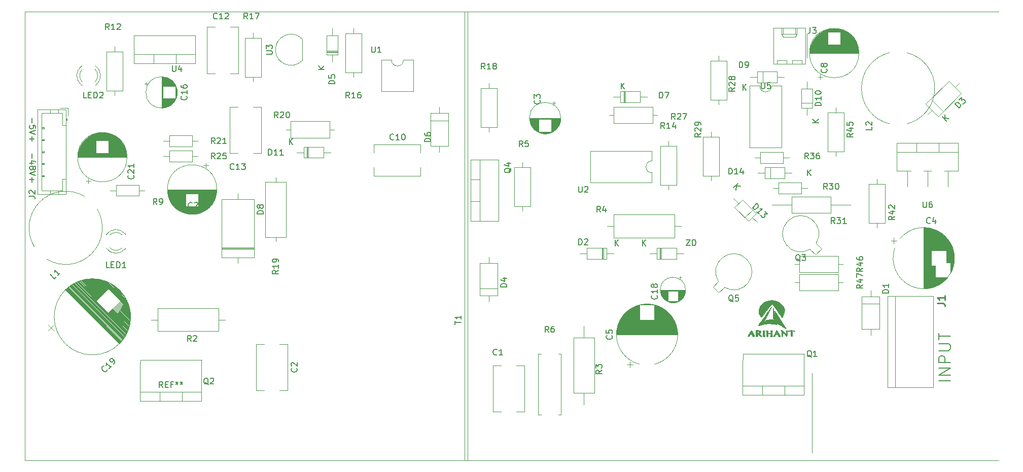
<source format=gbr>
%TF.GenerationSoftware,KiCad,Pcbnew,(5.1.6)-1*%
%TF.CreationDate,2021-01-03T20:38:08+05:30*%
%TF.ProjectId,supplyboard,73757070-6c79-4626-9f61-72642e6b6963,rev?*%
%TF.SameCoordinates,Original*%
%TF.FileFunction,Legend,Top*%
%TF.FilePolarity,Positive*%
%FSLAX46Y46*%
G04 Gerber Fmt 4.6, Leading zero omitted, Abs format (unit mm)*
G04 Created by KiCad (PCBNEW (5.1.6)-1) date 2021-01-03 20:38:08*
%MOMM*%
%LPD*%
G01*
G04 APERTURE LIST*
%ADD10C,0.120000*%
%ADD11C,0.150000*%
%ADD12C,0.010000*%
%ADD13C,0.254000*%
G04 APERTURE END LIST*
D10*
X167005000Y-137795000D02*
X167005000Y-151130000D01*
D11*
X190134761Y-139112142D02*
X188134761Y-139112142D01*
X190134761Y-138159761D02*
X188134761Y-138159761D01*
X190134761Y-137016904D01*
X188134761Y-137016904D01*
X190134761Y-136064523D02*
X188134761Y-136064523D01*
X188134761Y-135302619D01*
X188230000Y-135112142D01*
X188325238Y-135016904D01*
X188515714Y-134921666D01*
X188801428Y-134921666D01*
X188991904Y-135016904D01*
X189087142Y-135112142D01*
X189182380Y-135302619D01*
X189182380Y-136064523D01*
X188134761Y-134064523D02*
X189753809Y-134064523D01*
X189944285Y-133969285D01*
X190039523Y-133874047D01*
X190134761Y-133683571D01*
X190134761Y-133302619D01*
X190039523Y-133112142D01*
X189944285Y-133016904D01*
X189753809Y-132921666D01*
X188134761Y-132921666D01*
X188134761Y-132255000D02*
X188134761Y-131112142D01*
X190134761Y-131683571D02*
X188134761Y-131683571D01*
X36758571Y-101124047D02*
X36758571Y-101885952D01*
X37044285Y-102790714D02*
X36377619Y-102790714D01*
X37425238Y-102552619D02*
X36710952Y-102314523D01*
X36710952Y-102933571D01*
X36949047Y-103457380D02*
X36996666Y-103362142D01*
X37044285Y-103314523D01*
X37139523Y-103266904D01*
X37187142Y-103266904D01*
X37282380Y-103314523D01*
X37330000Y-103362142D01*
X37377619Y-103457380D01*
X37377619Y-103647857D01*
X37330000Y-103743095D01*
X37282380Y-103790714D01*
X37187142Y-103838333D01*
X37139523Y-103838333D01*
X37044285Y-103790714D01*
X36996666Y-103743095D01*
X36949047Y-103647857D01*
X36949047Y-103457380D01*
X36901428Y-103362142D01*
X36853809Y-103314523D01*
X36758571Y-103266904D01*
X36568095Y-103266904D01*
X36472857Y-103314523D01*
X36425238Y-103362142D01*
X36377619Y-103457380D01*
X36377619Y-103647857D01*
X36425238Y-103743095D01*
X36472857Y-103790714D01*
X36568095Y-103838333D01*
X36758571Y-103838333D01*
X36853809Y-103790714D01*
X36901428Y-103743095D01*
X36949047Y-103647857D01*
X37377619Y-104124047D02*
X36377619Y-104457380D01*
X37377619Y-104790714D01*
X36758571Y-105124047D02*
X36758571Y-105885952D01*
X36377619Y-105505000D02*
X37139523Y-105505000D01*
X36758571Y-95250238D02*
X36758571Y-96012142D01*
X37377619Y-96964523D02*
X37377619Y-96488333D01*
X36901428Y-96440714D01*
X36949047Y-96488333D01*
X36996666Y-96583571D01*
X36996666Y-96821666D01*
X36949047Y-96916904D01*
X36901428Y-96964523D01*
X36806190Y-97012142D01*
X36568095Y-97012142D01*
X36472857Y-96964523D01*
X36425238Y-96916904D01*
X36377619Y-96821666D01*
X36377619Y-96583571D01*
X36425238Y-96488333D01*
X36472857Y-96440714D01*
X37377619Y-97297857D02*
X36377619Y-97631190D01*
X37377619Y-97964523D01*
X36758571Y-98297857D02*
X36758571Y-99059761D01*
X36377619Y-98678809D02*
X37139523Y-98678809D01*
D10*
X96520000Y-77470000D02*
X96774000Y-77470000D01*
X98552000Y-77470000D02*
X98298000Y-77470000D01*
X98044000Y-77470000D02*
X98552000Y-77470000D01*
X98044000Y-77470000D02*
X97790000Y-77470000D01*
X98298000Y-152400000D02*
X98552000Y-152400000D01*
X109474000Y-77470000D02*
X109474000Y-152400000D01*
X108966000Y-77470000D02*
X109474000Y-77470000D01*
X108966000Y-152400000D02*
X108966000Y-77470000D01*
X198120000Y-152400000D02*
X35560000Y-152400000D01*
X198120000Y-77470000D02*
X196850000Y-77470000D01*
X35560000Y-77470000D02*
X196850000Y-77470000D01*
X35560000Y-152400000D02*
X35560000Y-77470000D01*
D12*
%TO.C,*%
G36*
X156883094Y-130733644D02*
G01*
X156985111Y-130877757D01*
X157092400Y-131071894D01*
X157207585Y-131291308D01*
X157304186Y-131455341D01*
X157355959Y-131522966D01*
X157416984Y-131607759D01*
X157365089Y-131675089D01*
X157217544Y-131702680D01*
X157216632Y-131702681D01*
X157072098Y-131676194D01*
X157028964Y-131610652D01*
X157031270Y-131433098D01*
X156965557Y-131354616D01*
X156804443Y-131346393D01*
X156779872Y-131348526D01*
X156613675Y-131380974D01*
X156544349Y-131451296D01*
X156535641Y-131518623D01*
X156482430Y-131650284D01*
X156389102Y-131689396D01*
X156275445Y-131687431D01*
X156242564Y-131658381D01*
X156281731Y-131566744D01*
X156345646Y-131475079D01*
X156438614Y-131332480D01*
X156499442Y-131220846D01*
X156662541Y-131220846D01*
X156712164Y-131258740D01*
X156761298Y-131260942D01*
X156867989Y-131238158D01*
X156892849Y-131205724D01*
X156860801Y-131100962D01*
X156834721Y-131048532D01*
X156779837Y-130996805D01*
X156719608Y-131070376D01*
X156703170Y-131103749D01*
X156662541Y-131220846D01*
X156499442Y-131220846D01*
X156552478Y-131123513D01*
X156598125Y-131030570D01*
X156699206Y-130840255D01*
X156787057Y-130713813D01*
X156817637Y-130688402D01*
X156883094Y-130733644D01*
G37*
X156883094Y-130733644D02*
X156985111Y-130877757D01*
X157092400Y-131071894D01*
X157207585Y-131291308D01*
X157304186Y-131455341D01*
X157355959Y-131522966D01*
X157416984Y-131607759D01*
X157365089Y-131675089D01*
X157217544Y-131702680D01*
X157216632Y-131702681D01*
X157072098Y-131676194D01*
X157028964Y-131610652D01*
X157031270Y-131433098D01*
X156965557Y-131354616D01*
X156804443Y-131346393D01*
X156779872Y-131348526D01*
X156613675Y-131380974D01*
X156544349Y-131451296D01*
X156535641Y-131518623D01*
X156482430Y-131650284D01*
X156389102Y-131689396D01*
X156275445Y-131687431D01*
X156242564Y-131658381D01*
X156281731Y-131566744D01*
X156345646Y-131475079D01*
X156438614Y-131332480D01*
X156499442Y-131220846D01*
X156662541Y-131220846D01*
X156712164Y-131258740D01*
X156761298Y-131260942D01*
X156867989Y-131238158D01*
X156892849Y-131205724D01*
X156860801Y-131100962D01*
X156834721Y-131048532D01*
X156779837Y-130996805D01*
X156719608Y-131070376D01*
X156703170Y-131103749D01*
X156662541Y-131220846D01*
X156499442Y-131220846D01*
X156552478Y-131123513D01*
X156598125Y-131030570D01*
X156699206Y-130840255D01*
X156787057Y-130713813D01*
X156817637Y-130688402D01*
X156883094Y-130733644D01*
G36*
X158175224Y-130681865D02*
G01*
X158306629Y-130719056D01*
X158379669Y-130795306D01*
X158390126Y-130815678D01*
X158419302Y-130947908D01*
X158349214Y-131073129D01*
X158324102Y-131100595D01*
X158190035Y-131241789D01*
X158388607Y-131430670D01*
X158535208Y-131582049D01*
X158578898Y-131666646D01*
X158524700Y-131700109D01*
X158475951Y-131702681D01*
X158368664Y-131654422D01*
X158213819Y-131530676D01*
X158109261Y-131426594D01*
X157853799Y-131150507D01*
X157890753Y-131426594D01*
X157907512Y-131606466D01*
X157878039Y-131684285D01*
X157781109Y-131702507D01*
X157752700Y-131702736D01*
X157661299Y-131696658D01*
X157608999Y-131656936D01*
X157584885Y-131551442D01*
X157578046Y-131348049D01*
X157577692Y-131187555D01*
X157577692Y-130929637D01*
X157870769Y-130929637D01*
X157909664Y-131078360D01*
X158007655Y-131106523D01*
X158116707Y-131027099D01*
X158158123Y-130917190D01*
X158121758Y-130843041D01*
X158003262Y-130749652D01*
X157908114Y-130784816D01*
X157870769Y-130929637D01*
X157577692Y-130929637D01*
X157577692Y-130672320D01*
X157949888Y-130672138D01*
X158175224Y-130681865D01*
G37*
X158175224Y-130681865D02*
X158306629Y-130719056D01*
X158379669Y-130795306D01*
X158390126Y-130815678D01*
X158419302Y-130947908D01*
X158349214Y-131073129D01*
X158324102Y-131100595D01*
X158190035Y-131241789D01*
X158388607Y-131430670D01*
X158535208Y-131582049D01*
X158578898Y-131666646D01*
X158524700Y-131700109D01*
X158475951Y-131702681D01*
X158368664Y-131654422D01*
X158213819Y-131530676D01*
X158109261Y-131426594D01*
X157853799Y-131150507D01*
X157890753Y-131426594D01*
X157907512Y-131606466D01*
X157878039Y-131684285D01*
X157781109Y-131702507D01*
X157752700Y-131702736D01*
X157661299Y-131696658D01*
X157608999Y-131656936D01*
X157584885Y-131551442D01*
X157578046Y-131348049D01*
X157577692Y-131187555D01*
X157577692Y-130929637D01*
X157870769Y-130929637D01*
X157909664Y-131078360D01*
X158007655Y-131106523D01*
X158116707Y-131027099D01*
X158158123Y-130917190D01*
X158121758Y-130843041D01*
X158003262Y-130749652D01*
X157908114Y-130784816D01*
X157870769Y-130929637D01*
X157577692Y-130929637D01*
X157577692Y-130672320D01*
X157949888Y-130672138D01*
X158175224Y-130681865D01*
G36*
X158963278Y-130673084D02*
G01*
X159112257Y-130685798D01*
X159134342Y-130722455D01*
X159116133Y-130738483D01*
X159064476Y-130826181D01*
X159046533Y-131007739D01*
X159055161Y-131252718D01*
X159083953Y-131702681D01*
X158896305Y-131702681D01*
X158765303Y-131684150D01*
X158735136Y-131613554D01*
X158743054Y-131573840D01*
X158811181Y-131193312D01*
X158793619Y-130895292D01*
X158780735Y-130850577D01*
X158751498Y-130733875D01*
X158789975Y-130683938D01*
X158924688Y-130673033D01*
X158963278Y-130673084D01*
G37*
X158963278Y-130673084D02*
X159112257Y-130685798D01*
X159134342Y-130722455D01*
X159116133Y-130738483D01*
X159064476Y-130826181D01*
X159046533Y-131007739D01*
X159055161Y-131252718D01*
X159083953Y-131702681D01*
X158896305Y-131702681D01*
X158765303Y-131684150D01*
X158735136Y-131613554D01*
X158743054Y-131573840D01*
X158811181Y-131193312D01*
X158793619Y-130895292D01*
X158780735Y-130850577D01*
X158751498Y-130733875D01*
X158789975Y-130683938D01*
X158924688Y-130673033D01*
X158963278Y-130673084D01*
G36*
X159592320Y-130681718D02*
G01*
X159650024Y-130734310D01*
X159646302Y-130867800D01*
X159643123Y-130892826D01*
X159633943Y-131039007D01*
X159681367Y-131100402D01*
X159819638Y-131113608D01*
X159849787Y-131113695D01*
X160007394Y-131100622D01*
X160073222Y-131042431D01*
X160085128Y-130935773D01*
X160055193Y-130784538D01*
X160003718Y-130720715D01*
X160008105Y-130696748D01*
X160115664Y-130680549D01*
X160179564Y-130677769D01*
X160337929Y-130683368D01*
X160384707Y-130715532D01*
X160358666Y-130760304D01*
X160314602Y-130873138D01*
X160288825Y-131058493D01*
X160282156Y-131266158D01*
X160295420Y-131445924D01*
X160329437Y-131547583D01*
X160345641Y-131555435D01*
X160408877Y-131611460D01*
X160410769Y-131629058D01*
X160353293Y-131676647D01*
X160211002Y-131701596D01*
X160169795Y-131702681D01*
X160019244Y-131692696D01*
X159980564Y-131656397D01*
X160006974Y-131614333D01*
X160070069Y-131473303D01*
X160085128Y-131356652D01*
X160065996Y-131242449D01*
X159983815Y-131195154D01*
X159852271Y-131187319D01*
X159698398Y-131196928D01*
X159638880Y-131252739D01*
X159637911Y-131395226D01*
X159640604Y-131426594D01*
X159640494Y-131596225D01*
X159583925Y-131670864D01*
X159515256Y-131689396D01*
X159399270Y-131685192D01*
X159363165Y-131652584D01*
X159361905Y-131550051D01*
X159364645Y-131351801D01*
X159368316Y-131195262D01*
X159357982Y-130907140D01*
X159308686Y-130752054D01*
X159292458Y-130736244D01*
X159280683Y-130693352D01*
X159394007Y-130674033D01*
X159438848Y-130673084D01*
X159592320Y-130681718D01*
G37*
X159592320Y-130681718D02*
X159650024Y-130734310D01*
X159646302Y-130867800D01*
X159643123Y-130892826D01*
X159633943Y-131039007D01*
X159681367Y-131100402D01*
X159819638Y-131113608D01*
X159849787Y-131113695D01*
X160007394Y-131100622D01*
X160073222Y-131042431D01*
X160085128Y-130935773D01*
X160055193Y-130784538D01*
X160003718Y-130720715D01*
X160008105Y-130696748D01*
X160115664Y-130680549D01*
X160179564Y-130677769D01*
X160337929Y-130683368D01*
X160384707Y-130715532D01*
X160358666Y-130760304D01*
X160314602Y-130873138D01*
X160288825Y-131058493D01*
X160282156Y-131266158D01*
X160295420Y-131445924D01*
X160329437Y-131547583D01*
X160345641Y-131555435D01*
X160408877Y-131611460D01*
X160410769Y-131629058D01*
X160353293Y-131676647D01*
X160211002Y-131701596D01*
X160169795Y-131702681D01*
X160019244Y-131692696D01*
X159980564Y-131656397D01*
X160006974Y-131614333D01*
X160070069Y-131473303D01*
X160085128Y-131356652D01*
X160065996Y-131242449D01*
X159983815Y-131195154D01*
X159852271Y-131187319D01*
X159698398Y-131196928D01*
X159638880Y-131252739D01*
X159637911Y-131395226D01*
X159640604Y-131426594D01*
X159640494Y-131596225D01*
X159583925Y-131670864D01*
X159515256Y-131689396D01*
X159399270Y-131685192D01*
X159363165Y-131652584D01*
X159361905Y-131550051D01*
X159364645Y-131351801D01*
X159368316Y-131195262D01*
X159357982Y-130907140D01*
X159308686Y-130752054D01*
X159292458Y-130736244D01*
X159280683Y-130693352D01*
X159394007Y-130674033D01*
X159438848Y-130673084D01*
X159592320Y-130681718D01*
G36*
X161150318Y-130732071D02*
G01*
X161256677Y-130889759D01*
X161375774Y-131111037D01*
X161377068Y-131113695D01*
X161492911Y-131334991D01*
X161591564Y-131493472D01*
X161651986Y-131555412D01*
X161652614Y-131555435D01*
X161710987Y-131612207D01*
X161713333Y-131633722D01*
X161656682Y-131681427D01*
X161516127Y-131690345D01*
X161501667Y-131688940D01*
X161348361Y-131648530D01*
X161292414Y-131557044D01*
X161290000Y-131518623D01*
X161261972Y-131415801D01*
X161156089Y-131364098D01*
X161045769Y-131348526D01*
X160872563Y-131350815D01*
X160797751Y-131420211D01*
X160793953Y-131585528D01*
X160796677Y-131610652D01*
X160751481Y-131684370D01*
X160674137Y-131702681D01*
X160566582Y-131691173D01*
X160541025Y-131674789D01*
X160572058Y-131602525D01*
X160653459Y-131439701D01*
X160767681Y-131221404D01*
X160768974Y-131218975D01*
X160807202Y-131144486D01*
X160957391Y-131144486D01*
X160962001Y-131237556D01*
X161055083Y-131260942D01*
X161164689Y-131235092D01*
X161192308Y-131196333D01*
X161147749Y-131100384D01*
X161094615Y-131040072D01*
X161015451Y-130982353D01*
X160996923Y-130988224D01*
X160976375Y-131083638D01*
X160957391Y-131144486D01*
X160807202Y-131144486D01*
X160884061Y-130994724D01*
X160966001Y-130819409D01*
X160996923Y-130731505D01*
X161048699Y-130676292D01*
X161079582Y-130671956D01*
X161150318Y-130732071D01*
G37*
X161150318Y-130732071D02*
X161256677Y-130889759D01*
X161375774Y-131111037D01*
X161377068Y-131113695D01*
X161492911Y-131334991D01*
X161591564Y-131493472D01*
X161651986Y-131555412D01*
X161652614Y-131555435D01*
X161710987Y-131612207D01*
X161713333Y-131633722D01*
X161656682Y-131681427D01*
X161516127Y-131690345D01*
X161501667Y-131688940D01*
X161348361Y-131648530D01*
X161292414Y-131557044D01*
X161290000Y-131518623D01*
X161261972Y-131415801D01*
X161156089Y-131364098D01*
X161045769Y-131348526D01*
X160872563Y-131350815D01*
X160797751Y-131420211D01*
X160793953Y-131585528D01*
X160796677Y-131610652D01*
X160751481Y-131684370D01*
X160674137Y-131702681D01*
X160566582Y-131691173D01*
X160541025Y-131674789D01*
X160572058Y-131602525D01*
X160653459Y-131439701D01*
X160767681Y-131221404D01*
X160768974Y-131218975D01*
X160807202Y-131144486D01*
X160957391Y-131144486D01*
X160962001Y-131237556D01*
X161055083Y-131260942D01*
X161164689Y-131235092D01*
X161192308Y-131196333D01*
X161147749Y-131100384D01*
X161094615Y-131040072D01*
X161015451Y-130982353D01*
X160996923Y-130988224D01*
X160976375Y-131083638D01*
X160957391Y-131144486D01*
X160807202Y-131144486D01*
X160884061Y-130994724D01*
X160966001Y-130819409D01*
X160996923Y-130731505D01*
X161048699Y-130676292D01*
X161079582Y-130671956D01*
X161150318Y-130732071D01*
G36*
X162054362Y-130718313D02*
G01*
X162245619Y-130869814D01*
X162333799Y-130964027D01*
X162483686Y-131124523D01*
X162598427Y-131231639D01*
X162641410Y-131258520D01*
X162680375Y-131199736D01*
X162690768Y-131057432D01*
X162676173Y-130890777D01*
X162640173Y-130758940D01*
X162608846Y-130720715D01*
X162610038Y-130695800D01*
X162714760Y-130680396D01*
X162755384Y-130678896D01*
X162884810Y-130688891D01*
X162915962Y-130720096D01*
X162905409Y-130730210D01*
X162861385Y-130828509D01*
X162825396Y-131027688D01*
X162807717Y-131242044D01*
X162787949Y-131697878D01*
X162403846Y-131316531D01*
X162019744Y-130935183D01*
X162052363Y-131318932D01*
X162065487Y-131545918D01*
X162050313Y-131661834D01*
X161999972Y-131700854D01*
X161975209Y-131702681D01*
X161913766Y-131681969D01*
X161886624Y-131597740D01*
X161887491Y-131416857D01*
X161896023Y-131285754D01*
X161906556Y-131032870D01*
X161886537Y-130881740D01*
X161828558Y-130789210D01*
X161807523Y-130770391D01*
X161737245Y-130701857D01*
X161769789Y-130675752D01*
X161881736Y-130671956D01*
X162054362Y-130718313D01*
G37*
X162054362Y-130718313D02*
X162245619Y-130869814D01*
X162333799Y-130964027D01*
X162483686Y-131124523D01*
X162598427Y-131231639D01*
X162641410Y-131258520D01*
X162680375Y-131199736D01*
X162690768Y-131057432D01*
X162676173Y-130890777D01*
X162640173Y-130758940D01*
X162608846Y-130720715D01*
X162610038Y-130695800D01*
X162714760Y-130680396D01*
X162755384Y-130678896D01*
X162884810Y-130688891D01*
X162915962Y-130720096D01*
X162905409Y-130730210D01*
X162861385Y-130828509D01*
X162825396Y-131027688D01*
X162807717Y-131242044D01*
X162787949Y-131697878D01*
X162403846Y-131316531D01*
X162019744Y-130935183D01*
X162052363Y-131318932D01*
X162065487Y-131545918D01*
X162050313Y-131661834D01*
X161999972Y-131700854D01*
X161975209Y-131702681D01*
X161913766Y-131681969D01*
X161886624Y-131597740D01*
X161887491Y-131416857D01*
X161896023Y-131285754D01*
X161906556Y-131032870D01*
X161886537Y-130881740D01*
X161828558Y-130789210D01*
X161807523Y-130770391D01*
X161737245Y-130701857D01*
X161769789Y-130675752D01*
X161881736Y-130671956D01*
X162054362Y-130718313D01*
G36*
X163804257Y-130677158D02*
G01*
X163964694Y-130696031D01*
X164041362Y-130733477D01*
X164057949Y-130782391D01*
X164042471Y-130875569D01*
X163976847Y-130874356D01*
X163859693Y-130800797D01*
X163747922Y-130745696D01*
X163682685Y-130791972D01*
X163677672Y-130800720D01*
X163649339Y-130932913D01*
X163641137Y-131149344D01*
X163653131Y-131388761D01*
X163676886Y-131553687D01*
X163641801Y-131651237D01*
X163553205Y-131687648D01*
X163437411Y-131684839D01*
X163401333Y-131652584D01*
X163400042Y-131550900D01*
X163402278Y-131351291D01*
X163405939Y-131168913D01*
X163404383Y-130920840D01*
X163380791Y-130789711D01*
X163329058Y-130746329D01*
X163317425Y-130745579D01*
X163204574Y-130788461D01*
X163178718Y-130819203D01*
X163095271Y-130890302D01*
X163027136Y-130845253D01*
X163015897Y-130782391D01*
X163040438Y-130725728D01*
X163129478Y-130691722D01*
X163306147Y-130675472D01*
X163536923Y-130671956D01*
X163804257Y-130677158D01*
G37*
X163804257Y-130677158D02*
X163964694Y-130696031D01*
X164041362Y-130733477D01*
X164057949Y-130782391D01*
X164042471Y-130875569D01*
X163976847Y-130874356D01*
X163859693Y-130800797D01*
X163747922Y-130745696D01*
X163682685Y-130791972D01*
X163677672Y-130800720D01*
X163649339Y-130932913D01*
X163641137Y-131149344D01*
X163653131Y-131388761D01*
X163676886Y-131553687D01*
X163641801Y-131651237D01*
X163553205Y-131687648D01*
X163437411Y-131684839D01*
X163401333Y-131652584D01*
X163400042Y-131550900D01*
X163402278Y-131351291D01*
X163405939Y-131168913D01*
X163404383Y-130920840D01*
X163380791Y-130789711D01*
X163329058Y-130746329D01*
X163317425Y-130745579D01*
X163204574Y-130788461D01*
X163178718Y-130819203D01*
X163095271Y-130890302D01*
X163027136Y-130845253D01*
X163015897Y-130782391D01*
X163040438Y-130725728D01*
X163129478Y-130691722D01*
X163306147Y-130675472D01*
X163536923Y-130671956D01*
X163804257Y-130677158D01*
G36*
X160191265Y-126822052D02*
G01*
X160134639Y-126935579D01*
X160064022Y-127065003D01*
X159943078Y-127294012D01*
X159786359Y-127594508D01*
X159608414Y-127938395D01*
X159423795Y-128297574D01*
X159247051Y-128643949D01*
X159124301Y-128886594D01*
X158966812Y-129199492D01*
X159379432Y-129200303D01*
X159649667Y-129206310D01*
X159911002Y-129220937D01*
X160052564Y-129234610D01*
X160203226Y-129251899D01*
X160232243Y-129246526D01*
X160147097Y-129215168D01*
X160117692Y-129205699D01*
X159940605Y-129168791D01*
X159699833Y-129142220D01*
X159547820Y-129134580D01*
X159346584Y-129119342D01*
X159210647Y-129088842D01*
X159173333Y-129058932D01*
X159232349Y-129014229D01*
X159387829Y-128958958D01*
X159607421Y-128904389D01*
X159630892Y-128899559D01*
X159920812Y-128852072D01*
X160159045Y-128847996D01*
X160418752Y-128888761D01*
X160542687Y-128917373D01*
X160755555Y-128969464D01*
X160893800Y-128988686D01*
X160966857Y-128953914D01*
X160984163Y-128844027D01*
X160955156Y-128637901D01*
X160889272Y-128314414D01*
X160864779Y-128196427D01*
X160807865Y-127904071D01*
X160767814Y-127665960D01*
X160750472Y-127518471D01*
X160751534Y-127491680D01*
X160793745Y-127522661D01*
X160894988Y-127654012D01*
X161040306Y-127864919D01*
X161214740Y-128134569D01*
X161223119Y-128147886D01*
X161457525Y-128520462D01*
X161718633Y-128934840D01*
X161967072Y-129328563D01*
X162092187Y-129526548D01*
X162320551Y-129893748D01*
X162472084Y-130152403D01*
X162550613Y-130309588D01*
X162559968Y-130372376D01*
X162550686Y-130374001D01*
X162488056Y-130336592D01*
X162343966Y-130240953D01*
X162147612Y-130106525D01*
X162114752Y-130083727D01*
X161806908Y-129887214D01*
X161461198Y-129694324D01*
X161113497Y-129522596D01*
X160799680Y-129389569D01*
X160555622Y-129312781D01*
X160525930Y-129306970D01*
X160313077Y-129270346D01*
X160541025Y-129374437D01*
X160752746Y-129470410D01*
X160950794Y-129559138D01*
X160957109Y-129561940D01*
X161093109Y-129633569D01*
X161104352Y-129672762D01*
X160990238Y-129679569D01*
X160750164Y-129654037D01*
X160432572Y-129604579D01*
X159761511Y-129539715D01*
X159128781Y-129587009D01*
X158484020Y-129750779D01*
X158403140Y-129778572D01*
X158181507Y-129851547D01*
X158061202Y-129875158D01*
X158021541Y-129851593D01*
X158026913Y-129818410D01*
X158075537Y-129735313D01*
X158191764Y-129559891D01*
X158362494Y-129310542D01*
X158574627Y-129005665D01*
X158815063Y-128663656D01*
X159070703Y-128302914D01*
X159328446Y-127941836D01*
X159575193Y-127598822D01*
X159797844Y-127292267D01*
X159983298Y-127040571D01*
X160118457Y-126862130D01*
X160190220Y-126775344D01*
X160197528Y-126769927D01*
X160191265Y-126822052D01*
G37*
X160191265Y-126822052D02*
X160134639Y-126935579D01*
X160064022Y-127065003D01*
X159943078Y-127294012D01*
X159786359Y-127594508D01*
X159608414Y-127938395D01*
X159423795Y-128297574D01*
X159247051Y-128643949D01*
X159124301Y-128886594D01*
X158966812Y-129199492D01*
X159379432Y-129200303D01*
X159649667Y-129206310D01*
X159911002Y-129220937D01*
X160052564Y-129234610D01*
X160203226Y-129251899D01*
X160232243Y-129246526D01*
X160147097Y-129215168D01*
X160117692Y-129205699D01*
X159940605Y-129168791D01*
X159699833Y-129142220D01*
X159547820Y-129134580D01*
X159346584Y-129119342D01*
X159210647Y-129088842D01*
X159173333Y-129058932D01*
X159232349Y-129014229D01*
X159387829Y-128958958D01*
X159607421Y-128904389D01*
X159630892Y-128899559D01*
X159920812Y-128852072D01*
X160159045Y-128847996D01*
X160418752Y-128888761D01*
X160542687Y-128917373D01*
X160755555Y-128969464D01*
X160893800Y-128988686D01*
X160966857Y-128953914D01*
X160984163Y-128844027D01*
X160955156Y-128637901D01*
X160889272Y-128314414D01*
X160864779Y-128196427D01*
X160807865Y-127904071D01*
X160767814Y-127665960D01*
X160750472Y-127518471D01*
X160751534Y-127491680D01*
X160793745Y-127522661D01*
X160894988Y-127654012D01*
X161040306Y-127864919D01*
X161214740Y-128134569D01*
X161223119Y-128147886D01*
X161457525Y-128520462D01*
X161718633Y-128934840D01*
X161967072Y-129328563D01*
X162092187Y-129526548D01*
X162320551Y-129893748D01*
X162472084Y-130152403D01*
X162550613Y-130309588D01*
X162559968Y-130372376D01*
X162550686Y-130374001D01*
X162488056Y-130336592D01*
X162343966Y-130240953D01*
X162147612Y-130106525D01*
X162114752Y-130083727D01*
X161806908Y-129887214D01*
X161461198Y-129694324D01*
X161113497Y-129522596D01*
X160799680Y-129389569D01*
X160555622Y-129312781D01*
X160525930Y-129306970D01*
X160313077Y-129270346D01*
X160541025Y-129374437D01*
X160752746Y-129470410D01*
X160950794Y-129559138D01*
X160957109Y-129561940D01*
X161093109Y-129633569D01*
X161104352Y-129672762D01*
X160990238Y-129679569D01*
X160750164Y-129654037D01*
X160432572Y-129604579D01*
X159761511Y-129539715D01*
X159128781Y-129587009D01*
X158484020Y-129750779D01*
X158403140Y-129778572D01*
X158181507Y-129851547D01*
X158061202Y-129875158D01*
X158021541Y-129851593D01*
X158026913Y-129818410D01*
X158075537Y-129735313D01*
X158191764Y-129559891D01*
X158362494Y-129310542D01*
X158574627Y-129005665D01*
X158815063Y-128663656D01*
X159070703Y-128302914D01*
X159328446Y-127941836D01*
X159575193Y-127598822D01*
X159797844Y-127292267D01*
X159983298Y-127040571D01*
X160118457Y-126862130D01*
X160190220Y-126775344D01*
X160197528Y-126769927D01*
X160191265Y-126822052D01*
G36*
X160706154Y-127874275D02*
G01*
X160785663Y-128234436D01*
X160852786Y-128539107D01*
X160901746Y-128762018D01*
X160926766Y-128876899D01*
X160928780Y-128886594D01*
X160881939Y-128902960D01*
X160761244Y-128879693D01*
X160622436Y-128829082D01*
X160562226Y-128795109D01*
X160521457Y-128740816D01*
X160496552Y-128640696D01*
X160483938Y-128469243D01*
X160480040Y-128200951D01*
X160481221Y-127821430D01*
X160486544Y-126880362D01*
X160706154Y-127874275D01*
G37*
X160706154Y-127874275D02*
X160785663Y-128234436D01*
X160852786Y-128539107D01*
X160901746Y-128762018D01*
X160926766Y-128876899D01*
X160928780Y-128886594D01*
X160881939Y-128902960D01*
X160761244Y-128879693D01*
X160622436Y-128829082D01*
X160562226Y-128795109D01*
X160521457Y-128740816D01*
X160496552Y-128640696D01*
X160483938Y-128469243D01*
X160480040Y-128200951D01*
X160481221Y-127821430D01*
X160486544Y-126880362D01*
X160706154Y-127874275D01*
G36*
X160692746Y-125692912D02*
G01*
X161094961Y-125784504D01*
X161322564Y-125885173D01*
X161758278Y-126192773D01*
X162080294Y-126545807D01*
X162285218Y-126935319D01*
X162369654Y-127352353D01*
X162330208Y-127787956D01*
X162191444Y-128177210D01*
X162088307Y-128374505D01*
X162004402Y-128505146D01*
X161968901Y-128536884D01*
X161911077Y-128482112D01*
X161793750Y-128334152D01*
X161635662Y-128117533D01*
X161504845Y-127929492D01*
X161277463Y-127594979D01*
X161029768Y-127228271D01*
X160804064Y-126892063D01*
X160734853Y-126788333D01*
X160574183Y-126553159D01*
X160441794Y-126370872D01*
X160357319Y-126267975D01*
X160339476Y-126254565D01*
X160271266Y-126309732D01*
X160126919Y-126469458D01*
X159913576Y-126725077D01*
X159638376Y-127067926D01*
X159308459Y-127489339D01*
X159110744Y-127745636D01*
X158900878Y-128014493D01*
X158720318Y-128237467D01*
X158586533Y-128393588D01*
X158516988Y-128461884D01*
X158513036Y-128463261D01*
X158426337Y-128401346D01*
X158318301Y-128243942D01*
X158213030Y-128033554D01*
X158134623Y-127812689D01*
X158126885Y-127782192D01*
X158092012Y-127368753D01*
X158175384Y-126962579D01*
X158365376Y-126582277D01*
X158650363Y-126246454D01*
X159018720Y-125973716D01*
X159354327Y-125817507D01*
X159781834Y-125708018D01*
X160241505Y-125666951D01*
X160692746Y-125692912D01*
G37*
X160692746Y-125692912D02*
X161094961Y-125784504D01*
X161322564Y-125885173D01*
X161758278Y-126192773D01*
X162080294Y-126545807D01*
X162285218Y-126935319D01*
X162369654Y-127352353D01*
X162330208Y-127787956D01*
X162191444Y-128177210D01*
X162088307Y-128374505D01*
X162004402Y-128505146D01*
X161968901Y-128536884D01*
X161911077Y-128482112D01*
X161793750Y-128334152D01*
X161635662Y-128117533D01*
X161504845Y-127929492D01*
X161277463Y-127594979D01*
X161029768Y-127228271D01*
X160804064Y-126892063D01*
X160734853Y-126788333D01*
X160574183Y-126553159D01*
X160441794Y-126370872D01*
X160357319Y-126267975D01*
X160339476Y-126254565D01*
X160271266Y-126309732D01*
X160126919Y-126469458D01*
X159913576Y-126725077D01*
X159638376Y-127067926D01*
X159308459Y-127489339D01*
X159110744Y-127745636D01*
X158900878Y-128014493D01*
X158720318Y-128237467D01*
X158586533Y-128393588D01*
X158516988Y-128461884D01*
X158513036Y-128463261D01*
X158426337Y-128401346D01*
X158318301Y-128243942D01*
X158213030Y-128033554D01*
X158134623Y-127812689D01*
X158126885Y-127782192D01*
X158092012Y-127368753D01*
X158175384Y-126962579D01*
X158365376Y-126582277D01*
X158650363Y-126246454D01*
X159018720Y-125973716D01*
X159354327Y-125817507D01*
X159781834Y-125708018D01*
X160241505Y-125666951D01*
X160692746Y-125692912D01*
D10*
%TO.C,D8*%
X68400000Y-117110000D02*
X73840000Y-117110000D01*
X68400000Y-116870000D02*
X73840000Y-116870000D01*
X68400000Y-116990000D02*
X73840000Y-116990000D01*
X71120000Y-107885000D02*
X71120000Y-108795000D01*
X71120000Y-119445000D02*
X71120000Y-118535000D01*
X68400000Y-108795000D02*
X68400000Y-118535000D01*
X73840000Y-108795000D02*
X68400000Y-108795000D01*
X73840000Y-118535000D02*
X73840000Y-108795000D01*
X68400000Y-118535000D02*
X73840000Y-118535000D01*
%TO.C,C20*%
X67620000Y-107160000D02*
G75*
G03*
X67620000Y-107160000I-4120000J0D01*
G01*
X67580000Y-107160000D02*
X59420000Y-107160000D01*
X67580000Y-107200000D02*
X59420000Y-107200000D01*
X67580000Y-107240000D02*
X59420000Y-107240000D01*
X67579000Y-107280000D02*
X59421000Y-107280000D01*
X67577000Y-107320000D02*
X59423000Y-107320000D01*
X67576000Y-107360000D02*
X59424000Y-107360000D01*
X67574000Y-107400000D02*
X59426000Y-107400000D01*
X67571000Y-107440000D02*
X59429000Y-107440000D01*
X67568000Y-107480000D02*
X59432000Y-107480000D01*
X67565000Y-107520000D02*
X59435000Y-107520000D01*
X67561000Y-107560000D02*
X59439000Y-107560000D01*
X67557000Y-107600000D02*
X59443000Y-107600000D01*
X67552000Y-107640000D02*
X59448000Y-107640000D01*
X67548000Y-107680000D02*
X59452000Y-107680000D01*
X67542000Y-107720000D02*
X59458000Y-107720000D01*
X67537000Y-107760000D02*
X59463000Y-107760000D01*
X67530000Y-107800000D02*
X59470000Y-107800000D01*
X67524000Y-107840000D02*
X59476000Y-107840000D01*
X67517000Y-107881000D02*
X64540000Y-107881000D01*
X62460000Y-107881000D02*
X59483000Y-107881000D01*
X67510000Y-107921000D02*
X64540000Y-107921000D01*
X62460000Y-107921000D02*
X59490000Y-107921000D01*
X67502000Y-107961000D02*
X64540000Y-107961000D01*
X62460000Y-107961000D02*
X59498000Y-107961000D01*
X67494000Y-108001000D02*
X64540000Y-108001000D01*
X62460000Y-108001000D02*
X59506000Y-108001000D01*
X67485000Y-108041000D02*
X64540000Y-108041000D01*
X62460000Y-108041000D02*
X59515000Y-108041000D01*
X67476000Y-108081000D02*
X64540000Y-108081000D01*
X62460000Y-108081000D02*
X59524000Y-108081000D01*
X67467000Y-108121000D02*
X64540000Y-108121000D01*
X62460000Y-108121000D02*
X59533000Y-108121000D01*
X67457000Y-108161000D02*
X64540000Y-108161000D01*
X62460000Y-108161000D02*
X59543000Y-108161000D01*
X67447000Y-108201000D02*
X64540000Y-108201000D01*
X62460000Y-108201000D02*
X59553000Y-108201000D01*
X67436000Y-108241000D02*
X64540000Y-108241000D01*
X62460000Y-108241000D02*
X59564000Y-108241000D01*
X67425000Y-108281000D02*
X64540000Y-108281000D01*
X62460000Y-108281000D02*
X59575000Y-108281000D01*
X67414000Y-108321000D02*
X64540000Y-108321000D01*
X62460000Y-108321000D02*
X59586000Y-108321000D01*
X67402000Y-108361000D02*
X64540000Y-108361000D01*
X62460000Y-108361000D02*
X59598000Y-108361000D01*
X67389000Y-108401000D02*
X64540000Y-108401000D01*
X62460000Y-108401000D02*
X59611000Y-108401000D01*
X67377000Y-108441000D02*
X64540000Y-108441000D01*
X62460000Y-108441000D02*
X59623000Y-108441000D01*
X67363000Y-108481000D02*
X64540000Y-108481000D01*
X62460000Y-108481000D02*
X59637000Y-108481000D01*
X67350000Y-108521000D02*
X64540000Y-108521000D01*
X62460000Y-108521000D02*
X59650000Y-108521000D01*
X67335000Y-108561000D02*
X64540000Y-108561000D01*
X62460000Y-108561000D02*
X59665000Y-108561000D01*
X67321000Y-108601000D02*
X64540000Y-108601000D01*
X62460000Y-108601000D02*
X59679000Y-108601000D01*
X67305000Y-108641000D02*
X64540000Y-108641000D01*
X62460000Y-108641000D02*
X59695000Y-108641000D01*
X67290000Y-108681000D02*
X64540000Y-108681000D01*
X62460000Y-108681000D02*
X59710000Y-108681000D01*
X67274000Y-108721000D02*
X64540000Y-108721000D01*
X62460000Y-108721000D02*
X59726000Y-108721000D01*
X67257000Y-108761000D02*
X64540000Y-108761000D01*
X62460000Y-108761000D02*
X59743000Y-108761000D01*
X67240000Y-108801000D02*
X64540000Y-108801000D01*
X62460000Y-108801000D02*
X59760000Y-108801000D01*
X67222000Y-108841000D02*
X64540000Y-108841000D01*
X62460000Y-108841000D02*
X59778000Y-108841000D01*
X67204000Y-108881000D02*
X64540000Y-108881000D01*
X62460000Y-108881000D02*
X59796000Y-108881000D01*
X67186000Y-108921000D02*
X64540000Y-108921000D01*
X62460000Y-108921000D02*
X59814000Y-108921000D01*
X67166000Y-108961000D02*
X64540000Y-108961000D01*
X62460000Y-108961000D02*
X59834000Y-108961000D01*
X67147000Y-109001000D02*
X64540000Y-109001000D01*
X62460000Y-109001000D02*
X59853000Y-109001000D01*
X67127000Y-109041000D02*
X64540000Y-109041000D01*
X62460000Y-109041000D02*
X59873000Y-109041000D01*
X67106000Y-109081000D02*
X64540000Y-109081000D01*
X62460000Y-109081000D02*
X59894000Y-109081000D01*
X67084000Y-109121000D02*
X64540000Y-109121000D01*
X62460000Y-109121000D02*
X59916000Y-109121000D01*
X67062000Y-109161000D02*
X64540000Y-109161000D01*
X62460000Y-109161000D02*
X59938000Y-109161000D01*
X67040000Y-109201000D02*
X64540000Y-109201000D01*
X62460000Y-109201000D02*
X59960000Y-109201000D01*
X67017000Y-109241000D02*
X64540000Y-109241000D01*
X62460000Y-109241000D02*
X59983000Y-109241000D01*
X66993000Y-109281000D02*
X64540000Y-109281000D01*
X62460000Y-109281000D02*
X60007000Y-109281000D01*
X66969000Y-109321000D02*
X64540000Y-109321000D01*
X62460000Y-109321000D02*
X60031000Y-109321000D01*
X66944000Y-109361000D02*
X64540000Y-109361000D01*
X62460000Y-109361000D02*
X60056000Y-109361000D01*
X66918000Y-109401000D02*
X64540000Y-109401000D01*
X62460000Y-109401000D02*
X60082000Y-109401000D01*
X66892000Y-109441000D02*
X64540000Y-109441000D01*
X62460000Y-109441000D02*
X60108000Y-109441000D01*
X66865000Y-109481000D02*
X64540000Y-109481000D01*
X62460000Y-109481000D02*
X60135000Y-109481000D01*
X66838000Y-109521000D02*
X64540000Y-109521000D01*
X62460000Y-109521000D02*
X60162000Y-109521000D01*
X66809000Y-109561000D02*
X64540000Y-109561000D01*
X62460000Y-109561000D02*
X60191000Y-109561000D01*
X66780000Y-109601000D02*
X64540000Y-109601000D01*
X62460000Y-109601000D02*
X60220000Y-109601000D01*
X66750000Y-109641000D02*
X64540000Y-109641000D01*
X62460000Y-109641000D02*
X60250000Y-109641000D01*
X66720000Y-109681000D02*
X64540000Y-109681000D01*
X62460000Y-109681000D02*
X60280000Y-109681000D01*
X66689000Y-109721000D02*
X64540000Y-109721000D01*
X62460000Y-109721000D02*
X60311000Y-109721000D01*
X66656000Y-109761000D02*
X64540000Y-109761000D01*
X62460000Y-109761000D02*
X60344000Y-109761000D01*
X66624000Y-109801000D02*
X64540000Y-109801000D01*
X62460000Y-109801000D02*
X60376000Y-109801000D01*
X66590000Y-109841000D02*
X64540000Y-109841000D01*
X62460000Y-109841000D02*
X60410000Y-109841000D01*
X66555000Y-109881000D02*
X64540000Y-109881000D01*
X62460000Y-109881000D02*
X60445000Y-109881000D01*
X66519000Y-109921000D02*
X64540000Y-109921000D01*
X62460000Y-109921000D02*
X60481000Y-109921000D01*
X66483000Y-109961000D02*
X60517000Y-109961000D01*
X66445000Y-110001000D02*
X60555000Y-110001000D01*
X66407000Y-110041000D02*
X60593000Y-110041000D01*
X66367000Y-110081000D02*
X60633000Y-110081000D01*
X66326000Y-110121000D02*
X60674000Y-110121000D01*
X66284000Y-110161000D02*
X60716000Y-110161000D01*
X66241000Y-110201000D02*
X60759000Y-110201000D01*
X66197000Y-110241000D02*
X60803000Y-110241000D01*
X66151000Y-110281000D02*
X60849000Y-110281000D01*
X66104000Y-110321000D02*
X60896000Y-110321000D01*
X66056000Y-110361000D02*
X60944000Y-110361000D01*
X66005000Y-110401000D02*
X60995000Y-110401000D01*
X65954000Y-110441000D02*
X61046000Y-110441000D01*
X65900000Y-110481000D02*
X61100000Y-110481000D01*
X65845000Y-110521000D02*
X61155000Y-110521000D01*
X65787000Y-110561000D02*
X61213000Y-110561000D01*
X65728000Y-110601000D02*
X61272000Y-110601000D01*
X65666000Y-110641000D02*
X61334000Y-110641000D01*
X65602000Y-110681000D02*
X61398000Y-110681000D01*
X65534000Y-110721000D02*
X61466000Y-110721000D01*
X65464000Y-110761000D02*
X61536000Y-110761000D01*
X65390000Y-110801000D02*
X61610000Y-110801000D01*
X65313000Y-110841000D02*
X61687000Y-110841000D01*
X65231000Y-110881000D02*
X61769000Y-110881000D01*
X65145000Y-110921000D02*
X61855000Y-110921000D01*
X65052000Y-110961000D02*
X61948000Y-110961000D01*
X64953000Y-111001000D02*
X62047000Y-111001000D01*
X64846000Y-111041000D02*
X62154000Y-111041000D01*
X64729000Y-111081000D02*
X62271000Y-111081000D01*
X64598000Y-111121000D02*
X62402000Y-111121000D01*
X64448000Y-111161000D02*
X62552000Y-111161000D01*
X64268000Y-111201000D02*
X62732000Y-111201000D01*
X64033000Y-111241000D02*
X62967000Y-111241000D01*
X65815000Y-102750302D02*
X65815000Y-103550302D01*
X66215000Y-103150302D02*
X65415000Y-103150302D01*
%TO.C,R19*%
X77470000Y-105180000D02*
X77470000Y-105870000D01*
X77470000Y-115800000D02*
X77470000Y-115110000D01*
X75750000Y-105870000D02*
X75750000Y-115110000D01*
X79190000Y-105870000D02*
X75750000Y-105870000D01*
X79190000Y-115110000D02*
X79190000Y-105870000D01*
X75750000Y-115110000D02*
X79190000Y-115110000D01*
%TO.C,R25*%
X58725000Y-101600000D02*
X59675000Y-101600000D01*
X64465000Y-101600000D02*
X63515000Y-101600000D01*
X59675000Y-102520000D02*
X63515000Y-102520000D01*
X59675000Y-100680000D02*
X59675000Y-102520000D01*
X63515000Y-100680000D02*
X59675000Y-100680000D01*
X63515000Y-102520000D02*
X63515000Y-100680000D01*
%TO.C,R21*%
X64465000Y-99060000D02*
X63515000Y-99060000D01*
X58725000Y-99060000D02*
X59675000Y-99060000D01*
X63515000Y-98140000D02*
X59675000Y-98140000D01*
X63515000Y-99980000D02*
X63515000Y-98140000D01*
X59675000Y-99980000D02*
X63515000Y-99980000D01*
X59675000Y-98140000D02*
X59675000Y-99980000D01*
%TO.C,R9*%
X49835000Y-107315000D02*
X50785000Y-107315000D01*
X55575000Y-107315000D02*
X54625000Y-107315000D01*
X50785000Y-108235000D02*
X54625000Y-108235000D01*
X50785000Y-106395000D02*
X50785000Y-108235000D01*
X54625000Y-106395000D02*
X50785000Y-106395000D01*
X54625000Y-108235000D02*
X54625000Y-106395000D01*
%TO.C,J2*%
X42750000Y-93525000D02*
X41500000Y-93525000D01*
X42750000Y-94775000D02*
X42750000Y-93525000D01*
X38340000Y-104885000D02*
X38840000Y-104885000D01*
X38840000Y-104985000D02*
X38340000Y-104985000D01*
X38840000Y-104785000D02*
X38840000Y-104985000D01*
X38340000Y-104785000D02*
X38840000Y-104785000D01*
X38340000Y-102885000D02*
X38840000Y-102885000D01*
X38840000Y-102985000D02*
X38340000Y-102985000D01*
X38840000Y-102785000D02*
X38840000Y-102985000D01*
X38340000Y-102785000D02*
X38840000Y-102785000D01*
X38340000Y-100885000D02*
X38840000Y-100885000D01*
X38840000Y-100985000D02*
X38340000Y-100985000D01*
X38840000Y-100785000D02*
X38840000Y-100985000D01*
X38340000Y-100785000D02*
X38840000Y-100785000D01*
X38340000Y-98885000D02*
X38840000Y-98885000D01*
X38840000Y-98985000D02*
X38340000Y-98985000D01*
X38840000Y-98785000D02*
X38840000Y-98985000D01*
X38340000Y-98785000D02*
X38840000Y-98785000D01*
X38340000Y-96885000D02*
X38840000Y-96885000D01*
X38840000Y-96985000D02*
X38340000Y-96985000D01*
X38840000Y-96785000D02*
X38840000Y-96985000D01*
X38340000Y-96785000D02*
X38840000Y-96785000D01*
X39840000Y-107945000D02*
X39840000Y-107335000D01*
X41140000Y-107945000D02*
X41140000Y-107335000D01*
X39840000Y-93825000D02*
X39840000Y-94435000D01*
X41140000Y-93825000D02*
X41140000Y-94435000D01*
X41840000Y-105385000D02*
X42450000Y-105385000D01*
X41840000Y-107335000D02*
X41840000Y-105385000D01*
X38340000Y-107335000D02*
X41840000Y-107335000D01*
X38340000Y-94435000D02*
X38340000Y-107335000D01*
X41840000Y-94435000D02*
X38340000Y-94435000D01*
X41840000Y-96385000D02*
X41840000Y-94435000D01*
X42450000Y-96385000D02*
X41840000Y-96385000D01*
X42550000Y-95585000D02*
X42550000Y-95285000D01*
X42650000Y-95285000D02*
X42450000Y-95285000D01*
X42650000Y-95585000D02*
X42650000Y-95285000D01*
X42450000Y-95585000D02*
X42650000Y-95585000D01*
X42450000Y-107945000D02*
X42450000Y-93825000D01*
X37730000Y-107945000D02*
X42450000Y-107945000D01*
X37730000Y-93825000D02*
X37730000Y-107945000D01*
X42450000Y-93825000D02*
X37730000Y-93825000D01*
%TO.C,R31*%
X170148000Y-111098000D02*
X170148000Y-108358000D01*
X170148000Y-108358000D02*
X163608000Y-108358000D01*
X163608000Y-108358000D02*
X163608000Y-111098000D01*
X163608000Y-111098000D02*
X170148000Y-111098000D01*
X173458000Y-109728000D02*
X170148000Y-109728000D01*
X160298000Y-109728000D02*
X163608000Y-109728000D01*
%TO.C,R30*%
X161402000Y-106014000D02*
X161402000Y-107854000D01*
X161402000Y-107854000D02*
X165242000Y-107854000D01*
X165242000Y-107854000D02*
X165242000Y-106014000D01*
X165242000Y-106014000D02*
X161402000Y-106014000D01*
X160452000Y-106934000D02*
X161402000Y-106934000D01*
X166192000Y-106934000D02*
X165242000Y-106934000D01*
%TO.C,R36*%
X158354000Y-100934000D02*
X158354000Y-102774000D01*
X158354000Y-102774000D02*
X162194000Y-102774000D01*
X162194000Y-102774000D02*
X162194000Y-100934000D01*
X162194000Y-100934000D02*
X158354000Y-100934000D01*
X157404000Y-101854000D02*
X158354000Y-101854000D01*
X163144000Y-101854000D02*
X162194000Y-101854000D01*
%TO.C,C18*%
X145884000Y-123936000D02*
G75*
G03*
X145884000Y-123936000I-2120000J0D01*
G01*
X145844000Y-123936000D02*
X141684000Y-123936000D01*
X145844000Y-123976000D02*
X141684000Y-123976000D01*
X145843000Y-124016000D02*
X141685000Y-124016000D01*
X145841000Y-124056000D02*
X141687000Y-124056000D01*
X145838000Y-124096000D02*
X141690000Y-124096000D01*
X145835000Y-124136000D02*
X144604000Y-124136000D01*
X142924000Y-124136000D02*
X141693000Y-124136000D01*
X145831000Y-124176000D02*
X144604000Y-124176000D01*
X142924000Y-124176000D02*
X141697000Y-124176000D01*
X145826000Y-124216000D02*
X144604000Y-124216000D01*
X142924000Y-124216000D02*
X141702000Y-124216000D01*
X145820000Y-124256000D02*
X144604000Y-124256000D01*
X142924000Y-124256000D02*
X141708000Y-124256000D01*
X145814000Y-124296000D02*
X144604000Y-124296000D01*
X142924000Y-124296000D02*
X141714000Y-124296000D01*
X145806000Y-124336000D02*
X144604000Y-124336000D01*
X142924000Y-124336000D02*
X141722000Y-124336000D01*
X145798000Y-124376000D02*
X144604000Y-124376000D01*
X142924000Y-124376000D02*
X141730000Y-124376000D01*
X145789000Y-124416000D02*
X144604000Y-124416000D01*
X142924000Y-124416000D02*
X141739000Y-124416000D01*
X145780000Y-124456000D02*
X144604000Y-124456000D01*
X142924000Y-124456000D02*
X141748000Y-124456000D01*
X145769000Y-124496000D02*
X144604000Y-124496000D01*
X142924000Y-124496000D02*
X141759000Y-124496000D01*
X145758000Y-124536000D02*
X144604000Y-124536000D01*
X142924000Y-124536000D02*
X141770000Y-124536000D01*
X145746000Y-124576000D02*
X144604000Y-124576000D01*
X142924000Y-124576000D02*
X141782000Y-124576000D01*
X145732000Y-124616000D02*
X144604000Y-124616000D01*
X142924000Y-124616000D02*
X141796000Y-124616000D01*
X145718000Y-124657000D02*
X144604000Y-124657000D01*
X142924000Y-124657000D02*
X141810000Y-124657000D01*
X145704000Y-124697000D02*
X144604000Y-124697000D01*
X142924000Y-124697000D02*
X141824000Y-124697000D01*
X145688000Y-124737000D02*
X144604000Y-124737000D01*
X142924000Y-124737000D02*
X141840000Y-124737000D01*
X145671000Y-124777000D02*
X144604000Y-124777000D01*
X142924000Y-124777000D02*
X141857000Y-124777000D01*
X145653000Y-124817000D02*
X144604000Y-124817000D01*
X142924000Y-124817000D02*
X141875000Y-124817000D01*
X145634000Y-124857000D02*
X144604000Y-124857000D01*
X142924000Y-124857000D02*
X141894000Y-124857000D01*
X145615000Y-124897000D02*
X144604000Y-124897000D01*
X142924000Y-124897000D02*
X141913000Y-124897000D01*
X145594000Y-124937000D02*
X144604000Y-124937000D01*
X142924000Y-124937000D02*
X141934000Y-124937000D01*
X145572000Y-124977000D02*
X144604000Y-124977000D01*
X142924000Y-124977000D02*
X141956000Y-124977000D01*
X145549000Y-125017000D02*
X144604000Y-125017000D01*
X142924000Y-125017000D02*
X141979000Y-125017000D01*
X145524000Y-125057000D02*
X144604000Y-125057000D01*
X142924000Y-125057000D02*
X142004000Y-125057000D01*
X145499000Y-125097000D02*
X144604000Y-125097000D01*
X142924000Y-125097000D02*
X142029000Y-125097000D01*
X145472000Y-125137000D02*
X144604000Y-125137000D01*
X142924000Y-125137000D02*
X142056000Y-125137000D01*
X145444000Y-125177000D02*
X144604000Y-125177000D01*
X142924000Y-125177000D02*
X142084000Y-125177000D01*
X145414000Y-125217000D02*
X144604000Y-125217000D01*
X142924000Y-125217000D02*
X142114000Y-125217000D01*
X145383000Y-125257000D02*
X144604000Y-125257000D01*
X142924000Y-125257000D02*
X142145000Y-125257000D01*
X145351000Y-125297000D02*
X144604000Y-125297000D01*
X142924000Y-125297000D02*
X142177000Y-125297000D01*
X145316000Y-125337000D02*
X144604000Y-125337000D01*
X142924000Y-125337000D02*
X142212000Y-125337000D01*
X145280000Y-125377000D02*
X144604000Y-125377000D01*
X142924000Y-125377000D02*
X142248000Y-125377000D01*
X145242000Y-125417000D02*
X144604000Y-125417000D01*
X142924000Y-125417000D02*
X142286000Y-125417000D01*
X145202000Y-125457000D02*
X144604000Y-125457000D01*
X142924000Y-125457000D02*
X142326000Y-125457000D01*
X145160000Y-125497000D02*
X144604000Y-125497000D01*
X142924000Y-125497000D02*
X142368000Y-125497000D01*
X145115000Y-125537000D02*
X144604000Y-125537000D01*
X142924000Y-125537000D02*
X142413000Y-125537000D01*
X145068000Y-125577000D02*
X144604000Y-125577000D01*
X142924000Y-125577000D02*
X142460000Y-125577000D01*
X145018000Y-125617000D02*
X144604000Y-125617000D01*
X142924000Y-125617000D02*
X142510000Y-125617000D01*
X144964000Y-125657000D02*
X144604000Y-125657000D01*
X142924000Y-125657000D02*
X142564000Y-125657000D01*
X144906000Y-125697000D02*
X144604000Y-125697000D01*
X142924000Y-125697000D02*
X142622000Y-125697000D01*
X144844000Y-125737000D02*
X144604000Y-125737000D01*
X142924000Y-125737000D02*
X142684000Y-125737000D01*
X144777000Y-125777000D02*
X142751000Y-125777000D01*
X144704000Y-125817000D02*
X142824000Y-125817000D01*
X144623000Y-125857000D02*
X142905000Y-125857000D01*
X144532000Y-125897000D02*
X142996000Y-125897000D01*
X144428000Y-125937000D02*
X143100000Y-125937000D01*
X144301000Y-125977000D02*
X143227000Y-125977000D01*
X144134000Y-126017000D02*
X143394000Y-126017000D01*
X144959000Y-121666199D02*
X144959000Y-122066199D01*
X145159000Y-121866199D02*
X144759000Y-121866199D01*
%TO.C,D3*%
X189823781Y-89021325D02*
X185977120Y-92867986D01*
X185977120Y-92867986D02*
X188056014Y-94946880D01*
X188056014Y-94946880D02*
X191902675Y-91100219D01*
X191584477Y-89339523D02*
X190863228Y-90060772D01*
X186295318Y-94628682D02*
X187016567Y-93907433D01*
X191902675Y-91100219D02*
X189823781Y-89021325D01*
X188939898Y-94139364D02*
X186784636Y-91984102D01*
%TO.C,C21*%
X52634000Y-101755000D02*
G75*
G03*
X52634000Y-101755000I-4120000J0D01*
G01*
X44434000Y-101755000D02*
X52594000Y-101755000D01*
X44434000Y-101715000D02*
X52594000Y-101715000D01*
X44434000Y-101675000D02*
X52594000Y-101675000D01*
X44435000Y-101635000D02*
X52593000Y-101635000D01*
X44437000Y-101595000D02*
X52591000Y-101595000D01*
X44438000Y-101555000D02*
X52590000Y-101555000D01*
X44440000Y-101515000D02*
X52588000Y-101515000D01*
X44443000Y-101475000D02*
X52585000Y-101475000D01*
X44446000Y-101435000D02*
X52582000Y-101435000D01*
X44449000Y-101395000D02*
X52579000Y-101395000D01*
X44453000Y-101355000D02*
X52575000Y-101355000D01*
X44457000Y-101315000D02*
X52571000Y-101315000D01*
X44462000Y-101275000D02*
X52566000Y-101275000D01*
X44466000Y-101235000D02*
X52562000Y-101235000D01*
X44472000Y-101195000D02*
X52556000Y-101195000D01*
X44477000Y-101155000D02*
X52551000Y-101155000D01*
X44484000Y-101115000D02*
X52544000Y-101115000D01*
X44490000Y-101075000D02*
X52538000Y-101075000D01*
X44497000Y-101034000D02*
X47474000Y-101034000D01*
X49554000Y-101034000D02*
X52531000Y-101034000D01*
X44504000Y-100994000D02*
X47474000Y-100994000D01*
X49554000Y-100994000D02*
X52524000Y-100994000D01*
X44512000Y-100954000D02*
X47474000Y-100954000D01*
X49554000Y-100954000D02*
X52516000Y-100954000D01*
X44520000Y-100914000D02*
X47474000Y-100914000D01*
X49554000Y-100914000D02*
X52508000Y-100914000D01*
X44529000Y-100874000D02*
X47474000Y-100874000D01*
X49554000Y-100874000D02*
X52499000Y-100874000D01*
X44538000Y-100834000D02*
X47474000Y-100834000D01*
X49554000Y-100834000D02*
X52490000Y-100834000D01*
X44547000Y-100794000D02*
X47474000Y-100794000D01*
X49554000Y-100794000D02*
X52481000Y-100794000D01*
X44557000Y-100754000D02*
X47474000Y-100754000D01*
X49554000Y-100754000D02*
X52471000Y-100754000D01*
X44567000Y-100714000D02*
X47474000Y-100714000D01*
X49554000Y-100714000D02*
X52461000Y-100714000D01*
X44578000Y-100674000D02*
X47474000Y-100674000D01*
X49554000Y-100674000D02*
X52450000Y-100674000D01*
X44589000Y-100634000D02*
X47474000Y-100634000D01*
X49554000Y-100634000D02*
X52439000Y-100634000D01*
X44600000Y-100594000D02*
X47474000Y-100594000D01*
X49554000Y-100594000D02*
X52428000Y-100594000D01*
X44612000Y-100554000D02*
X47474000Y-100554000D01*
X49554000Y-100554000D02*
X52416000Y-100554000D01*
X44625000Y-100514000D02*
X47474000Y-100514000D01*
X49554000Y-100514000D02*
X52403000Y-100514000D01*
X44637000Y-100474000D02*
X47474000Y-100474000D01*
X49554000Y-100474000D02*
X52391000Y-100474000D01*
X44651000Y-100434000D02*
X47474000Y-100434000D01*
X49554000Y-100434000D02*
X52377000Y-100434000D01*
X44664000Y-100394000D02*
X47474000Y-100394000D01*
X49554000Y-100394000D02*
X52364000Y-100394000D01*
X44679000Y-100354000D02*
X47474000Y-100354000D01*
X49554000Y-100354000D02*
X52349000Y-100354000D01*
X44693000Y-100314000D02*
X47474000Y-100314000D01*
X49554000Y-100314000D02*
X52335000Y-100314000D01*
X44709000Y-100274000D02*
X47474000Y-100274000D01*
X49554000Y-100274000D02*
X52319000Y-100274000D01*
X44724000Y-100234000D02*
X47474000Y-100234000D01*
X49554000Y-100234000D02*
X52304000Y-100234000D01*
X44740000Y-100194000D02*
X47474000Y-100194000D01*
X49554000Y-100194000D02*
X52288000Y-100194000D01*
X44757000Y-100154000D02*
X47474000Y-100154000D01*
X49554000Y-100154000D02*
X52271000Y-100154000D01*
X44774000Y-100114000D02*
X47474000Y-100114000D01*
X49554000Y-100114000D02*
X52254000Y-100114000D01*
X44792000Y-100074000D02*
X47474000Y-100074000D01*
X49554000Y-100074000D02*
X52236000Y-100074000D01*
X44810000Y-100034000D02*
X47474000Y-100034000D01*
X49554000Y-100034000D02*
X52218000Y-100034000D01*
X44828000Y-99994000D02*
X47474000Y-99994000D01*
X49554000Y-99994000D02*
X52200000Y-99994000D01*
X44848000Y-99954000D02*
X47474000Y-99954000D01*
X49554000Y-99954000D02*
X52180000Y-99954000D01*
X44867000Y-99914000D02*
X47474000Y-99914000D01*
X49554000Y-99914000D02*
X52161000Y-99914000D01*
X44887000Y-99874000D02*
X47474000Y-99874000D01*
X49554000Y-99874000D02*
X52141000Y-99874000D01*
X44908000Y-99834000D02*
X47474000Y-99834000D01*
X49554000Y-99834000D02*
X52120000Y-99834000D01*
X44930000Y-99794000D02*
X47474000Y-99794000D01*
X49554000Y-99794000D02*
X52098000Y-99794000D01*
X44952000Y-99754000D02*
X47474000Y-99754000D01*
X49554000Y-99754000D02*
X52076000Y-99754000D01*
X44974000Y-99714000D02*
X47474000Y-99714000D01*
X49554000Y-99714000D02*
X52054000Y-99714000D01*
X44997000Y-99674000D02*
X47474000Y-99674000D01*
X49554000Y-99674000D02*
X52031000Y-99674000D01*
X45021000Y-99634000D02*
X47474000Y-99634000D01*
X49554000Y-99634000D02*
X52007000Y-99634000D01*
X45045000Y-99594000D02*
X47474000Y-99594000D01*
X49554000Y-99594000D02*
X51983000Y-99594000D01*
X45070000Y-99554000D02*
X47474000Y-99554000D01*
X49554000Y-99554000D02*
X51958000Y-99554000D01*
X45096000Y-99514000D02*
X47474000Y-99514000D01*
X49554000Y-99514000D02*
X51932000Y-99514000D01*
X45122000Y-99474000D02*
X47474000Y-99474000D01*
X49554000Y-99474000D02*
X51906000Y-99474000D01*
X45149000Y-99434000D02*
X47474000Y-99434000D01*
X49554000Y-99434000D02*
X51879000Y-99434000D01*
X45176000Y-99394000D02*
X47474000Y-99394000D01*
X49554000Y-99394000D02*
X51852000Y-99394000D01*
X45205000Y-99354000D02*
X47474000Y-99354000D01*
X49554000Y-99354000D02*
X51823000Y-99354000D01*
X45234000Y-99314000D02*
X47474000Y-99314000D01*
X49554000Y-99314000D02*
X51794000Y-99314000D01*
X45264000Y-99274000D02*
X47474000Y-99274000D01*
X49554000Y-99274000D02*
X51764000Y-99274000D01*
X45294000Y-99234000D02*
X47474000Y-99234000D01*
X49554000Y-99234000D02*
X51734000Y-99234000D01*
X45325000Y-99194000D02*
X47474000Y-99194000D01*
X49554000Y-99194000D02*
X51703000Y-99194000D01*
X45358000Y-99154000D02*
X47474000Y-99154000D01*
X49554000Y-99154000D02*
X51670000Y-99154000D01*
X45390000Y-99114000D02*
X47474000Y-99114000D01*
X49554000Y-99114000D02*
X51638000Y-99114000D01*
X45424000Y-99074000D02*
X47474000Y-99074000D01*
X49554000Y-99074000D02*
X51604000Y-99074000D01*
X45459000Y-99034000D02*
X47474000Y-99034000D01*
X49554000Y-99034000D02*
X51569000Y-99034000D01*
X45495000Y-98994000D02*
X47474000Y-98994000D01*
X49554000Y-98994000D02*
X51533000Y-98994000D01*
X45531000Y-98954000D02*
X51497000Y-98954000D01*
X45569000Y-98914000D02*
X51459000Y-98914000D01*
X45607000Y-98874000D02*
X51421000Y-98874000D01*
X45647000Y-98834000D02*
X51381000Y-98834000D01*
X45688000Y-98794000D02*
X51340000Y-98794000D01*
X45730000Y-98754000D02*
X51298000Y-98754000D01*
X45773000Y-98714000D02*
X51255000Y-98714000D01*
X45817000Y-98674000D02*
X51211000Y-98674000D01*
X45863000Y-98634000D02*
X51165000Y-98634000D01*
X45910000Y-98594000D02*
X51118000Y-98594000D01*
X45958000Y-98554000D02*
X51070000Y-98554000D01*
X46009000Y-98514000D02*
X51019000Y-98514000D01*
X46060000Y-98474000D02*
X50968000Y-98474000D01*
X46114000Y-98434000D02*
X50914000Y-98434000D01*
X46169000Y-98394000D02*
X50859000Y-98394000D01*
X46227000Y-98354000D02*
X50801000Y-98354000D01*
X46286000Y-98314000D02*
X50742000Y-98314000D01*
X46348000Y-98274000D02*
X50680000Y-98274000D01*
X46412000Y-98234000D02*
X50616000Y-98234000D01*
X46480000Y-98194000D02*
X50548000Y-98194000D01*
X46550000Y-98154000D02*
X50478000Y-98154000D01*
X46624000Y-98114000D02*
X50404000Y-98114000D01*
X46701000Y-98074000D02*
X50327000Y-98074000D01*
X46783000Y-98034000D02*
X50245000Y-98034000D01*
X46869000Y-97994000D02*
X50159000Y-97994000D01*
X46962000Y-97954000D02*
X50066000Y-97954000D01*
X47061000Y-97914000D02*
X49967000Y-97914000D01*
X47168000Y-97874000D02*
X49860000Y-97874000D01*
X47285000Y-97834000D02*
X49743000Y-97834000D01*
X47416000Y-97794000D02*
X49612000Y-97794000D01*
X47566000Y-97754000D02*
X49462000Y-97754000D01*
X47746000Y-97714000D02*
X49282000Y-97714000D01*
X47981000Y-97674000D02*
X49047000Y-97674000D01*
X46199000Y-106164698D02*
X46199000Y-105364698D01*
X45799000Y-105764698D02*
X46599000Y-105764698D01*
%TO.C,ZD*%
X141564000Y-116936000D02*
X141564000Y-118776000D01*
X141804000Y-116936000D02*
X141804000Y-118776000D01*
X141684000Y-116936000D02*
X141684000Y-118776000D01*
X145568000Y-117856000D02*
X144388000Y-117856000D01*
X139928000Y-117856000D02*
X141108000Y-117856000D01*
X144388000Y-116936000D02*
X141108000Y-116936000D01*
X144388000Y-118776000D02*
X144388000Y-116936000D01*
X141108000Y-118776000D02*
X144388000Y-118776000D01*
X141108000Y-116936000D02*
X141108000Y-118776000D01*
%TO.C,C4*%
X180654354Y-115243000D02*
X180654354Y-116243000D01*
X180154354Y-115743000D02*
X181154354Y-115743000D01*
X190715000Y-118019000D02*
X190715000Y-119217000D01*
X190675000Y-117756000D02*
X190675000Y-119480000D01*
X190635000Y-117556000D02*
X190635000Y-119680000D01*
X190595000Y-117388000D02*
X190595000Y-119848000D01*
X190555000Y-117240000D02*
X190555000Y-119996000D01*
X190515000Y-117108000D02*
X190515000Y-120128000D01*
X190475000Y-116988000D02*
X190475000Y-120248000D01*
X190435000Y-116876000D02*
X190435000Y-120360000D01*
X190395000Y-116772000D02*
X190395000Y-120464000D01*
X190355000Y-116674000D02*
X190355000Y-120562000D01*
X190315000Y-116581000D02*
X190315000Y-120655000D01*
X190275000Y-116493000D02*
X190275000Y-120743000D01*
X190235000Y-116409000D02*
X190235000Y-120827000D01*
X190195000Y-116329000D02*
X190195000Y-120907000D01*
X190155000Y-116253000D02*
X190155000Y-120983000D01*
X190115000Y-116179000D02*
X190115000Y-121057000D01*
X190075000Y-116108000D02*
X190075000Y-121128000D01*
X190035000Y-116039000D02*
X190035000Y-119378000D01*
X189995000Y-115973000D02*
X189995000Y-119378000D01*
X189955000Y-115909000D02*
X189955000Y-119378000D01*
X189915000Y-115848000D02*
X189915000Y-119378000D01*
X189875000Y-115788000D02*
X189875000Y-119378000D01*
X189835000Y-115729000D02*
X189835000Y-119378000D01*
X189795000Y-115673000D02*
X189795000Y-119378000D01*
X189755000Y-115618000D02*
X189755000Y-119378000D01*
X189715000Y-115564000D02*
X189715000Y-119378000D01*
X189675000Y-115512000D02*
X189675000Y-119378000D01*
X189635000Y-115462000D02*
X189635000Y-119378000D01*
X189595000Y-115412000D02*
X189595000Y-119378000D01*
X189555000Y-121858000D02*
X189555000Y-121872000D01*
X189555000Y-115364000D02*
X189555000Y-119378000D01*
X189515000Y-121858000D02*
X189515000Y-121919000D01*
X189515000Y-115317000D02*
X189515000Y-119378000D01*
X189475000Y-121858000D02*
X189475000Y-121965000D01*
X189475000Y-115271000D02*
X189475000Y-119378000D01*
X189435000Y-121858000D02*
X189435000Y-122010000D01*
X189435000Y-115226000D02*
X189435000Y-119378000D01*
X189395000Y-121858000D02*
X189395000Y-122054000D01*
X189395000Y-115182000D02*
X189395000Y-119378000D01*
X189355000Y-121858000D02*
X189355000Y-122096000D01*
X189355000Y-115140000D02*
X189355000Y-117377000D01*
X189315000Y-121858000D02*
X189315000Y-122138000D01*
X189315000Y-115098000D02*
X189315000Y-117377000D01*
X189275000Y-121858000D02*
X189275000Y-122179000D01*
X189275000Y-115057000D02*
X189275000Y-117377000D01*
X189235000Y-121858000D02*
X189235000Y-122219000D01*
X189235000Y-115017000D02*
X189235000Y-117377000D01*
X189195000Y-121858000D02*
X189195000Y-122258000D01*
X189195000Y-114978000D02*
X189195000Y-117377000D01*
X189155000Y-121858000D02*
X189155000Y-122297000D01*
X189155000Y-114939000D02*
X189155000Y-117377000D01*
X189115000Y-121858000D02*
X189115000Y-122334000D01*
X189115000Y-114902000D02*
X189115000Y-117377000D01*
X189075000Y-121858000D02*
X189075000Y-122371000D01*
X189075000Y-114865000D02*
X189075000Y-117377000D01*
X189035000Y-121858000D02*
X189035000Y-122407000D01*
X189035000Y-114829000D02*
X189035000Y-117377000D01*
X188995000Y-121858000D02*
X188995000Y-122442000D01*
X188995000Y-114794000D02*
X188995000Y-117377000D01*
X188955000Y-121858000D02*
X188955000Y-122476000D01*
X188955000Y-114760000D02*
X188955000Y-117377000D01*
X188915000Y-121858000D02*
X188915000Y-122510000D01*
X188915000Y-114726000D02*
X188915000Y-117377000D01*
X188875000Y-121858000D02*
X188875000Y-122543000D01*
X188875000Y-114693000D02*
X188875000Y-117377000D01*
X188835000Y-121858000D02*
X188835000Y-122575000D01*
X188835000Y-114661000D02*
X188835000Y-117377000D01*
X188795000Y-121858000D02*
X188795000Y-122607000D01*
X188795000Y-114629000D02*
X188795000Y-117377000D01*
X188755000Y-121858000D02*
X188755000Y-122638000D01*
X188755000Y-114598000D02*
X188755000Y-117377000D01*
X188715000Y-121858000D02*
X188715000Y-122668000D01*
X188715000Y-114568000D02*
X188715000Y-117377000D01*
X188675000Y-121858000D02*
X188675000Y-122698000D01*
X188675000Y-114538000D02*
X188675000Y-117377000D01*
X188635000Y-121858000D02*
X188635000Y-122728000D01*
X188635000Y-114508000D02*
X188635000Y-117377000D01*
X188595000Y-121858000D02*
X188595000Y-122756000D01*
X188595000Y-114480000D02*
X188595000Y-117377000D01*
X188555000Y-121858000D02*
X188555000Y-122784000D01*
X188555000Y-114452000D02*
X188555000Y-117377000D01*
X188515000Y-121858000D02*
X188515000Y-122812000D01*
X188515000Y-114424000D02*
X188515000Y-117377000D01*
X188475000Y-121858000D02*
X188475000Y-122839000D01*
X188475000Y-114397000D02*
X188475000Y-117377000D01*
X188435000Y-121858000D02*
X188435000Y-122865000D01*
X188435000Y-114371000D02*
X188435000Y-117377000D01*
X188395000Y-121858000D02*
X188395000Y-122891000D01*
X188395000Y-114345000D02*
X188395000Y-117377000D01*
X188355000Y-121858000D02*
X188355000Y-122916000D01*
X188355000Y-114320000D02*
X188355000Y-117377000D01*
X188315000Y-121858000D02*
X188315000Y-122941000D01*
X188315000Y-114295000D02*
X188315000Y-117377000D01*
X188275000Y-121858000D02*
X188275000Y-122965000D01*
X188275000Y-114271000D02*
X188275000Y-117377000D01*
X188235000Y-121858000D02*
X188235000Y-122989000D01*
X188235000Y-114247000D02*
X188235000Y-117377000D01*
X188195000Y-121858000D02*
X188195000Y-123013000D01*
X188195000Y-114223000D02*
X188195000Y-117377000D01*
X188155000Y-121858000D02*
X188155000Y-123035000D01*
X188155000Y-114201000D02*
X188155000Y-117377000D01*
X188115000Y-121858000D02*
X188115000Y-123058000D01*
X188115000Y-114178000D02*
X188115000Y-117377000D01*
X188075000Y-121858000D02*
X188075000Y-123080000D01*
X188075000Y-114156000D02*
X188075000Y-117377000D01*
X188035000Y-121858000D02*
X188035000Y-123101000D01*
X188035000Y-114135000D02*
X188035000Y-117377000D01*
X187995000Y-121858000D02*
X187995000Y-123122000D01*
X187995000Y-114114000D02*
X187995000Y-117377000D01*
X187955000Y-121858000D02*
X187955000Y-123143000D01*
X187955000Y-114093000D02*
X187955000Y-117377000D01*
X187915000Y-121858000D02*
X187915000Y-123163000D01*
X187915000Y-114073000D02*
X187915000Y-117377000D01*
X187875000Y-121858000D02*
X187875000Y-123182000D01*
X187875000Y-114054000D02*
X187875000Y-117377000D01*
X187835000Y-121858000D02*
X187835000Y-123202000D01*
X187835000Y-114034000D02*
X187835000Y-117377000D01*
X187795000Y-121858000D02*
X187795000Y-123221000D01*
X187795000Y-114015000D02*
X187795000Y-117377000D01*
X187755000Y-121858000D02*
X187755000Y-123239000D01*
X187755000Y-113997000D02*
X187755000Y-117377000D01*
X187715000Y-121858000D02*
X187715000Y-123257000D01*
X187715000Y-113979000D02*
X187715000Y-117377000D01*
X187675000Y-121858000D02*
X187675000Y-123275000D01*
X187675000Y-113961000D02*
X187675000Y-117377000D01*
X187635000Y-121858000D02*
X187635000Y-123292000D01*
X187635000Y-113944000D02*
X187635000Y-117377000D01*
X187595000Y-121858000D02*
X187595000Y-123308000D01*
X187595000Y-113928000D02*
X187595000Y-117377000D01*
X187555000Y-119859000D02*
X187555000Y-123325000D01*
X187555000Y-113911000D02*
X187555000Y-117377000D01*
X187515000Y-119859000D02*
X187515000Y-123341000D01*
X187515000Y-113895000D02*
X187515000Y-117377000D01*
X187475000Y-119859000D02*
X187475000Y-123356000D01*
X187475000Y-113880000D02*
X187475000Y-117377000D01*
X187435000Y-119859000D02*
X187435000Y-123372000D01*
X187435000Y-113864000D02*
X187435000Y-117377000D01*
X187395000Y-119859000D02*
X187395000Y-123386000D01*
X187395000Y-113850000D02*
X187395000Y-117377000D01*
X187355000Y-119859000D02*
X187355000Y-123401000D01*
X187355000Y-113835000D02*
X187355000Y-117377000D01*
X187315000Y-119859000D02*
X187315000Y-123415000D01*
X187315000Y-113821000D02*
X187315000Y-117377000D01*
X187275000Y-119859000D02*
X187275000Y-123429000D01*
X187275000Y-113807000D02*
X187275000Y-117377000D01*
X187235000Y-119859000D02*
X187235000Y-123442000D01*
X187235000Y-113794000D02*
X187235000Y-117377000D01*
X187195000Y-119859000D02*
X187195000Y-123455000D01*
X187195000Y-113781000D02*
X187195000Y-117377000D01*
X187155000Y-119859000D02*
X187155000Y-123468000D01*
X187155000Y-113768000D02*
X187155000Y-117377000D01*
X187115000Y-119859000D02*
X187115000Y-123480000D01*
X187115000Y-113756000D02*
X187115000Y-117377000D01*
X187075000Y-119859000D02*
X187075000Y-123492000D01*
X187075000Y-113744000D02*
X187075000Y-117377000D01*
X187035000Y-119859000D02*
X187035000Y-123503000D01*
X187035000Y-113733000D02*
X187035000Y-117377000D01*
X186995000Y-119859000D02*
X186995000Y-123515000D01*
X186995000Y-113721000D02*
X186995000Y-117377000D01*
X186955000Y-119859000D02*
X186955000Y-123525000D01*
X186955000Y-113711000D02*
X186955000Y-117377000D01*
X186915000Y-119859000D02*
X186915000Y-123536000D01*
X186915000Y-113700000D02*
X186915000Y-117377000D01*
X186875000Y-113690000D02*
X186875000Y-123546000D01*
X186835000Y-113680000D02*
X186835000Y-123556000D01*
X186795000Y-113671000D02*
X186795000Y-123565000D01*
X186755000Y-113662000D02*
X186755000Y-123574000D01*
X186715000Y-113653000D02*
X186715000Y-123583000D01*
X186675000Y-113644000D02*
X186675000Y-123592000D01*
X186635000Y-113636000D02*
X186635000Y-123600000D01*
X186595000Y-113628000D02*
X186595000Y-123608000D01*
X186555000Y-113621000D02*
X186555000Y-123615000D01*
X186515000Y-113614000D02*
X186515000Y-123622000D01*
X186475000Y-113607000D02*
X186475000Y-123629000D01*
X186435000Y-113600000D02*
X186435000Y-123636000D01*
X186395000Y-113594000D02*
X186395000Y-123642000D01*
X186355000Y-113588000D02*
X186355000Y-123648000D01*
X186314000Y-113583000D02*
X186314000Y-123653000D01*
X186274000Y-113578000D02*
X186274000Y-123658000D01*
X186234000Y-113573000D02*
X186234000Y-123663000D01*
X186194000Y-113568000D02*
X186194000Y-123668000D01*
X186154000Y-113564000D02*
X186154000Y-123672000D01*
X186114000Y-113560000D02*
X186114000Y-123676000D01*
X186074000Y-113556000D02*
X186074000Y-123680000D01*
X186034000Y-113553000D02*
X186034000Y-123683000D01*
X185994000Y-113550000D02*
X185994000Y-123686000D01*
X185954000Y-113548000D02*
X185954000Y-123688000D01*
X185914000Y-113545000D02*
X185914000Y-123691000D01*
X185874000Y-113543000D02*
X185874000Y-123693000D01*
X185834000Y-113541000D02*
X185834000Y-123695000D01*
X185794000Y-113540000D02*
X185794000Y-123696000D01*
X185754000Y-113539000D02*
X185754000Y-123697000D01*
X185714000Y-113538000D02*
X185714000Y-123698000D01*
X185674000Y-113538000D02*
X185674000Y-123698000D01*
X185634000Y-113538000D02*
X185634000Y-123698000D01*
X180809096Y-116904902D02*
G75*
G03*
X181685988Y-115358000I4824904J-1713098D01*
G01*
%TO.C,D2*%
X129424000Y-116936000D02*
X129424000Y-118776000D01*
X129424000Y-118776000D02*
X132704000Y-118776000D01*
X132704000Y-118776000D02*
X132704000Y-116936000D01*
X132704000Y-116936000D02*
X129424000Y-116936000D01*
X128244000Y-117856000D02*
X129424000Y-117856000D01*
X133884000Y-117856000D02*
X132704000Y-117856000D01*
X132032000Y-116936000D02*
X132032000Y-118776000D01*
X132152000Y-116936000D02*
X132152000Y-118776000D01*
X131912000Y-116936000D02*
X131912000Y-118776000D01*
%TO.C,D7*%
X135804000Y-92614000D02*
X135804000Y-90774000D01*
X135564000Y-92614000D02*
X135564000Y-90774000D01*
X135684000Y-92614000D02*
X135684000Y-90774000D01*
X133832000Y-91694000D02*
X135012000Y-91694000D01*
X139472000Y-91694000D02*
X138292000Y-91694000D01*
X135012000Y-92614000D02*
X138292000Y-92614000D01*
X135012000Y-90774000D02*
X135012000Y-92614000D01*
X138292000Y-90774000D02*
X135012000Y-90774000D01*
X138292000Y-92614000D02*
X138292000Y-90774000D01*
%TO.C,D10*%
X167036000Y-90308000D02*
X165196000Y-90308000D01*
X165196000Y-90308000D02*
X165196000Y-93588000D01*
X165196000Y-93588000D02*
X167036000Y-93588000D01*
X167036000Y-93588000D02*
X167036000Y-90308000D01*
X166116000Y-89128000D02*
X166116000Y-90308000D01*
X166116000Y-94768000D02*
X166116000Y-93588000D01*
X167036000Y-92710000D02*
X165196000Y-92710000D01*
X167036000Y-92710000D02*
X165196000Y-92710000D01*
X167036000Y-92710000D02*
X165196000Y-92710000D01*
%TO.C,D9*%
X161152000Y-89312000D02*
X161152000Y-87472000D01*
X161152000Y-87472000D02*
X157872000Y-87472000D01*
X157872000Y-87472000D02*
X157872000Y-89312000D01*
X157872000Y-89312000D02*
X161152000Y-89312000D01*
X162332000Y-88392000D02*
X161152000Y-88392000D01*
X156692000Y-88392000D02*
X157872000Y-88392000D01*
X158750000Y-89312000D02*
X158750000Y-87472000D01*
X158750000Y-89312000D02*
X158750000Y-87472000D01*
X158750000Y-89312000D02*
X158750000Y-87472000D01*
%TO.C,D14*%
X160020000Y-105314000D02*
X160020000Y-103474000D01*
X160020000Y-105314000D02*
X160020000Y-103474000D01*
X160020000Y-105314000D02*
X160020000Y-103474000D01*
X157962000Y-104394000D02*
X159142000Y-104394000D01*
X163602000Y-104394000D02*
X162422000Y-104394000D01*
X159142000Y-105314000D02*
X162422000Y-105314000D01*
X159142000Y-103474000D02*
X159142000Y-105314000D01*
X162422000Y-103474000D02*
X159142000Y-103474000D01*
X162422000Y-105314000D02*
X162422000Y-103474000D01*
%TO.C,D13*%
X155346960Y-108833883D02*
X154045883Y-110134960D01*
X154045883Y-110134960D02*
X156365194Y-112454270D01*
X156365194Y-112454270D02*
X157666270Y-111153194D01*
X157666270Y-111153194D02*
X155346960Y-108833883D01*
X153862036Y-108650036D02*
X154696422Y-109484422D01*
X157850118Y-112638118D02*
X157015732Y-111803732D01*
X157045430Y-110532354D02*
X155744354Y-111833430D01*
X157045430Y-110532354D02*
X155744354Y-111833430D01*
X157045430Y-110532354D02*
X155744354Y-111833430D01*
%TO.C,R4*%
X144008000Y-115204000D02*
X144008000Y-111364000D01*
X144008000Y-111364000D02*
X133868000Y-111364000D01*
X133868000Y-111364000D02*
X133868000Y-115204000D01*
X133868000Y-115204000D02*
X144008000Y-115204000D01*
X145118000Y-113284000D02*
X144008000Y-113284000D01*
X132758000Y-113284000D02*
X133868000Y-113284000D01*
%TO.C,D4*%
X114500000Y-119454000D02*
X111560000Y-119454000D01*
X111560000Y-119454000D02*
X111560000Y-124894000D01*
X111560000Y-124894000D02*
X114500000Y-124894000D01*
X114500000Y-124894000D02*
X114500000Y-119454000D01*
X113030000Y-118434000D02*
X113030000Y-119454000D01*
X113030000Y-125914000D02*
X113030000Y-124894000D01*
X114500000Y-123698000D02*
X111560000Y-123698000D01*
X114500000Y-123698000D02*
X111560000Y-123698000D01*
X114500000Y-123698000D02*
X111560000Y-123698000D01*
%TO.C,LED1*%
X52360000Y-117060000D02*
X52360000Y-116904000D01*
X52360000Y-114744000D02*
X52360000Y-114588000D01*
X49758870Y-114744163D02*
G75*
G02*
X51840961Y-114744000I1041130J-1079837D01*
G01*
X49758870Y-116903837D02*
G75*
G03*
X51840961Y-116904000I1041130J1079837D01*
G01*
X49127665Y-114745392D02*
G75*
G02*
X52360000Y-114588484I1672335J-1078608D01*
G01*
X49127665Y-116902608D02*
G75*
G03*
X52360000Y-117059516I1672335J1078608D01*
G01*
%TO.C,LED2*%
X44992000Y-89698000D02*
X45148000Y-89698000D01*
X47308000Y-89698000D02*
X47464000Y-89698000D01*
X47307837Y-87096870D02*
G75*
G02*
X47308000Y-89178961I-1079837J-1041130D01*
G01*
X45148163Y-87096870D02*
G75*
G03*
X45148000Y-89178961I1079837J-1041130D01*
G01*
X47306608Y-86465665D02*
G75*
G02*
X47463516Y-89698000I-1078608J-1672335D01*
G01*
X45149392Y-86465665D02*
G75*
G03*
X44992484Y-89698000I1078608J-1672335D01*
G01*
%TO.C,Q2*%
X58093000Y-142462000D02*
X58093000Y-140952000D01*
X61794000Y-142462000D02*
X61794000Y-140952000D01*
X65064000Y-140952000D02*
X54824000Y-140952000D01*
X54824000Y-142462000D02*
X54824000Y-137821000D01*
X65064000Y-142462000D02*
X65064000Y-137821000D01*
X65104000Y-135636000D02*
X54864000Y-135636000D01*
X65064000Y-142462000D02*
X54824000Y-142462000D01*
X54824000Y-137821000D02*
X54824000Y-136144000D01*
X65064000Y-137821000D02*
X65024000Y-136144000D01*
X65024000Y-136144000D02*
X65024000Y-135636000D01*
X54864000Y-136144000D02*
X54864000Y-135636000D01*
%TO.C,Q1*%
X158677000Y-141446000D02*
X158677000Y-139936000D01*
X162378000Y-141446000D02*
X162378000Y-139936000D01*
X165648000Y-139936000D02*
X155408000Y-139936000D01*
X155408000Y-141446000D02*
X155408000Y-136805000D01*
X165648000Y-141446000D02*
X165648000Y-136805000D01*
X165688000Y-134620000D02*
X155448000Y-134620000D01*
X165648000Y-141446000D02*
X155408000Y-141446000D01*
X155408000Y-136805000D02*
X155448000Y-134620000D01*
X165648000Y-136805000D02*
X165608000Y-134620000D01*
%TO.C,D1*%
X175314000Y-130482000D02*
X178254000Y-130482000D01*
X178254000Y-130482000D02*
X178254000Y-125042000D01*
X178254000Y-125042000D02*
X175314000Y-125042000D01*
X175314000Y-125042000D02*
X175314000Y-130482000D01*
X176784000Y-131502000D02*
X176784000Y-130482000D01*
X176784000Y-124022000D02*
X176784000Y-125042000D01*
X175314000Y-126238000D02*
X178254000Y-126238000D01*
X175314000Y-126238000D02*
X178254000Y-126238000D01*
X175314000Y-126238000D02*
X178254000Y-126238000D01*
%TO.C,D6*%
X103305000Y-99875000D02*
X106245000Y-99875000D01*
X106245000Y-99875000D02*
X106245000Y-94435000D01*
X106245000Y-94435000D02*
X103305000Y-94435000D01*
X103305000Y-94435000D02*
X103305000Y-99875000D01*
X104775000Y-100895000D02*
X104775000Y-99875000D01*
X104775000Y-93415000D02*
X104775000Y-94435000D01*
X103251000Y-95631000D02*
X106299000Y-95631000D01*
%TO.C,R42*%
X176430000Y-112744000D02*
X179170000Y-112744000D01*
X179170000Y-112744000D02*
X179170000Y-106204000D01*
X179170000Y-106204000D02*
X176430000Y-106204000D01*
X176430000Y-106204000D02*
X176430000Y-112744000D01*
X177800000Y-113514000D02*
X177800000Y-112744000D01*
X177800000Y-105434000D02*
X177800000Y-106204000D01*
%TO.C,J1*%
X179578000Y-124968000D02*
X187198000Y-124968000D01*
X179578000Y-140208000D02*
X187198000Y-140208000D01*
X180848000Y-124968000D02*
X180848000Y-140208000D01*
X187198000Y-124968000D02*
X187198000Y-140208000D01*
X179578000Y-124968000D02*
X179578000Y-140208000D01*
%TO.C,R2*%
X57795000Y-126985000D02*
X57795000Y-130825000D01*
X57795000Y-130825000D02*
X67935000Y-130825000D01*
X67935000Y-130825000D02*
X67935000Y-126985000D01*
X67935000Y-126985000D02*
X57795000Y-126985000D01*
X56685000Y-128905000D02*
X57795000Y-128905000D01*
X69045000Y-128905000D02*
X67935000Y-128905000D01*
%TO.C,L1*%
X47632457Y-110388295D02*
G75*
G02*
X39227363Y-118793389I-5234923J-3170171D01*
G01*
X45567705Y-108323543D02*
G75*
G03*
X37162611Y-116728637I-3170171J-5234923D01*
G01*
%TO.C,L2*%
X182816000Y-84306701D02*
G75*
G02*
X182816000Y-96193299I-1460000J-5943299D01*
G01*
X179896000Y-84306701D02*
G75*
G03*
X179896000Y-96193299I1460000J-5943299D01*
G01*
%TO.C,U6*%
X181159000Y-99376000D02*
X191400000Y-99376000D01*
X181159000Y-104017000D02*
X183515000Y-104017000D01*
X185645000Y-104017000D02*
X186915000Y-104017000D01*
X189045000Y-104017000D02*
X191400000Y-104017000D01*
X181159000Y-99376000D02*
X181159000Y-104017000D01*
X191400000Y-99376000D02*
X191400000Y-104017000D01*
X181159000Y-100885000D02*
X191400000Y-100885000D01*
X184430000Y-99376000D02*
X184430000Y-100885000D01*
X188130000Y-99376000D02*
X188130000Y-100885000D01*
X182880000Y-104017000D02*
X182880000Y-106647000D01*
X186280000Y-104017000D02*
X186280000Y-106631000D01*
X189680000Y-104017000D02*
X189680000Y-106631000D01*
%TO.C,C8*%
X174808000Y-84368000D02*
G75*
G03*
X174808000Y-84368000I-4120000J0D01*
G01*
X166608000Y-84368000D02*
X174768000Y-84368000D01*
X166608000Y-84328000D02*
X174768000Y-84328000D01*
X166608000Y-84288000D02*
X174768000Y-84288000D01*
X166609000Y-84248000D02*
X174767000Y-84248000D01*
X166611000Y-84208000D02*
X174765000Y-84208000D01*
X166612000Y-84168000D02*
X174764000Y-84168000D01*
X166614000Y-84128000D02*
X174762000Y-84128000D01*
X166617000Y-84088000D02*
X174759000Y-84088000D01*
X166620000Y-84048000D02*
X174756000Y-84048000D01*
X166623000Y-84008000D02*
X174753000Y-84008000D01*
X166627000Y-83968000D02*
X174749000Y-83968000D01*
X166631000Y-83928000D02*
X174745000Y-83928000D01*
X166636000Y-83888000D02*
X174740000Y-83888000D01*
X166640000Y-83848000D02*
X174736000Y-83848000D01*
X166646000Y-83808000D02*
X174730000Y-83808000D01*
X166651000Y-83768000D02*
X174725000Y-83768000D01*
X166658000Y-83728000D02*
X174718000Y-83728000D01*
X166664000Y-83688000D02*
X174712000Y-83688000D01*
X166671000Y-83647000D02*
X174705000Y-83647000D01*
X166678000Y-83607000D02*
X174698000Y-83607000D01*
X166686000Y-83567000D02*
X174690000Y-83567000D01*
X166694000Y-83527000D02*
X174682000Y-83527000D01*
X166703000Y-83487000D02*
X174673000Y-83487000D01*
X166712000Y-83447000D02*
X174664000Y-83447000D01*
X166721000Y-83407000D02*
X174655000Y-83407000D01*
X166731000Y-83367000D02*
X174645000Y-83367000D01*
X166741000Y-83327000D02*
X174635000Y-83327000D01*
X166752000Y-83287000D02*
X174624000Y-83287000D01*
X166763000Y-83247000D02*
X174613000Y-83247000D01*
X166774000Y-83207000D02*
X174602000Y-83207000D01*
X166786000Y-83167000D02*
X174590000Y-83167000D01*
X166799000Y-83127000D02*
X174577000Y-83127000D01*
X166811000Y-83087000D02*
X174565000Y-83087000D01*
X166825000Y-83047000D02*
X174551000Y-83047000D01*
X166838000Y-83007000D02*
X174538000Y-83007000D01*
X166853000Y-82967000D02*
X174523000Y-82967000D01*
X166867000Y-82927000D02*
X174509000Y-82927000D01*
X166883000Y-82887000D02*
X169648000Y-82887000D01*
X171728000Y-82887000D02*
X174493000Y-82887000D01*
X166898000Y-82847000D02*
X169648000Y-82847000D01*
X171728000Y-82847000D02*
X174478000Y-82847000D01*
X166914000Y-82807000D02*
X169648000Y-82807000D01*
X171728000Y-82807000D02*
X174462000Y-82807000D01*
X166931000Y-82767000D02*
X169648000Y-82767000D01*
X171728000Y-82767000D02*
X174445000Y-82767000D01*
X166948000Y-82727000D02*
X169648000Y-82727000D01*
X171728000Y-82727000D02*
X174428000Y-82727000D01*
X166966000Y-82687000D02*
X169648000Y-82687000D01*
X171728000Y-82687000D02*
X174410000Y-82687000D01*
X166984000Y-82647000D02*
X169648000Y-82647000D01*
X171728000Y-82647000D02*
X174392000Y-82647000D01*
X167002000Y-82607000D02*
X169648000Y-82607000D01*
X171728000Y-82607000D02*
X174374000Y-82607000D01*
X167022000Y-82567000D02*
X169648000Y-82567000D01*
X171728000Y-82567000D02*
X174354000Y-82567000D01*
X167041000Y-82527000D02*
X169648000Y-82527000D01*
X171728000Y-82527000D02*
X174335000Y-82527000D01*
X167061000Y-82487000D02*
X169648000Y-82487000D01*
X171728000Y-82487000D02*
X174315000Y-82487000D01*
X167082000Y-82447000D02*
X169648000Y-82447000D01*
X171728000Y-82447000D02*
X174294000Y-82447000D01*
X167104000Y-82407000D02*
X169648000Y-82407000D01*
X171728000Y-82407000D02*
X174272000Y-82407000D01*
X167126000Y-82367000D02*
X169648000Y-82367000D01*
X171728000Y-82367000D02*
X174250000Y-82367000D01*
X167148000Y-82327000D02*
X169648000Y-82327000D01*
X171728000Y-82327000D02*
X174228000Y-82327000D01*
X167171000Y-82287000D02*
X169648000Y-82287000D01*
X171728000Y-82287000D02*
X174205000Y-82287000D01*
X167195000Y-82247000D02*
X169648000Y-82247000D01*
X171728000Y-82247000D02*
X174181000Y-82247000D01*
X167219000Y-82207000D02*
X169648000Y-82207000D01*
X171728000Y-82207000D02*
X174157000Y-82207000D01*
X167244000Y-82167000D02*
X169648000Y-82167000D01*
X171728000Y-82167000D02*
X174132000Y-82167000D01*
X167270000Y-82127000D02*
X169648000Y-82127000D01*
X171728000Y-82127000D02*
X174106000Y-82127000D01*
X167296000Y-82087000D02*
X169648000Y-82087000D01*
X171728000Y-82087000D02*
X174080000Y-82087000D01*
X167323000Y-82047000D02*
X169648000Y-82047000D01*
X171728000Y-82047000D02*
X174053000Y-82047000D01*
X167350000Y-82007000D02*
X169648000Y-82007000D01*
X171728000Y-82007000D02*
X174026000Y-82007000D01*
X167379000Y-81967000D02*
X169648000Y-81967000D01*
X171728000Y-81967000D02*
X173997000Y-81967000D01*
X167408000Y-81927000D02*
X169648000Y-81927000D01*
X171728000Y-81927000D02*
X173968000Y-81927000D01*
X167438000Y-81887000D02*
X169648000Y-81887000D01*
X171728000Y-81887000D02*
X173938000Y-81887000D01*
X167468000Y-81847000D02*
X169648000Y-81847000D01*
X171728000Y-81847000D02*
X173908000Y-81847000D01*
X167499000Y-81807000D02*
X169648000Y-81807000D01*
X171728000Y-81807000D02*
X173877000Y-81807000D01*
X167532000Y-81767000D02*
X169648000Y-81767000D01*
X171728000Y-81767000D02*
X173844000Y-81767000D01*
X167564000Y-81727000D02*
X169648000Y-81727000D01*
X171728000Y-81727000D02*
X173812000Y-81727000D01*
X167598000Y-81687000D02*
X169648000Y-81687000D01*
X171728000Y-81687000D02*
X173778000Y-81687000D01*
X167633000Y-81647000D02*
X169648000Y-81647000D01*
X171728000Y-81647000D02*
X173743000Y-81647000D01*
X167669000Y-81607000D02*
X169648000Y-81607000D01*
X171728000Y-81607000D02*
X173707000Y-81607000D01*
X167705000Y-81567000D02*
X169648000Y-81567000D01*
X171728000Y-81567000D02*
X173671000Y-81567000D01*
X167743000Y-81527000D02*
X169648000Y-81527000D01*
X171728000Y-81527000D02*
X173633000Y-81527000D01*
X167781000Y-81487000D02*
X169648000Y-81487000D01*
X171728000Y-81487000D02*
X173595000Y-81487000D01*
X167821000Y-81447000D02*
X169648000Y-81447000D01*
X171728000Y-81447000D02*
X173555000Y-81447000D01*
X167862000Y-81407000D02*
X169648000Y-81407000D01*
X171728000Y-81407000D02*
X173514000Y-81407000D01*
X167904000Y-81367000D02*
X169648000Y-81367000D01*
X171728000Y-81367000D02*
X173472000Y-81367000D01*
X167947000Y-81327000D02*
X169648000Y-81327000D01*
X171728000Y-81327000D02*
X173429000Y-81327000D01*
X167991000Y-81287000D02*
X169648000Y-81287000D01*
X171728000Y-81287000D02*
X173385000Y-81287000D01*
X168037000Y-81247000D02*
X169648000Y-81247000D01*
X171728000Y-81247000D02*
X173339000Y-81247000D01*
X168084000Y-81207000D02*
X169648000Y-81207000D01*
X171728000Y-81207000D02*
X173292000Y-81207000D01*
X168132000Y-81167000D02*
X169648000Y-81167000D01*
X171728000Y-81167000D02*
X173244000Y-81167000D01*
X168183000Y-81127000D02*
X169648000Y-81127000D01*
X171728000Y-81127000D02*
X173193000Y-81127000D01*
X168234000Y-81087000D02*
X169648000Y-81087000D01*
X171728000Y-81087000D02*
X173142000Y-81087000D01*
X168288000Y-81047000D02*
X169648000Y-81047000D01*
X171728000Y-81047000D02*
X173088000Y-81047000D01*
X168343000Y-81007000D02*
X169648000Y-81007000D01*
X171728000Y-81007000D02*
X173033000Y-81007000D01*
X168401000Y-80967000D02*
X169648000Y-80967000D01*
X171728000Y-80967000D02*
X172975000Y-80967000D01*
X168460000Y-80927000D02*
X169648000Y-80927000D01*
X171728000Y-80927000D02*
X172916000Y-80927000D01*
X168522000Y-80887000D02*
X169648000Y-80887000D01*
X171728000Y-80887000D02*
X172854000Y-80887000D01*
X168586000Y-80847000D02*
X169648000Y-80847000D01*
X171728000Y-80847000D02*
X172790000Y-80847000D01*
X168654000Y-80807000D02*
X172722000Y-80807000D01*
X168724000Y-80767000D02*
X172652000Y-80767000D01*
X168798000Y-80727000D02*
X172578000Y-80727000D01*
X168875000Y-80687000D02*
X172501000Y-80687000D01*
X168957000Y-80647000D02*
X172419000Y-80647000D01*
X169043000Y-80607000D02*
X172333000Y-80607000D01*
X169136000Y-80567000D02*
X172240000Y-80567000D01*
X169235000Y-80527000D02*
X172141000Y-80527000D01*
X169342000Y-80487000D02*
X172034000Y-80487000D01*
X169459000Y-80447000D02*
X171917000Y-80447000D01*
X169590000Y-80407000D02*
X171786000Y-80407000D01*
X169740000Y-80367000D02*
X171636000Y-80367000D01*
X169920000Y-80327000D02*
X171456000Y-80327000D01*
X170155000Y-80287000D02*
X171221000Y-80287000D01*
X168373000Y-88777698D02*
X168373000Y-87977698D01*
X167973000Y-88377698D02*
X168773000Y-88377698D01*
%TO.C,R45*%
X169572000Y-100806000D02*
X172312000Y-100806000D01*
X172312000Y-100806000D02*
X172312000Y-94266000D01*
X172312000Y-94266000D02*
X169572000Y-94266000D01*
X169572000Y-94266000D02*
X169572000Y-100806000D01*
X170942000Y-101576000D02*
X170942000Y-100806000D01*
X170942000Y-93496000D02*
X170942000Y-94266000D01*
%TO.C,R27*%
X133890000Y-93372000D02*
X133890000Y-96112000D01*
X133890000Y-96112000D02*
X140430000Y-96112000D01*
X140430000Y-96112000D02*
X140430000Y-93372000D01*
X140430000Y-93372000D02*
X133890000Y-93372000D01*
X133120000Y-94742000D02*
X133890000Y-94742000D01*
X141200000Y-94742000D02*
X140430000Y-94742000D01*
%TO.C,C3*%
X125048000Y-95230000D02*
G75*
G03*
X125048000Y-95230000I-2620000J0D01*
G01*
X125008000Y-95230000D02*
X119848000Y-95230000D01*
X125008000Y-95270000D02*
X119848000Y-95270000D01*
X125007000Y-95310000D02*
X119849000Y-95310000D01*
X125006000Y-95350000D02*
X119850000Y-95350000D01*
X125004000Y-95390000D02*
X119852000Y-95390000D01*
X125001000Y-95430000D02*
X119855000Y-95430000D01*
X124997000Y-95470000D02*
X123468000Y-95470000D01*
X121388000Y-95470000D02*
X119859000Y-95470000D01*
X124993000Y-95510000D02*
X123468000Y-95510000D01*
X121388000Y-95510000D02*
X119863000Y-95510000D01*
X124989000Y-95550000D02*
X123468000Y-95550000D01*
X121388000Y-95550000D02*
X119867000Y-95550000D01*
X124984000Y-95590000D02*
X123468000Y-95590000D01*
X121388000Y-95590000D02*
X119872000Y-95590000D01*
X124978000Y-95630000D02*
X123468000Y-95630000D01*
X121388000Y-95630000D02*
X119878000Y-95630000D01*
X124971000Y-95670000D02*
X123468000Y-95670000D01*
X121388000Y-95670000D02*
X119885000Y-95670000D01*
X124964000Y-95710000D02*
X123468000Y-95710000D01*
X121388000Y-95710000D02*
X119892000Y-95710000D01*
X124956000Y-95750000D02*
X123468000Y-95750000D01*
X121388000Y-95750000D02*
X119900000Y-95750000D01*
X124948000Y-95790000D02*
X123468000Y-95790000D01*
X121388000Y-95790000D02*
X119908000Y-95790000D01*
X124939000Y-95830000D02*
X123468000Y-95830000D01*
X121388000Y-95830000D02*
X119917000Y-95830000D01*
X124929000Y-95870000D02*
X123468000Y-95870000D01*
X121388000Y-95870000D02*
X119927000Y-95870000D01*
X124919000Y-95910000D02*
X123468000Y-95910000D01*
X121388000Y-95910000D02*
X119937000Y-95910000D01*
X124908000Y-95951000D02*
X123468000Y-95951000D01*
X121388000Y-95951000D02*
X119948000Y-95951000D01*
X124896000Y-95991000D02*
X123468000Y-95991000D01*
X121388000Y-95991000D02*
X119960000Y-95991000D01*
X124883000Y-96031000D02*
X123468000Y-96031000D01*
X121388000Y-96031000D02*
X119973000Y-96031000D01*
X124870000Y-96071000D02*
X123468000Y-96071000D01*
X121388000Y-96071000D02*
X119986000Y-96071000D01*
X124856000Y-96111000D02*
X123468000Y-96111000D01*
X121388000Y-96111000D02*
X120000000Y-96111000D01*
X124842000Y-96151000D02*
X123468000Y-96151000D01*
X121388000Y-96151000D02*
X120014000Y-96151000D01*
X124826000Y-96191000D02*
X123468000Y-96191000D01*
X121388000Y-96191000D02*
X120030000Y-96191000D01*
X124810000Y-96231000D02*
X123468000Y-96231000D01*
X121388000Y-96231000D02*
X120046000Y-96231000D01*
X124793000Y-96271000D02*
X123468000Y-96271000D01*
X121388000Y-96271000D02*
X120063000Y-96271000D01*
X124776000Y-96311000D02*
X123468000Y-96311000D01*
X121388000Y-96311000D02*
X120080000Y-96311000D01*
X124757000Y-96351000D02*
X123468000Y-96351000D01*
X121388000Y-96351000D02*
X120099000Y-96351000D01*
X124738000Y-96391000D02*
X123468000Y-96391000D01*
X121388000Y-96391000D02*
X120118000Y-96391000D01*
X124718000Y-96431000D02*
X123468000Y-96431000D01*
X121388000Y-96431000D02*
X120138000Y-96431000D01*
X124696000Y-96471000D02*
X123468000Y-96471000D01*
X121388000Y-96471000D02*
X120160000Y-96471000D01*
X124675000Y-96511000D02*
X123468000Y-96511000D01*
X121388000Y-96511000D02*
X120181000Y-96511000D01*
X124652000Y-96551000D02*
X123468000Y-96551000D01*
X121388000Y-96551000D02*
X120204000Y-96551000D01*
X124628000Y-96591000D02*
X123468000Y-96591000D01*
X121388000Y-96591000D02*
X120228000Y-96591000D01*
X124603000Y-96631000D02*
X123468000Y-96631000D01*
X121388000Y-96631000D02*
X120253000Y-96631000D01*
X124577000Y-96671000D02*
X123468000Y-96671000D01*
X121388000Y-96671000D02*
X120279000Y-96671000D01*
X124550000Y-96711000D02*
X123468000Y-96711000D01*
X121388000Y-96711000D02*
X120306000Y-96711000D01*
X124523000Y-96751000D02*
X123468000Y-96751000D01*
X121388000Y-96751000D02*
X120333000Y-96751000D01*
X124493000Y-96791000D02*
X123468000Y-96791000D01*
X121388000Y-96791000D02*
X120363000Y-96791000D01*
X124463000Y-96831000D02*
X123468000Y-96831000D01*
X121388000Y-96831000D02*
X120393000Y-96831000D01*
X124432000Y-96871000D02*
X123468000Y-96871000D01*
X121388000Y-96871000D02*
X120424000Y-96871000D01*
X124399000Y-96911000D02*
X123468000Y-96911000D01*
X121388000Y-96911000D02*
X120457000Y-96911000D01*
X124365000Y-96951000D02*
X123468000Y-96951000D01*
X121388000Y-96951000D02*
X120491000Y-96951000D01*
X124329000Y-96991000D02*
X123468000Y-96991000D01*
X121388000Y-96991000D02*
X120527000Y-96991000D01*
X124292000Y-97031000D02*
X123468000Y-97031000D01*
X121388000Y-97031000D02*
X120564000Y-97031000D01*
X124254000Y-97071000D02*
X123468000Y-97071000D01*
X121388000Y-97071000D02*
X120602000Y-97071000D01*
X124213000Y-97111000D02*
X123468000Y-97111000D01*
X121388000Y-97111000D02*
X120643000Y-97111000D01*
X124171000Y-97151000D02*
X123468000Y-97151000D01*
X121388000Y-97151000D02*
X120685000Y-97151000D01*
X124127000Y-97191000D02*
X123468000Y-97191000D01*
X121388000Y-97191000D02*
X120729000Y-97191000D01*
X124081000Y-97231000D02*
X123468000Y-97231000D01*
X121388000Y-97231000D02*
X120775000Y-97231000D01*
X124033000Y-97271000D02*
X123468000Y-97271000D01*
X121388000Y-97271000D02*
X120823000Y-97271000D01*
X123982000Y-97311000D02*
X123468000Y-97311000D01*
X121388000Y-97311000D02*
X120874000Y-97311000D01*
X123928000Y-97351000D02*
X123468000Y-97351000D01*
X121388000Y-97351000D02*
X120928000Y-97351000D01*
X123871000Y-97391000D02*
X123468000Y-97391000D01*
X121388000Y-97391000D02*
X120985000Y-97391000D01*
X123811000Y-97431000D02*
X123468000Y-97431000D01*
X121388000Y-97431000D02*
X121045000Y-97431000D01*
X123747000Y-97471000D02*
X123468000Y-97471000D01*
X121388000Y-97471000D02*
X121109000Y-97471000D01*
X123679000Y-97511000D02*
X123468000Y-97511000D01*
X121388000Y-97511000D02*
X121177000Y-97511000D01*
X123606000Y-97551000D02*
X121250000Y-97551000D01*
X123526000Y-97591000D02*
X121330000Y-97591000D01*
X123439000Y-97631000D02*
X121417000Y-97631000D01*
X123343000Y-97671000D02*
X121513000Y-97671000D01*
X123233000Y-97711000D02*
X121623000Y-97711000D01*
X123105000Y-97751000D02*
X121751000Y-97751000D01*
X122946000Y-97791000D02*
X121910000Y-97791000D01*
X122712000Y-97831000D02*
X122144000Y-97831000D01*
X123903000Y-92425225D02*
X123903000Y-92925225D01*
X124153000Y-92675225D02*
X123653000Y-92675225D01*
%TO.C,R46*%
X171418000Y-121004000D02*
X171418000Y-118264000D01*
X171418000Y-118264000D02*
X164878000Y-118264000D01*
X164878000Y-118264000D02*
X164878000Y-121004000D01*
X164878000Y-121004000D02*
X171418000Y-121004000D01*
X172188000Y-119634000D02*
X171418000Y-119634000D01*
X164108000Y-119634000D02*
X164878000Y-119634000D01*
%TO.C,R47*%
X164878000Y-121312000D02*
X164878000Y-124052000D01*
X164878000Y-124052000D02*
X171418000Y-124052000D01*
X171418000Y-124052000D02*
X171418000Y-121312000D01*
X171418000Y-121312000D02*
X164878000Y-121312000D01*
X164108000Y-122682000D02*
X164878000Y-122682000D01*
X172188000Y-122682000D02*
X171418000Y-122682000D01*
%TO.C,R12*%
X49176000Y-90646000D02*
X51916000Y-90646000D01*
X51916000Y-90646000D02*
X51916000Y-84106000D01*
X51916000Y-84106000D02*
X49176000Y-84106000D01*
X49176000Y-84106000D02*
X49176000Y-90646000D01*
X50546000Y-91416000D02*
X50546000Y-90646000D01*
X50546000Y-83336000D02*
X50546000Y-84106000D01*
%TO.C,C16*%
X61020000Y-90932000D02*
G75*
G03*
X61020000Y-90932000I-2620000J0D01*
G01*
X58400000Y-88352000D02*
X58400000Y-93512000D01*
X58440000Y-88352000D02*
X58440000Y-93512000D01*
X58480000Y-88353000D02*
X58480000Y-93511000D01*
X58520000Y-88354000D02*
X58520000Y-93510000D01*
X58560000Y-88356000D02*
X58560000Y-93508000D01*
X58600000Y-88359000D02*
X58600000Y-93505000D01*
X58640000Y-88363000D02*
X58640000Y-89892000D01*
X58640000Y-91972000D02*
X58640000Y-93501000D01*
X58680000Y-88367000D02*
X58680000Y-89892000D01*
X58680000Y-91972000D02*
X58680000Y-93497000D01*
X58720000Y-88371000D02*
X58720000Y-89892000D01*
X58720000Y-91972000D02*
X58720000Y-93493000D01*
X58760000Y-88376000D02*
X58760000Y-89892000D01*
X58760000Y-91972000D02*
X58760000Y-93488000D01*
X58800000Y-88382000D02*
X58800000Y-89892000D01*
X58800000Y-91972000D02*
X58800000Y-93482000D01*
X58840000Y-88389000D02*
X58840000Y-89892000D01*
X58840000Y-91972000D02*
X58840000Y-93475000D01*
X58880000Y-88396000D02*
X58880000Y-89892000D01*
X58880000Y-91972000D02*
X58880000Y-93468000D01*
X58920000Y-88404000D02*
X58920000Y-89892000D01*
X58920000Y-91972000D02*
X58920000Y-93460000D01*
X58960000Y-88412000D02*
X58960000Y-89892000D01*
X58960000Y-91972000D02*
X58960000Y-93452000D01*
X59000000Y-88421000D02*
X59000000Y-89892000D01*
X59000000Y-91972000D02*
X59000000Y-93443000D01*
X59040000Y-88431000D02*
X59040000Y-89892000D01*
X59040000Y-91972000D02*
X59040000Y-93433000D01*
X59080000Y-88441000D02*
X59080000Y-89892000D01*
X59080000Y-91972000D02*
X59080000Y-93423000D01*
X59121000Y-88452000D02*
X59121000Y-89892000D01*
X59121000Y-91972000D02*
X59121000Y-93412000D01*
X59161000Y-88464000D02*
X59161000Y-89892000D01*
X59161000Y-91972000D02*
X59161000Y-93400000D01*
X59201000Y-88477000D02*
X59201000Y-89892000D01*
X59201000Y-91972000D02*
X59201000Y-93387000D01*
X59241000Y-88490000D02*
X59241000Y-89892000D01*
X59241000Y-91972000D02*
X59241000Y-93374000D01*
X59281000Y-88504000D02*
X59281000Y-89892000D01*
X59281000Y-91972000D02*
X59281000Y-93360000D01*
X59321000Y-88518000D02*
X59321000Y-89892000D01*
X59321000Y-91972000D02*
X59321000Y-93346000D01*
X59361000Y-88534000D02*
X59361000Y-89892000D01*
X59361000Y-91972000D02*
X59361000Y-93330000D01*
X59401000Y-88550000D02*
X59401000Y-89892000D01*
X59401000Y-91972000D02*
X59401000Y-93314000D01*
X59441000Y-88567000D02*
X59441000Y-89892000D01*
X59441000Y-91972000D02*
X59441000Y-93297000D01*
X59481000Y-88584000D02*
X59481000Y-89892000D01*
X59481000Y-91972000D02*
X59481000Y-93280000D01*
X59521000Y-88603000D02*
X59521000Y-89892000D01*
X59521000Y-91972000D02*
X59521000Y-93261000D01*
X59561000Y-88622000D02*
X59561000Y-89892000D01*
X59561000Y-91972000D02*
X59561000Y-93242000D01*
X59601000Y-88642000D02*
X59601000Y-89892000D01*
X59601000Y-91972000D02*
X59601000Y-93222000D01*
X59641000Y-88664000D02*
X59641000Y-89892000D01*
X59641000Y-91972000D02*
X59641000Y-93200000D01*
X59681000Y-88685000D02*
X59681000Y-89892000D01*
X59681000Y-91972000D02*
X59681000Y-93179000D01*
X59721000Y-88708000D02*
X59721000Y-89892000D01*
X59721000Y-91972000D02*
X59721000Y-93156000D01*
X59761000Y-88732000D02*
X59761000Y-89892000D01*
X59761000Y-91972000D02*
X59761000Y-93132000D01*
X59801000Y-88757000D02*
X59801000Y-89892000D01*
X59801000Y-91972000D02*
X59801000Y-93107000D01*
X59841000Y-88783000D02*
X59841000Y-89892000D01*
X59841000Y-91972000D02*
X59841000Y-93081000D01*
X59881000Y-88810000D02*
X59881000Y-89892000D01*
X59881000Y-91972000D02*
X59881000Y-93054000D01*
X59921000Y-88837000D02*
X59921000Y-89892000D01*
X59921000Y-91972000D02*
X59921000Y-93027000D01*
X59961000Y-88867000D02*
X59961000Y-89892000D01*
X59961000Y-91972000D02*
X59961000Y-92997000D01*
X60001000Y-88897000D02*
X60001000Y-89892000D01*
X60001000Y-91972000D02*
X60001000Y-92967000D01*
X60041000Y-88928000D02*
X60041000Y-89892000D01*
X60041000Y-91972000D02*
X60041000Y-92936000D01*
X60081000Y-88961000D02*
X60081000Y-89892000D01*
X60081000Y-91972000D02*
X60081000Y-92903000D01*
X60121000Y-88995000D02*
X60121000Y-89892000D01*
X60121000Y-91972000D02*
X60121000Y-92869000D01*
X60161000Y-89031000D02*
X60161000Y-89892000D01*
X60161000Y-91972000D02*
X60161000Y-92833000D01*
X60201000Y-89068000D02*
X60201000Y-89892000D01*
X60201000Y-91972000D02*
X60201000Y-92796000D01*
X60241000Y-89106000D02*
X60241000Y-89892000D01*
X60241000Y-91972000D02*
X60241000Y-92758000D01*
X60281000Y-89147000D02*
X60281000Y-89892000D01*
X60281000Y-91972000D02*
X60281000Y-92717000D01*
X60321000Y-89189000D02*
X60321000Y-89892000D01*
X60321000Y-91972000D02*
X60321000Y-92675000D01*
X60361000Y-89233000D02*
X60361000Y-89892000D01*
X60361000Y-91972000D02*
X60361000Y-92631000D01*
X60401000Y-89279000D02*
X60401000Y-89892000D01*
X60401000Y-91972000D02*
X60401000Y-92585000D01*
X60441000Y-89327000D02*
X60441000Y-89892000D01*
X60441000Y-91972000D02*
X60441000Y-92537000D01*
X60481000Y-89378000D02*
X60481000Y-89892000D01*
X60481000Y-91972000D02*
X60481000Y-92486000D01*
X60521000Y-89432000D02*
X60521000Y-89892000D01*
X60521000Y-91972000D02*
X60521000Y-92432000D01*
X60561000Y-89489000D02*
X60561000Y-89892000D01*
X60561000Y-91972000D02*
X60561000Y-92375000D01*
X60601000Y-89549000D02*
X60601000Y-89892000D01*
X60601000Y-91972000D02*
X60601000Y-92315000D01*
X60641000Y-89613000D02*
X60641000Y-89892000D01*
X60641000Y-91972000D02*
X60641000Y-92251000D01*
X60681000Y-89681000D02*
X60681000Y-89892000D01*
X60681000Y-91972000D02*
X60681000Y-92183000D01*
X60721000Y-89754000D02*
X60721000Y-92110000D01*
X60761000Y-89834000D02*
X60761000Y-92030000D01*
X60801000Y-89921000D02*
X60801000Y-91943000D01*
X60841000Y-90017000D02*
X60841000Y-91847000D01*
X60881000Y-90127000D02*
X60881000Y-91737000D01*
X60921000Y-90255000D02*
X60921000Y-91609000D01*
X60961000Y-90414000D02*
X60961000Y-91450000D01*
X61001000Y-90648000D02*
X61001000Y-91216000D01*
X55595225Y-89457000D02*
X56095225Y-89457000D01*
X55845225Y-89207000D02*
X55845225Y-89707000D01*
%TO.C,C12*%
X65960000Y-87750000D02*
X65960000Y-80010000D01*
X71200000Y-87750000D02*
X71200000Y-80010000D01*
X65960000Y-87750000D02*
X67324000Y-87750000D01*
X69836000Y-87750000D02*
X71200000Y-87750000D01*
X65960000Y-80010000D02*
X67324000Y-80010000D01*
X69836000Y-80010000D02*
X71200000Y-80010000D01*
%TO.C,R14*%
X143002000Y-99084000D02*
X143002000Y-99854000D01*
X143002000Y-107164000D02*
X143002000Y-106394000D01*
X141632000Y-99854000D02*
X141632000Y-106394000D01*
X144372000Y-99854000D02*
X141632000Y-99854000D01*
X144372000Y-106394000D02*
X144372000Y-99854000D01*
X141632000Y-106394000D02*
X144372000Y-106394000D01*
%TO.C,R29*%
X150114000Y-105640000D02*
X150114000Y-104870000D01*
X150114000Y-97560000D02*
X150114000Y-98330000D01*
X151484000Y-104870000D02*
X151484000Y-98330000D01*
X148744000Y-104870000D02*
X151484000Y-104870000D01*
X148744000Y-98330000D02*
X148744000Y-104870000D01*
X151484000Y-98330000D02*
X148744000Y-98330000D01*
%TO.C,R28*%
X151384000Y-92940000D02*
X151384000Y-92170000D01*
X151384000Y-84860000D02*
X151384000Y-85630000D01*
X152754000Y-92170000D02*
X152754000Y-85630000D01*
X150014000Y-92170000D02*
X152754000Y-92170000D01*
X150014000Y-85630000D02*
X150014000Y-92170000D01*
X152754000Y-85630000D02*
X150014000Y-85630000D01*
%TO.C,R20*%
X87225000Y-97155000D02*
X86455000Y-97155000D01*
X79145000Y-97155000D02*
X79915000Y-97155000D01*
X86455000Y-95785000D02*
X79915000Y-95785000D01*
X86455000Y-98525000D02*
X86455000Y-95785000D01*
X79915000Y-98525000D02*
X86455000Y-98525000D01*
X79915000Y-95785000D02*
X79915000Y-98525000D01*
%TO.C,R18*%
X113030000Y-97512000D02*
X113030000Y-96742000D01*
X113030000Y-89432000D02*
X113030000Y-90202000D01*
X114400000Y-96742000D02*
X114400000Y-90202000D01*
X111660000Y-96742000D02*
X114400000Y-96742000D01*
X111660000Y-90202000D02*
X111660000Y-96742000D01*
X114400000Y-90202000D02*
X111660000Y-90202000D01*
%TO.C,R5*%
X118618000Y-110720000D02*
X118618000Y-109950000D01*
X118618000Y-102640000D02*
X118618000Y-103410000D01*
X119988000Y-109950000D02*
X119988000Y-103410000D01*
X117248000Y-109950000D02*
X119988000Y-109950000D01*
X117248000Y-103410000D02*
X117248000Y-109950000D01*
X119988000Y-103410000D02*
X117248000Y-103410000D01*
%TO.C,R16*%
X90424000Y-88368000D02*
X90424000Y-87598000D01*
X90424000Y-80288000D02*
X90424000Y-81058000D01*
X91794000Y-87598000D02*
X91794000Y-81058000D01*
X89054000Y-87598000D02*
X91794000Y-87598000D01*
X89054000Y-81058000D02*
X89054000Y-87598000D01*
X91794000Y-81058000D02*
X89054000Y-81058000D01*
%TO.C,R17*%
X73660000Y-89130000D02*
X73660000Y-88360000D01*
X73660000Y-81050000D02*
X73660000Y-81820000D01*
X75030000Y-88360000D02*
X75030000Y-81820000D01*
X72290000Y-88360000D02*
X75030000Y-88360000D01*
X72290000Y-81820000D02*
X72290000Y-88360000D01*
X75030000Y-81820000D02*
X72290000Y-81820000D01*
%TO.C,C19*%
X53217651Y-128412350D02*
G75*
G03*
X53217651Y-128412350I-6370001J0D01*
G01*
X42371665Y-123936364D02*
X51323636Y-132888335D01*
X42399949Y-123908079D02*
X51351921Y-132860051D01*
X42428233Y-123879795D02*
X51380205Y-132831767D01*
X42457224Y-123852218D02*
X51407782Y-132802776D01*
X42486216Y-123824641D02*
X51435359Y-132773784D01*
X42515207Y-123797064D02*
X51462936Y-132744793D01*
X42544199Y-123769486D02*
X51490514Y-132715801D01*
X42573897Y-123742616D02*
X51517384Y-132686103D01*
X42603596Y-123715746D02*
X51544254Y-132656404D01*
X42633294Y-123688876D02*
X51571124Y-132626706D01*
X42662992Y-123662006D02*
X51597994Y-132597008D01*
X42693398Y-123635843D02*
X51624157Y-132566602D01*
X42723804Y-123609680D02*
X51650320Y-132536196D01*
X42754209Y-123583517D02*
X51676483Y-132505791D01*
X42784615Y-123557354D02*
X51702646Y-132475385D01*
X42815728Y-123531899D02*
X51728101Y-132444272D01*
X42846840Y-123506443D02*
X51753557Y-132413160D01*
X42877953Y-123480987D02*
X51779013Y-132382047D01*
X42909773Y-123454824D02*
X51805176Y-132350227D01*
X42941593Y-123430075D02*
X51829925Y-132318407D01*
X42973412Y-123405326D02*
X51854674Y-132286588D01*
X43005232Y-123380578D02*
X51879422Y-132254768D01*
X43037759Y-123356536D02*
X51903464Y-132222241D01*
X43069579Y-123331787D02*
X51928213Y-132190421D01*
X43102106Y-123307746D02*
X51952254Y-132157894D01*
X43134633Y-123283704D02*
X51976296Y-132125367D01*
X43167867Y-123260370D02*
X51999630Y-132092133D01*
X43201101Y-123237035D02*
X52022965Y-132058899D01*
X43234335Y-123213701D02*
X52046299Y-132025665D01*
X43267569Y-123190366D02*
X52069634Y-131992431D01*
X43301510Y-123167739D02*
X52092261Y-131958490D01*
X43334744Y-123144404D02*
X52115596Y-131925256D01*
X43368685Y-123121777D02*
X52138223Y-131891315D01*
X43403333Y-123099856D02*
X52160144Y-131856667D01*
X43437274Y-123077229D02*
X52182771Y-131822726D01*
X43471923Y-123055309D02*
X52204691Y-131788077D01*
X43506571Y-123033388D02*
X52226612Y-131753429D01*
X43541926Y-123012175D02*
X52247825Y-131718074D01*
X43577282Y-122990962D02*
X52269038Y-131682718D01*
X43611930Y-122969042D02*
X52290958Y-131648070D01*
X43647992Y-122948535D02*
X52311465Y-131612008D01*
X43683348Y-122927322D02*
X52332678Y-131576652D01*
X43719410Y-122906816D02*
X52353184Y-131540590D01*
X43755472Y-122886310D02*
X52373690Y-131504528D01*
X43791535Y-122865804D02*
X52394196Y-131468465D01*
X43828304Y-122846005D02*
X52413995Y-131431696D01*
X43865074Y-122826206D02*
X52433794Y-131394926D01*
X43901844Y-122806407D02*
X52453593Y-131358156D01*
X43939320Y-122787315D02*
X52472685Y-131320680D01*
X43976797Y-122768223D02*
X52491777Y-131283203D01*
X44014274Y-122749131D02*
X52510869Y-131245726D01*
X44051750Y-122730039D02*
X52529961Y-131208250D01*
X44089934Y-122711655D02*
X52548345Y-131170066D01*
X44128118Y-122693270D02*
X52566730Y-131131882D01*
X44166302Y-122674885D02*
X52585115Y-131093698D01*
X44204485Y-122656500D02*
X52603500Y-131055515D01*
X44243376Y-122638823D02*
X52621177Y-131016624D01*
X44282974Y-122621852D02*
X52638148Y-130977026D01*
X44321865Y-122604174D02*
X47470612Y-125752921D01*
X49507079Y-127789388D02*
X52655826Y-130938135D01*
X44361463Y-122587204D02*
X47498896Y-125724637D01*
X49535363Y-127761104D02*
X52672796Y-130898537D01*
X44401061Y-122570233D02*
X47527180Y-125696352D01*
X49563648Y-127732820D02*
X52689767Y-130858939D01*
X44440659Y-122553263D02*
X47555464Y-125668068D01*
X49591932Y-127704536D02*
X52706737Y-130819341D01*
X44480964Y-122536999D02*
X47583749Y-125639784D01*
X49620216Y-127676251D02*
X52723001Y-130779036D01*
X44521269Y-122520736D02*
X47612033Y-125611500D01*
X49648500Y-127647967D02*
X52739264Y-130738731D01*
X44562281Y-122505180D02*
X47640317Y-125583215D01*
X49676785Y-127619683D02*
X52754820Y-130697719D01*
X44602586Y-122488916D02*
X47668601Y-125554931D01*
X49705069Y-127591399D02*
X52771084Y-130657414D01*
X44643599Y-122473360D02*
X47696886Y-125526647D01*
X49733353Y-127563114D02*
X52786640Y-130616401D01*
X44685318Y-122458510D02*
X47725170Y-125498363D01*
X49761637Y-127534830D02*
X52801490Y-130574682D01*
X44726330Y-122442954D02*
X47753454Y-125470078D01*
X49789922Y-127506546D02*
X52817046Y-130533670D01*
X44768049Y-122428105D02*
X47781738Y-125441794D01*
X49818206Y-127478262D02*
X52831895Y-130491951D01*
X44810476Y-122413963D02*
X47810023Y-125413510D01*
X49846490Y-127449977D02*
X52846037Y-130449524D01*
X44852902Y-122399821D02*
X47838307Y-125385225D01*
X49874775Y-127421693D02*
X52860179Y-130407098D01*
X44895329Y-122385678D02*
X47866591Y-125356941D01*
X49903059Y-127393409D02*
X52874322Y-130364671D01*
X44937755Y-122371536D02*
X47894876Y-125328657D01*
X49931343Y-127365124D02*
X52888464Y-130322245D01*
X44980889Y-122358101D02*
X47923160Y-125300373D01*
X49959627Y-127336840D02*
X52901899Y-130279111D01*
X45024022Y-122344666D02*
X47951444Y-125272088D01*
X49987912Y-127308556D02*
X52915334Y-130235978D01*
X45067863Y-122331938D02*
X47979728Y-125243804D01*
X50016196Y-127280272D02*
X52928062Y-130192137D01*
X45111703Y-122319210D02*
X48008013Y-125215520D01*
X50044480Y-127251987D02*
X52940790Y-130148297D01*
X45155544Y-122306483D02*
X48036297Y-125187236D01*
X50072764Y-127223703D02*
X52953517Y-130104456D01*
X45200092Y-122294462D02*
X48064581Y-125158951D01*
X50101049Y-127195419D02*
X52965538Y-130059908D01*
X45244639Y-122282441D02*
X48092865Y-125130667D01*
X50129333Y-127167135D02*
X52977559Y-130015361D01*
X45289187Y-122270420D02*
X48121150Y-125102383D01*
X50157617Y-127138850D02*
X52989580Y-129970813D01*
X45334442Y-122259106D02*
X48149434Y-125074098D01*
X50185902Y-127110566D02*
X53000894Y-129925558D01*
X45379697Y-122247793D02*
X48177718Y-125045814D01*
X50214186Y-127082282D02*
X53012207Y-129880303D01*
X45425659Y-122237186D02*
X48206003Y-125017530D01*
X50242470Y-127053997D02*
X53022814Y-129834341D01*
X45471621Y-122226579D02*
X48234287Y-124989246D01*
X50270754Y-127025713D02*
X53033421Y-129788379D01*
X45517583Y-122215973D02*
X48262571Y-124960961D01*
X50299039Y-126997429D02*
X53044027Y-129742417D01*
X45564252Y-122206073D02*
X48290855Y-124932677D01*
X50327323Y-126969145D02*
X53053927Y-129695748D01*
X45610921Y-122196174D02*
X48319140Y-124904393D01*
X50355607Y-126940860D02*
X53063826Y-129649079D01*
X45658297Y-122186981D02*
X48347424Y-124876109D01*
X50383891Y-126912576D02*
X53073019Y-129601703D01*
X45705673Y-122177789D02*
X48375708Y-124847824D01*
X50412176Y-126884292D02*
X53082211Y-129554327D01*
X45753756Y-122169304D02*
X48403992Y-124819540D01*
X50440460Y-126856008D02*
X53090696Y-129506244D01*
X45801840Y-122160819D02*
X48432277Y-124791256D01*
X50468744Y-126827723D02*
X53099181Y-129458160D01*
X45850630Y-122153040D02*
X48460561Y-124762971D01*
X50497029Y-126799439D02*
X53106960Y-129409370D01*
X45899420Y-122145262D02*
X48488845Y-124734687D01*
X50525313Y-126771155D02*
X53114738Y-129360580D01*
X45948211Y-122137484D02*
X48517130Y-124706403D01*
X50553597Y-126742870D02*
X53122516Y-129311789D01*
X45997708Y-122130413D02*
X48545414Y-124678119D01*
X50581881Y-126714586D02*
X53129587Y-129262292D01*
X46047913Y-122124049D02*
X48573698Y-124649834D01*
X50610166Y-126686302D02*
X53135951Y-129212087D01*
X46097410Y-122116978D02*
X48601982Y-124621550D01*
X50638450Y-126658018D02*
X53143022Y-129162590D01*
X46148322Y-122111321D02*
X48630267Y-124593266D01*
X50666734Y-126629733D02*
X53148679Y-129111678D01*
X46199234Y-122105664D02*
X48658551Y-124564982D01*
X50695018Y-126601449D02*
X53154336Y-129060766D01*
X46250852Y-122100714D02*
X48686835Y-124536697D01*
X50723303Y-126573165D02*
X53159286Y-129009148D01*
X46302471Y-122095765D02*
X48715119Y-124508413D01*
X50751587Y-126544881D02*
X53164235Y-128957529D01*
X46354090Y-122090815D02*
X48743404Y-124480129D01*
X50779871Y-126516596D02*
X53169185Y-128905910D01*
X46406416Y-122086572D02*
X48771688Y-124451844D01*
X50808156Y-126488312D02*
X53173428Y-128853584D01*
X46459449Y-122083037D02*
X48799972Y-124423560D01*
X50836440Y-126460028D02*
X53176963Y-128800551D01*
X46513189Y-122080208D02*
X48828257Y-124395276D01*
X50864724Y-126431743D02*
X53179792Y-128746811D01*
X46566929Y-122077380D02*
X48856541Y-124366992D01*
X50893008Y-126403459D02*
X53182620Y-128693071D01*
X46620669Y-122074551D02*
X48884825Y-124338707D01*
X50921293Y-126375175D02*
X53185449Y-128639331D01*
X46675116Y-122072430D02*
X48913109Y-124310423D01*
X50949577Y-126346891D02*
X53187570Y-128584884D01*
X46730271Y-122071016D02*
X48941394Y-124282139D01*
X50977861Y-126318606D02*
X53188984Y-128529729D01*
X46786132Y-122070309D02*
X48969678Y-124253855D01*
X51006145Y-126290322D02*
X53189691Y-128473868D01*
X46841994Y-122069602D02*
X48997962Y-124225570D01*
X51034430Y-126262038D02*
X53190398Y-128418006D01*
X46898562Y-122069602D02*
X49026246Y-124197286D01*
X51062714Y-126233754D02*
X53190398Y-128361438D01*
X46955838Y-122070309D02*
X49054531Y-124169002D01*
X51090998Y-126205469D02*
X53189691Y-128304162D01*
X47013113Y-122071016D02*
X49082815Y-124140718D01*
X51119282Y-126177185D02*
X53188984Y-128246887D01*
X47071096Y-122072430D02*
X49111099Y-124112433D01*
X51147567Y-126148901D02*
X53187570Y-128188904D01*
X47129786Y-122074551D02*
X49139384Y-124084149D01*
X51175851Y-126120616D02*
X53185449Y-128130214D01*
X47189183Y-122077380D02*
X49167668Y-124055865D01*
X51204135Y-126092332D02*
X53182620Y-128070817D01*
X47248580Y-122080208D02*
X49195952Y-124027580D01*
X51232420Y-126064048D02*
X53179792Y-128011420D01*
X47309391Y-122084451D02*
X49224236Y-123999296D01*
X51260704Y-126035764D02*
X53175549Y-127950609D01*
X47370202Y-122088694D02*
X49252521Y-123971012D01*
X51288988Y-126007479D02*
X53171306Y-127889798D01*
X47431721Y-122093643D02*
X49280805Y-123942728D01*
X51317272Y-125979195D02*
X53166357Y-127828279D01*
X47493946Y-122099300D02*
X49309089Y-123914443D01*
X51345557Y-125950911D02*
X53160700Y-127766054D01*
X47557586Y-122106371D02*
X49337373Y-123886159D01*
X51373841Y-125922627D02*
X53153629Y-127702414D01*
X47621225Y-122113442D02*
X49365658Y-123857875D01*
X51402125Y-125894342D02*
X53146558Y-127638775D01*
X47685572Y-122121221D02*
X49393942Y-123829591D01*
X51430409Y-125866058D02*
X53138779Y-127574428D01*
X47750626Y-122129706D02*
X49422226Y-123801306D01*
X51458694Y-125837774D02*
X53130294Y-127509374D01*
X47817094Y-122139605D02*
X49450510Y-123773022D01*
X51486978Y-125809490D02*
X53120395Y-127442906D01*
X47883562Y-122149505D02*
X49478795Y-123744738D01*
X51515262Y-125781205D02*
X53110495Y-127376438D01*
X47951444Y-122160819D02*
X53099181Y-127308556D01*
X48020033Y-122172839D02*
X53087161Y-127239967D01*
X48090037Y-122186274D02*
X53073726Y-127169963D01*
X48160748Y-122200416D02*
X53059584Y-127099252D01*
X48232873Y-122215973D02*
X53044027Y-127027127D01*
X48305705Y-122232236D02*
X53027764Y-126954295D01*
X48379244Y-122249207D02*
X53010793Y-126880756D01*
X48454904Y-122268299D02*
X52991701Y-126805096D01*
X48531272Y-122288098D02*
X52971902Y-126728728D01*
X48609761Y-122310018D02*
X52949982Y-126650239D01*
X48689664Y-122333353D02*
X52926647Y-126570336D01*
X48770981Y-122358101D02*
X52901899Y-126489019D01*
X48853712Y-122384264D02*
X52875736Y-126406288D01*
X48938565Y-122412549D02*
X52847451Y-126321435D01*
X49025539Y-122442954D02*
X52817046Y-126234461D01*
X49115342Y-122476188D02*
X52783812Y-126144658D01*
X49207266Y-122511543D02*
X52748457Y-126052734D01*
X49302018Y-122549727D02*
X52710273Y-125957982D01*
X49399599Y-122590739D02*
X52669261Y-125860401D01*
X49500715Y-122635287D02*
X52624713Y-125759285D01*
X49606074Y-122684078D02*
X52575922Y-125653926D01*
X49716383Y-122737818D02*
X52522182Y-125543617D01*
X49831641Y-122796508D02*
X52463492Y-125428359D01*
X49953971Y-122862268D02*
X52397732Y-125306029D01*
X50084785Y-122936515D02*
X52323485Y-125175215D01*
X50226914Y-123022075D02*
X52237925Y-125033086D01*
X50383184Y-123121777D02*
X52138223Y-124876816D01*
X50562082Y-123244106D02*
X52015894Y-124697918D01*
X50781993Y-123407448D02*
X51852552Y-124478007D01*
X51121404Y-123690290D02*
X51569710Y-124138596D01*
X39499339Y-130704848D02*
X40383222Y-129820964D01*
X39499339Y-129820964D02*
X40383222Y-130704848D01*
%TO.C,C1*%
X115076000Y-144272000D02*
X113712000Y-144272000D01*
X118952000Y-144272000D02*
X117588000Y-144272000D01*
X115076000Y-136532000D02*
X113712000Y-136532000D01*
X118952000Y-136532000D02*
X117588000Y-136532000D01*
X113712000Y-136532000D02*
X113712000Y-144272000D01*
X118952000Y-136532000D02*
X118952000Y-144272000D01*
%TO.C,C2*%
X79455000Y-132976000D02*
X79455000Y-140716000D01*
X74215000Y-132976000D02*
X74215000Y-140716000D01*
X79455000Y-132976000D02*
X78091000Y-132976000D01*
X75579000Y-132976000D02*
X74215000Y-132976000D01*
X79455000Y-140716000D02*
X78091000Y-140716000D01*
X75579000Y-140716000D02*
X74215000Y-140716000D01*
%TO.C,C5*%
X136071000Y-136357646D02*
X137071000Y-136357646D01*
X136571000Y-136857646D02*
X136571000Y-135857646D01*
X138847000Y-126297000D02*
X140045000Y-126297000D01*
X138584000Y-126337000D02*
X140308000Y-126337000D01*
X138384000Y-126377000D02*
X140508000Y-126377000D01*
X140687000Y-126457000D02*
X140824000Y-126457000D01*
X138068000Y-126457000D02*
X138205000Y-126457000D01*
X140687000Y-126497000D02*
X140956000Y-126497000D01*
X137936000Y-126497000D02*
X138205000Y-126497000D01*
X140687000Y-126537000D02*
X141076000Y-126537000D01*
X137816000Y-126537000D02*
X138205000Y-126537000D01*
X140687000Y-126577000D02*
X141188000Y-126577000D01*
X137704000Y-126577000D02*
X138205000Y-126577000D01*
X140687000Y-126617000D02*
X141292000Y-126617000D01*
X137600000Y-126617000D02*
X138205000Y-126617000D01*
X140687000Y-126657000D02*
X141390000Y-126657000D01*
X137502000Y-126657000D02*
X138205000Y-126657000D01*
X140687000Y-126697000D02*
X141483000Y-126697000D01*
X137409000Y-126697000D02*
X138205000Y-126697000D01*
X140687000Y-126737000D02*
X141571000Y-126737000D01*
X137321000Y-126737000D02*
X138205000Y-126737000D01*
X140687000Y-126777000D02*
X141655000Y-126777000D01*
X137237000Y-126777000D02*
X138205000Y-126777000D01*
X140687000Y-126817000D02*
X141735000Y-126817000D01*
X137157000Y-126817000D02*
X138205000Y-126817000D01*
X140687000Y-126857000D02*
X141811000Y-126857000D01*
X137081000Y-126857000D02*
X138205000Y-126857000D01*
X140687000Y-126897000D02*
X141885000Y-126897000D01*
X137007000Y-126897000D02*
X138205000Y-126897000D01*
X140687000Y-126937000D02*
X141956000Y-126937000D01*
X136936000Y-126937000D02*
X138205000Y-126937000D01*
X140687000Y-126977000D02*
X142025000Y-126977000D01*
X136867000Y-126977000D02*
X138205000Y-126977000D01*
X140687000Y-127017000D02*
X142091000Y-127017000D01*
X136801000Y-127017000D02*
X138205000Y-127017000D01*
X140687000Y-127057000D02*
X142155000Y-127057000D01*
X136737000Y-127057000D02*
X138205000Y-127057000D01*
X140687000Y-127097000D02*
X142216000Y-127097000D01*
X136676000Y-127097000D02*
X138205000Y-127097000D01*
X140687000Y-127137000D02*
X142276000Y-127137000D01*
X136616000Y-127137000D02*
X138205000Y-127137000D01*
X140687000Y-127177000D02*
X142335000Y-127177000D01*
X136557000Y-127177000D02*
X138205000Y-127177000D01*
X140687000Y-127217000D02*
X142391000Y-127217000D01*
X136501000Y-127217000D02*
X138205000Y-127217000D01*
X140687000Y-127257000D02*
X142446000Y-127257000D01*
X136446000Y-127257000D02*
X138205000Y-127257000D01*
X140687000Y-127297000D02*
X142500000Y-127297000D01*
X136392000Y-127297000D02*
X138205000Y-127297000D01*
X140687000Y-127337000D02*
X142552000Y-127337000D01*
X136340000Y-127337000D02*
X138205000Y-127337000D01*
X140687000Y-127377000D02*
X142602000Y-127377000D01*
X136290000Y-127377000D02*
X138205000Y-127377000D01*
X140687000Y-127417000D02*
X142652000Y-127417000D01*
X136240000Y-127417000D02*
X138205000Y-127417000D01*
X140687000Y-127457000D02*
X142700000Y-127457000D01*
X136192000Y-127457000D02*
X138205000Y-127457000D01*
X140687000Y-127497000D02*
X142747000Y-127497000D01*
X136145000Y-127497000D02*
X138205000Y-127497000D01*
X140687000Y-127537000D02*
X142793000Y-127537000D01*
X136099000Y-127537000D02*
X138205000Y-127537000D01*
X140687000Y-127577000D02*
X142838000Y-127577000D01*
X136054000Y-127577000D02*
X138205000Y-127577000D01*
X140687000Y-127617000D02*
X142882000Y-127617000D01*
X136010000Y-127617000D02*
X138205000Y-127617000D01*
X140687000Y-127657000D02*
X142924000Y-127657000D01*
X135968000Y-127657000D02*
X138205000Y-127657000D01*
X140687000Y-127697000D02*
X142966000Y-127697000D01*
X135926000Y-127697000D02*
X138205000Y-127697000D01*
X140687000Y-127737000D02*
X143007000Y-127737000D01*
X135885000Y-127737000D02*
X138205000Y-127737000D01*
X140687000Y-127777000D02*
X143047000Y-127777000D01*
X135845000Y-127777000D02*
X138205000Y-127777000D01*
X140687000Y-127817000D02*
X143086000Y-127817000D01*
X135806000Y-127817000D02*
X138205000Y-127817000D01*
X140687000Y-127857000D02*
X143125000Y-127857000D01*
X135767000Y-127857000D02*
X138205000Y-127857000D01*
X140687000Y-127897000D02*
X143162000Y-127897000D01*
X135730000Y-127897000D02*
X138205000Y-127897000D01*
X140687000Y-127937000D02*
X143199000Y-127937000D01*
X135693000Y-127937000D02*
X138205000Y-127937000D01*
X140687000Y-127977000D02*
X143235000Y-127977000D01*
X135657000Y-127977000D02*
X138205000Y-127977000D01*
X140687000Y-128017000D02*
X143270000Y-128017000D01*
X135622000Y-128017000D02*
X138205000Y-128017000D01*
X140687000Y-128057000D02*
X143304000Y-128057000D01*
X135588000Y-128057000D02*
X138205000Y-128057000D01*
X140687000Y-128097000D02*
X143338000Y-128097000D01*
X135554000Y-128097000D02*
X138205000Y-128097000D01*
X140687000Y-128137000D02*
X143371000Y-128137000D01*
X135521000Y-128137000D02*
X138205000Y-128137000D01*
X140687000Y-128177000D02*
X143403000Y-128177000D01*
X135489000Y-128177000D02*
X138205000Y-128177000D01*
X140687000Y-128217000D02*
X143435000Y-128217000D01*
X135457000Y-128217000D02*
X138205000Y-128217000D01*
X140687000Y-128257000D02*
X143466000Y-128257000D01*
X135426000Y-128257000D02*
X138205000Y-128257000D01*
X140687000Y-128297000D02*
X143496000Y-128297000D01*
X135396000Y-128297000D02*
X138205000Y-128297000D01*
X140687000Y-128337000D02*
X143526000Y-128337000D01*
X135366000Y-128337000D02*
X138205000Y-128337000D01*
X140687000Y-128377000D02*
X143556000Y-128377000D01*
X135336000Y-128377000D02*
X138205000Y-128377000D01*
X140687000Y-128417000D02*
X143584000Y-128417000D01*
X135308000Y-128417000D02*
X138205000Y-128417000D01*
X140687000Y-128457000D02*
X143612000Y-128457000D01*
X135280000Y-128457000D02*
X138205000Y-128457000D01*
X140687000Y-128497000D02*
X143640000Y-128497000D01*
X135252000Y-128497000D02*
X138205000Y-128497000D01*
X140687000Y-128537000D02*
X143667000Y-128537000D01*
X135225000Y-128537000D02*
X138205000Y-128537000D01*
X140687000Y-128577000D02*
X143693000Y-128577000D01*
X135199000Y-128577000D02*
X138205000Y-128577000D01*
X140687000Y-128617000D02*
X143719000Y-128617000D01*
X135173000Y-128617000D02*
X138205000Y-128617000D01*
X140687000Y-128657000D02*
X143744000Y-128657000D01*
X135148000Y-128657000D02*
X138205000Y-128657000D01*
X140687000Y-128697000D02*
X143769000Y-128697000D01*
X135123000Y-128697000D02*
X138205000Y-128697000D01*
X140687000Y-128737000D02*
X143793000Y-128737000D01*
X135099000Y-128737000D02*
X138205000Y-128737000D01*
X140687000Y-128777000D02*
X143817000Y-128777000D01*
X135075000Y-128777000D02*
X138205000Y-128777000D01*
X140687000Y-128817000D02*
X143841000Y-128817000D01*
X135051000Y-128817000D02*
X138205000Y-128817000D01*
X140687000Y-128857000D02*
X143863000Y-128857000D01*
X135029000Y-128857000D02*
X138205000Y-128857000D01*
X135006000Y-128897000D02*
X143886000Y-128897000D01*
X134984000Y-128937000D02*
X143908000Y-128937000D01*
X134963000Y-128977000D02*
X143929000Y-128977000D01*
X134942000Y-129017000D02*
X143950000Y-129017000D01*
X134921000Y-129057000D02*
X143971000Y-129057000D01*
X134901000Y-129097000D02*
X143991000Y-129097000D01*
X134882000Y-129137000D02*
X144010000Y-129137000D01*
X134862000Y-129177000D02*
X144030000Y-129177000D01*
X134843000Y-129217000D02*
X144049000Y-129217000D01*
X134825000Y-129257000D02*
X144067000Y-129257000D01*
X134807000Y-129297000D02*
X144085000Y-129297000D01*
X134789000Y-129337000D02*
X144103000Y-129337000D01*
X134772000Y-129377000D02*
X144120000Y-129377000D01*
X134756000Y-129417000D02*
X144136000Y-129417000D01*
X134739000Y-129457000D02*
X144153000Y-129457000D01*
X134723000Y-129497000D02*
X144169000Y-129497000D01*
X134708000Y-129537000D02*
X144184000Y-129537000D01*
X134692000Y-129577000D02*
X144200000Y-129577000D01*
X134678000Y-129617000D02*
X144214000Y-129617000D01*
X134663000Y-129657000D02*
X144229000Y-129657000D01*
X134649000Y-129697000D02*
X144243000Y-129697000D01*
X134635000Y-129737000D02*
X144257000Y-129737000D01*
X134622000Y-129777000D02*
X144270000Y-129777000D01*
X134609000Y-129817000D02*
X144283000Y-129817000D01*
X134596000Y-129857000D02*
X144296000Y-129857000D01*
X134584000Y-129897000D02*
X144308000Y-129897000D01*
X134572000Y-129937000D02*
X144320000Y-129937000D01*
X134561000Y-129977000D02*
X144331000Y-129977000D01*
X134549000Y-130017000D02*
X144343000Y-130017000D01*
X134539000Y-130057000D02*
X144353000Y-130057000D01*
X134528000Y-130097000D02*
X144364000Y-130097000D01*
X134518000Y-130137000D02*
X144374000Y-130137000D01*
X134508000Y-130177000D02*
X144384000Y-130177000D01*
X134499000Y-130217000D02*
X144393000Y-130217000D01*
X134490000Y-130257000D02*
X144402000Y-130257000D01*
X134481000Y-130297000D02*
X144411000Y-130297000D01*
X134472000Y-130337000D02*
X144420000Y-130337000D01*
X134464000Y-130377000D02*
X144428000Y-130377000D01*
X134456000Y-130417000D02*
X144436000Y-130417000D01*
X134449000Y-130457000D02*
X144443000Y-130457000D01*
X134442000Y-130497000D02*
X144450000Y-130497000D01*
X134435000Y-130537000D02*
X144457000Y-130537000D01*
X134428000Y-130577000D02*
X144464000Y-130577000D01*
X134422000Y-130617000D02*
X144470000Y-130617000D01*
X134416000Y-130657000D02*
X144476000Y-130657000D01*
X134411000Y-130698000D02*
X144481000Y-130698000D01*
X134406000Y-130738000D02*
X144486000Y-130738000D01*
X134401000Y-130778000D02*
X144491000Y-130778000D01*
X134396000Y-130818000D02*
X144496000Y-130818000D01*
X134392000Y-130858000D02*
X144500000Y-130858000D01*
X134388000Y-130898000D02*
X144504000Y-130898000D01*
X134384000Y-130938000D02*
X144508000Y-130938000D01*
X134381000Y-130978000D02*
X144511000Y-130978000D01*
X134378000Y-131018000D02*
X144514000Y-131018000D01*
X134376000Y-131058000D02*
X144516000Y-131058000D01*
X134373000Y-131098000D02*
X144519000Y-131098000D01*
X134371000Y-131138000D02*
X144521000Y-131138000D01*
X134369000Y-131178000D02*
X144523000Y-131178000D01*
X134368000Y-131218000D02*
X144524000Y-131218000D01*
X134367000Y-131258000D02*
X144525000Y-131258000D01*
X134366000Y-131298000D02*
X144526000Y-131298000D01*
X134366000Y-131338000D02*
X144526000Y-131338000D01*
X134366000Y-131378000D02*
X144526000Y-131378000D01*
X140706000Y-136340540D02*
G75*
G03*
X138186000Y-136340540I-1260000J4962540D01*
G01*
%TO.C,C10*%
X93860000Y-99615000D02*
X101600000Y-99615000D01*
X93860000Y-104855000D02*
X101600000Y-104855000D01*
X93860000Y-99615000D02*
X93860000Y-100979000D01*
X93860000Y-103491000D02*
X93860000Y-104855000D01*
X101600000Y-99615000D02*
X101600000Y-100979000D01*
X101600000Y-103491000D02*
X101600000Y-104855000D01*
%TO.C,C13*%
X73646000Y-93345000D02*
X75010000Y-93345000D01*
X69770000Y-93345000D02*
X71134000Y-93345000D01*
X73646000Y-101085000D02*
X75010000Y-101085000D01*
X69770000Y-101085000D02*
X71134000Y-101085000D01*
X75010000Y-101085000D02*
X75010000Y-93345000D01*
X69770000Y-101085000D02*
X69770000Y-93345000D01*
%TO.C,D5*%
X85948000Y-84242000D02*
X87788000Y-84242000D01*
X85948000Y-84002000D02*
X87788000Y-84002000D01*
X85948000Y-84122000D02*
X87788000Y-84122000D01*
X86868000Y-80238000D02*
X86868000Y-81418000D01*
X86868000Y-85878000D02*
X86868000Y-84698000D01*
X85948000Y-81418000D02*
X85948000Y-84698000D01*
X87788000Y-81418000D02*
X85948000Y-81418000D01*
X87788000Y-84698000D02*
X87788000Y-81418000D01*
X85948000Y-84698000D02*
X87788000Y-84698000D01*
%TO.C,D11*%
X82180000Y-100045000D02*
X82180000Y-101885000D01*
X82180000Y-101885000D02*
X85460000Y-101885000D01*
X85460000Y-101885000D02*
X85460000Y-100045000D01*
X85460000Y-100045000D02*
X82180000Y-100045000D01*
X81000000Y-100965000D02*
X82180000Y-100965000D01*
X86640000Y-100965000D02*
X85460000Y-100965000D01*
X82756000Y-100045000D02*
X82756000Y-101885000D01*
X82876000Y-100045000D02*
X82876000Y-101885000D01*
X82636000Y-100045000D02*
X82636000Y-101885000D01*
%TO.C,J3*%
X165845000Y-86215000D02*
X165845000Y-80195000D01*
X165845000Y-80195000D02*
X160545000Y-80195000D01*
X160545000Y-80195000D02*
X160545000Y-86215000D01*
X160545000Y-86215000D02*
X165845000Y-86215000D01*
X166135000Y-85185000D02*
X166135000Y-81185000D01*
X164465000Y-80195000D02*
X164465000Y-81195000D01*
X164465000Y-81195000D02*
X161925000Y-81195000D01*
X161925000Y-81195000D02*
X161925000Y-80195000D01*
X164465000Y-81195000D02*
X164215000Y-81725000D01*
X164215000Y-81725000D02*
X162175000Y-81725000D01*
X162175000Y-81725000D02*
X161925000Y-81195000D01*
X164215000Y-80195000D02*
X164215000Y-81195000D01*
X162175000Y-80195000D02*
X162175000Y-81195000D01*
X165265000Y-86215000D02*
X165265000Y-85615000D01*
X165265000Y-85615000D02*
X163665000Y-85615000D01*
X163665000Y-85615000D02*
X163665000Y-86215000D01*
X162725000Y-86215000D02*
X162725000Y-85615000D01*
X162725000Y-85615000D02*
X161125000Y-85615000D01*
X161125000Y-85615000D02*
X161125000Y-86215000D01*
%TO.C,Q3*%
X168584448Y-117048499D02*
X167672281Y-116136331D01*
X167594499Y-118038448D02*
X168584448Y-117048499D01*
X166682331Y-117126281D02*
X167594499Y-118038448D01*
X167672150Y-116136544D02*
G75*
G03*
X166682331Y-117126281I-2572150J1582544D01*
G01*
%TO.C,Q4*%
X110014000Y-112435000D02*
X110014000Y-102195000D01*
X114655000Y-112435000D02*
X114655000Y-102195000D01*
X110014000Y-112435000D02*
X114655000Y-112435000D01*
X110014000Y-102195000D02*
X114655000Y-102195000D01*
X111524000Y-112435000D02*
X111524000Y-102195000D01*
X110014000Y-109165000D02*
X111524000Y-109165000D01*
X110014000Y-105464000D02*
X111524000Y-105464000D01*
%TO.C,Q5*%
X151351719Y-122486331D02*
X150439552Y-123398499D01*
X150439552Y-123398499D02*
X151429501Y-124388448D01*
X151429501Y-124388448D02*
X152341669Y-123476281D01*
X152341456Y-123476150D02*
G75*
G03*
X151351719Y-122486331I1582544J2572150D01*
G01*
%TO.C,R3*%
X127185000Y-141145000D02*
X130625000Y-141145000D01*
X130625000Y-141145000D02*
X130625000Y-131905000D01*
X130625000Y-131905000D02*
X127185000Y-131905000D01*
X127185000Y-131905000D02*
X127185000Y-141145000D01*
X128905000Y-143105000D02*
X128905000Y-141145000D01*
X128905000Y-129945000D02*
X128905000Y-131905000D01*
%TO.C,R6*%
X125110000Y-134630000D02*
X124630000Y-134630000D01*
X125110000Y-144770000D02*
X125110000Y-134630000D01*
X124630000Y-144770000D02*
X125110000Y-144770000D01*
X121270000Y-134630000D02*
X121750000Y-134630000D01*
X121270000Y-144770000D02*
X121270000Y-134630000D01*
X121750000Y-144770000D02*
X121270000Y-144770000D01*
%TO.C,U1*%
X96790000Y-85538000D02*
X95140000Y-85538000D01*
X95140000Y-85538000D02*
X95140000Y-90738000D01*
X95140000Y-90738000D02*
X100440000Y-90738000D01*
X100440000Y-90738000D02*
X100440000Y-85538000D01*
X100440000Y-85538000D02*
X98790000Y-85538000D01*
X98790000Y-85538000D02*
G75*
G02*
X96790000Y-85538000I-1000000J0D01*
G01*
%TO.C,U2*%
X140268000Y-102378000D02*
X140268000Y-100728000D01*
X140268000Y-100728000D02*
X129988000Y-100728000D01*
X129988000Y-100728000D02*
X129988000Y-106028000D01*
X129988000Y-106028000D02*
X140268000Y-106028000D01*
X140268000Y-106028000D02*
X140268000Y-104378000D01*
X140268000Y-104378000D02*
G75*
G02*
X140268000Y-102378000I0J1000000D01*
G01*
%TO.C,U3*%
X81860000Y-85620000D02*
X81860000Y-82020000D01*
X81848478Y-85658478D02*
G75*
G02*
X77410000Y-83820000I-1838478J1838478D01*
G01*
X81848478Y-81981522D02*
G75*
G03*
X77410000Y-83820000I-1838478J-1838478D01*
G01*
%TO.C,U4*%
X64048000Y-86074000D02*
X53808000Y-86074000D01*
X64048000Y-81433000D02*
X53808000Y-81433000D01*
X64048000Y-86074000D02*
X64048000Y-81433000D01*
X53808000Y-86074000D02*
X53808000Y-81433000D01*
X64048000Y-84564000D02*
X53808000Y-84564000D01*
X60778000Y-86074000D02*
X60778000Y-84564000D01*
X57077000Y-86074000D02*
X57077000Y-84564000D01*
%TO.C,U5*%
X161908000Y-89856000D02*
X160258000Y-89856000D01*
X161908000Y-100136000D02*
X161908000Y-89856000D01*
X156608000Y-100136000D02*
X161908000Y-100136000D01*
X156608000Y-89856000D02*
X156608000Y-100136000D01*
X158258000Y-89856000D02*
X156608000Y-89856000D01*
X160258000Y-89856000D02*
G75*
G02*
X158258000Y-89856000I-1000000J0D01*
G01*
%TO.C,D8*%
D11*
X75382380Y-111228095D02*
X74382380Y-111228095D01*
X74382380Y-110990000D01*
X74430000Y-110847142D01*
X74525238Y-110751904D01*
X74620476Y-110704285D01*
X74810952Y-110656666D01*
X74953809Y-110656666D01*
X75144285Y-110704285D01*
X75239523Y-110751904D01*
X75334761Y-110847142D01*
X75382380Y-110990000D01*
X75382380Y-111228095D01*
X74810952Y-110085238D02*
X74763333Y-110180476D01*
X74715714Y-110228095D01*
X74620476Y-110275714D01*
X74572857Y-110275714D01*
X74477619Y-110228095D01*
X74430000Y-110180476D01*
X74382380Y-110085238D01*
X74382380Y-109894761D01*
X74430000Y-109799523D01*
X74477619Y-109751904D01*
X74572857Y-109704285D01*
X74620476Y-109704285D01*
X74715714Y-109751904D01*
X74763333Y-109799523D01*
X74810952Y-109894761D01*
X74810952Y-110085238D01*
X74858571Y-110180476D01*
X74906190Y-110228095D01*
X75001428Y-110275714D01*
X75191904Y-110275714D01*
X75287142Y-110228095D01*
X75334761Y-110180476D01*
X75382380Y-110085238D01*
X75382380Y-109894761D01*
X75334761Y-109799523D01*
X75287142Y-109751904D01*
X75191904Y-109704285D01*
X75001428Y-109704285D01*
X74906190Y-109751904D01*
X74858571Y-109799523D01*
X74810952Y-109894761D01*
%TO.C,C20*%
X63492142Y-110212142D02*
X63444523Y-110259761D01*
X63301666Y-110307380D01*
X63206428Y-110307380D01*
X63063571Y-110259761D01*
X62968333Y-110164523D01*
X62920714Y-110069285D01*
X62873095Y-109878809D01*
X62873095Y-109735952D01*
X62920714Y-109545476D01*
X62968333Y-109450238D01*
X63063571Y-109355000D01*
X63206428Y-109307380D01*
X63301666Y-109307380D01*
X63444523Y-109355000D01*
X63492142Y-109402619D01*
X63873095Y-109402619D02*
X63920714Y-109355000D01*
X64015952Y-109307380D01*
X64254047Y-109307380D01*
X64349285Y-109355000D01*
X64396904Y-109402619D01*
X64444523Y-109497857D01*
X64444523Y-109593095D01*
X64396904Y-109735952D01*
X63825476Y-110307380D01*
X64444523Y-110307380D01*
X65063571Y-109307380D02*
X65158809Y-109307380D01*
X65254047Y-109355000D01*
X65301666Y-109402619D01*
X65349285Y-109497857D01*
X65396904Y-109688333D01*
X65396904Y-109926428D01*
X65349285Y-110116904D01*
X65301666Y-110212142D01*
X65254047Y-110259761D01*
X65158809Y-110307380D01*
X65063571Y-110307380D01*
X64968333Y-110259761D01*
X64920714Y-110212142D01*
X64873095Y-110116904D01*
X64825476Y-109926428D01*
X64825476Y-109688333D01*
X64873095Y-109497857D01*
X64920714Y-109402619D01*
X64968333Y-109355000D01*
X65063571Y-109307380D01*
%TO.C,R19*%
X77922380Y-120657857D02*
X77446190Y-120991190D01*
X77922380Y-121229285D02*
X76922380Y-121229285D01*
X76922380Y-120848333D01*
X76970000Y-120753095D01*
X77017619Y-120705476D01*
X77112857Y-120657857D01*
X77255714Y-120657857D01*
X77350952Y-120705476D01*
X77398571Y-120753095D01*
X77446190Y-120848333D01*
X77446190Y-121229285D01*
X77922380Y-119705476D02*
X77922380Y-120276904D01*
X77922380Y-119991190D02*
X76922380Y-119991190D01*
X77065238Y-120086428D01*
X77160476Y-120181666D01*
X77208095Y-120276904D01*
X77922380Y-119229285D02*
X77922380Y-119038809D01*
X77874761Y-118943571D01*
X77827142Y-118895952D01*
X77684285Y-118800714D01*
X77493809Y-118753095D01*
X77112857Y-118753095D01*
X77017619Y-118800714D01*
X76970000Y-118848333D01*
X76922380Y-118943571D01*
X76922380Y-119134047D01*
X76970000Y-119229285D01*
X77017619Y-119276904D01*
X77112857Y-119324523D01*
X77350952Y-119324523D01*
X77446190Y-119276904D01*
X77493809Y-119229285D01*
X77541428Y-119134047D01*
X77541428Y-118943571D01*
X77493809Y-118848333D01*
X77446190Y-118800714D01*
X77350952Y-118753095D01*
%TO.C,R25*%
X67302142Y-102052380D02*
X66968809Y-101576190D01*
X66730714Y-102052380D02*
X66730714Y-101052380D01*
X67111666Y-101052380D01*
X67206904Y-101100000D01*
X67254523Y-101147619D01*
X67302142Y-101242857D01*
X67302142Y-101385714D01*
X67254523Y-101480952D01*
X67206904Y-101528571D01*
X67111666Y-101576190D01*
X66730714Y-101576190D01*
X67683095Y-101147619D02*
X67730714Y-101100000D01*
X67825952Y-101052380D01*
X68064047Y-101052380D01*
X68159285Y-101100000D01*
X68206904Y-101147619D01*
X68254523Y-101242857D01*
X68254523Y-101338095D01*
X68206904Y-101480952D01*
X67635476Y-102052380D01*
X68254523Y-102052380D01*
X69159285Y-101052380D02*
X68683095Y-101052380D01*
X68635476Y-101528571D01*
X68683095Y-101480952D01*
X68778333Y-101433333D01*
X69016428Y-101433333D01*
X69111666Y-101480952D01*
X69159285Y-101528571D01*
X69206904Y-101623809D01*
X69206904Y-101861904D01*
X69159285Y-101957142D01*
X69111666Y-102004761D01*
X69016428Y-102052380D01*
X68778333Y-102052380D01*
X68683095Y-102004761D01*
X68635476Y-101957142D01*
%TO.C,R21*%
X67302142Y-99512380D02*
X66968809Y-99036190D01*
X66730714Y-99512380D02*
X66730714Y-98512380D01*
X67111666Y-98512380D01*
X67206904Y-98560000D01*
X67254523Y-98607619D01*
X67302142Y-98702857D01*
X67302142Y-98845714D01*
X67254523Y-98940952D01*
X67206904Y-98988571D01*
X67111666Y-99036190D01*
X66730714Y-99036190D01*
X67683095Y-98607619D02*
X67730714Y-98560000D01*
X67825952Y-98512380D01*
X68064047Y-98512380D01*
X68159285Y-98560000D01*
X68206904Y-98607619D01*
X68254523Y-98702857D01*
X68254523Y-98798095D01*
X68206904Y-98940952D01*
X67635476Y-99512380D01*
X68254523Y-99512380D01*
X69206904Y-99512380D02*
X68635476Y-99512380D01*
X68921190Y-99512380D02*
X68921190Y-98512380D01*
X68825952Y-98655238D01*
X68730714Y-98750476D01*
X68635476Y-98798095D01*
%TO.C,R9*%
X57618333Y-109672380D02*
X57285000Y-109196190D01*
X57046904Y-109672380D02*
X57046904Y-108672380D01*
X57427857Y-108672380D01*
X57523095Y-108720000D01*
X57570714Y-108767619D01*
X57618333Y-108862857D01*
X57618333Y-109005714D01*
X57570714Y-109100952D01*
X57523095Y-109148571D01*
X57427857Y-109196190D01*
X57046904Y-109196190D01*
X58094523Y-109672380D02*
X58285000Y-109672380D01*
X58380238Y-109624761D01*
X58427857Y-109577142D01*
X58523095Y-109434285D01*
X58570714Y-109243809D01*
X58570714Y-108862857D01*
X58523095Y-108767619D01*
X58475476Y-108720000D01*
X58380238Y-108672380D01*
X58189761Y-108672380D01*
X58094523Y-108720000D01*
X58046904Y-108767619D01*
X57999285Y-108862857D01*
X57999285Y-109100952D01*
X58046904Y-109196190D01*
X58094523Y-109243809D01*
X58189761Y-109291428D01*
X58380238Y-109291428D01*
X58475476Y-109243809D01*
X58523095Y-109196190D01*
X58570714Y-109100952D01*
%TO.C,J2*%
X36282380Y-108283333D02*
X36996666Y-108283333D01*
X37139523Y-108330952D01*
X37234761Y-108426190D01*
X37282380Y-108569047D01*
X37282380Y-108664285D01*
X36377619Y-107854761D02*
X36330000Y-107807142D01*
X36282380Y-107711904D01*
X36282380Y-107473809D01*
X36330000Y-107378571D01*
X36377619Y-107330952D01*
X36472857Y-107283333D01*
X36568095Y-107283333D01*
X36710952Y-107330952D01*
X37282380Y-107902380D01*
X37282380Y-107283333D01*
%TO.C,R31*%
X170807142Y-112847380D02*
X170473809Y-112371190D01*
X170235714Y-112847380D02*
X170235714Y-111847380D01*
X170616666Y-111847380D01*
X170711904Y-111895000D01*
X170759523Y-111942619D01*
X170807142Y-112037857D01*
X170807142Y-112180714D01*
X170759523Y-112275952D01*
X170711904Y-112323571D01*
X170616666Y-112371190D01*
X170235714Y-112371190D01*
X171140476Y-111847380D02*
X171759523Y-111847380D01*
X171426190Y-112228333D01*
X171569047Y-112228333D01*
X171664285Y-112275952D01*
X171711904Y-112323571D01*
X171759523Y-112418809D01*
X171759523Y-112656904D01*
X171711904Y-112752142D01*
X171664285Y-112799761D01*
X171569047Y-112847380D01*
X171283333Y-112847380D01*
X171188095Y-112799761D01*
X171140476Y-112752142D01*
X172711904Y-112847380D02*
X172140476Y-112847380D01*
X172426190Y-112847380D02*
X172426190Y-111847380D01*
X172330952Y-111990238D01*
X172235714Y-112085476D01*
X172140476Y-112133095D01*
%TO.C,R30*%
X169537142Y-107132380D02*
X169203809Y-106656190D01*
X168965714Y-107132380D02*
X168965714Y-106132380D01*
X169346666Y-106132380D01*
X169441904Y-106180000D01*
X169489523Y-106227619D01*
X169537142Y-106322857D01*
X169537142Y-106465714D01*
X169489523Y-106560952D01*
X169441904Y-106608571D01*
X169346666Y-106656190D01*
X168965714Y-106656190D01*
X169870476Y-106132380D02*
X170489523Y-106132380D01*
X170156190Y-106513333D01*
X170299047Y-106513333D01*
X170394285Y-106560952D01*
X170441904Y-106608571D01*
X170489523Y-106703809D01*
X170489523Y-106941904D01*
X170441904Y-107037142D01*
X170394285Y-107084761D01*
X170299047Y-107132380D01*
X170013333Y-107132380D01*
X169918095Y-107084761D01*
X169870476Y-107037142D01*
X171108571Y-106132380D02*
X171203809Y-106132380D01*
X171299047Y-106180000D01*
X171346666Y-106227619D01*
X171394285Y-106322857D01*
X171441904Y-106513333D01*
X171441904Y-106751428D01*
X171394285Y-106941904D01*
X171346666Y-107037142D01*
X171299047Y-107084761D01*
X171203809Y-107132380D01*
X171108571Y-107132380D01*
X171013333Y-107084761D01*
X170965714Y-107037142D01*
X170918095Y-106941904D01*
X170870476Y-106751428D01*
X170870476Y-106513333D01*
X170918095Y-106322857D01*
X170965714Y-106227619D01*
X171013333Y-106180000D01*
X171108571Y-106132380D01*
%TO.C,R36*%
X166362142Y-102052380D02*
X166028809Y-101576190D01*
X165790714Y-102052380D02*
X165790714Y-101052380D01*
X166171666Y-101052380D01*
X166266904Y-101100000D01*
X166314523Y-101147619D01*
X166362142Y-101242857D01*
X166362142Y-101385714D01*
X166314523Y-101480952D01*
X166266904Y-101528571D01*
X166171666Y-101576190D01*
X165790714Y-101576190D01*
X166695476Y-101052380D02*
X167314523Y-101052380D01*
X166981190Y-101433333D01*
X167124047Y-101433333D01*
X167219285Y-101480952D01*
X167266904Y-101528571D01*
X167314523Y-101623809D01*
X167314523Y-101861904D01*
X167266904Y-101957142D01*
X167219285Y-102004761D01*
X167124047Y-102052380D01*
X166838333Y-102052380D01*
X166743095Y-102004761D01*
X166695476Y-101957142D01*
X168171666Y-101052380D02*
X167981190Y-101052380D01*
X167885952Y-101100000D01*
X167838333Y-101147619D01*
X167743095Y-101290476D01*
X167695476Y-101480952D01*
X167695476Y-101861904D01*
X167743095Y-101957142D01*
X167790714Y-102004761D01*
X167885952Y-102052380D01*
X168076428Y-102052380D01*
X168171666Y-102004761D01*
X168219285Y-101957142D01*
X168266904Y-101861904D01*
X168266904Y-101623809D01*
X168219285Y-101528571D01*
X168171666Y-101480952D01*
X168076428Y-101433333D01*
X167885952Y-101433333D01*
X167790714Y-101480952D01*
X167743095Y-101528571D01*
X167695476Y-101623809D01*
%TO.C,C18*%
X141073142Y-124848857D02*
X141120761Y-124896476D01*
X141168380Y-125039333D01*
X141168380Y-125134571D01*
X141120761Y-125277428D01*
X141025523Y-125372666D01*
X140930285Y-125420285D01*
X140739809Y-125467904D01*
X140596952Y-125467904D01*
X140406476Y-125420285D01*
X140311238Y-125372666D01*
X140216000Y-125277428D01*
X140168380Y-125134571D01*
X140168380Y-125039333D01*
X140216000Y-124896476D01*
X140263619Y-124848857D01*
X141168380Y-123896476D02*
X141168380Y-124467904D01*
X141168380Y-124182190D02*
X140168380Y-124182190D01*
X140311238Y-124277428D01*
X140406476Y-124372666D01*
X140454095Y-124467904D01*
X140596952Y-123325047D02*
X140549333Y-123420285D01*
X140501714Y-123467904D01*
X140406476Y-123515523D01*
X140358857Y-123515523D01*
X140263619Y-123467904D01*
X140216000Y-123420285D01*
X140168380Y-123325047D01*
X140168380Y-123134571D01*
X140216000Y-123039333D01*
X140263619Y-122991714D01*
X140358857Y-122944095D01*
X140406476Y-122944095D01*
X140501714Y-122991714D01*
X140549333Y-123039333D01*
X140596952Y-123134571D01*
X140596952Y-123325047D01*
X140644571Y-123420285D01*
X140692190Y-123467904D01*
X140787428Y-123515523D01*
X140977904Y-123515523D01*
X141073142Y-123467904D01*
X141120761Y-123420285D01*
X141168380Y-123325047D01*
X141168380Y-123134571D01*
X141120761Y-123039333D01*
X141073142Y-122991714D01*
X140977904Y-122944095D01*
X140787428Y-122944095D01*
X140692190Y-122991714D01*
X140644571Y-123039333D01*
X140596952Y-123134571D01*
%TO.C,D3*%
X191567970Y-93551793D02*
X190860863Y-92844687D01*
X191029222Y-92676328D01*
X191163909Y-92608984D01*
X191298596Y-92608984D01*
X191399611Y-92642656D01*
X191567970Y-92743671D01*
X191668985Y-92844687D01*
X191770001Y-93013045D01*
X191803672Y-93114061D01*
X191803672Y-93248748D01*
X191736329Y-93383435D01*
X191567970Y-93551793D01*
X191500626Y-92204923D02*
X191938359Y-91767190D01*
X191972031Y-92272267D01*
X192073046Y-92171251D01*
X192174062Y-92137580D01*
X192241405Y-92137580D01*
X192342420Y-92171251D01*
X192510779Y-92339610D01*
X192544451Y-92440625D01*
X192544451Y-92507969D01*
X192510779Y-92608984D01*
X192308749Y-92811015D01*
X192207733Y-92844687D01*
X192140390Y-92844687D01*
X189433795Y-95722071D02*
X188726688Y-95014964D01*
X189837856Y-95318010D02*
X189130749Y-95216995D01*
X189130749Y-94610903D02*
X189130749Y-95419025D01*
%TO.C,*%
%TO.C,C21*%
X53697142Y-104782857D02*
X53744761Y-104830476D01*
X53792380Y-104973333D01*
X53792380Y-105068571D01*
X53744761Y-105211428D01*
X53649523Y-105306666D01*
X53554285Y-105354285D01*
X53363809Y-105401904D01*
X53220952Y-105401904D01*
X53030476Y-105354285D01*
X52935238Y-105306666D01*
X52840000Y-105211428D01*
X52792380Y-105068571D01*
X52792380Y-104973333D01*
X52840000Y-104830476D01*
X52887619Y-104782857D01*
X52887619Y-104401904D02*
X52840000Y-104354285D01*
X52792380Y-104259047D01*
X52792380Y-104020952D01*
X52840000Y-103925714D01*
X52887619Y-103878095D01*
X52982857Y-103830476D01*
X53078095Y-103830476D01*
X53220952Y-103878095D01*
X53792380Y-104449523D01*
X53792380Y-103830476D01*
X53792380Y-102878095D02*
X53792380Y-103449523D01*
X53792380Y-103163809D02*
X52792380Y-103163809D01*
X52935238Y-103259047D01*
X53030476Y-103354285D01*
X53078095Y-103449523D01*
%TO.C,ZD*%
X145978666Y-115530380D02*
X146645333Y-115530380D01*
X145978666Y-116530380D01*
X146645333Y-116530380D01*
X147026285Y-116530380D02*
X147026285Y-115530380D01*
X147264380Y-115530380D01*
X147407238Y-115578000D01*
X147502476Y-115673238D01*
X147550095Y-115768476D01*
X147597714Y-115958952D01*
X147597714Y-116101809D01*
X147550095Y-116292285D01*
X147502476Y-116387523D01*
X147407238Y-116482761D01*
X147264380Y-116530380D01*
X147026285Y-116530380D01*
X138676095Y-116558380D02*
X138676095Y-115558380D01*
X139247523Y-116558380D02*
X138818952Y-115986952D01*
X139247523Y-115558380D02*
X138676095Y-116129809D01*
%TO.C,C4*%
X186717333Y-112725142D02*
X186669714Y-112772761D01*
X186526857Y-112820380D01*
X186431619Y-112820380D01*
X186288761Y-112772761D01*
X186193523Y-112677523D01*
X186145904Y-112582285D01*
X186098285Y-112391809D01*
X186098285Y-112248952D01*
X186145904Y-112058476D01*
X186193523Y-111963238D01*
X186288761Y-111868000D01*
X186431619Y-111820380D01*
X186526857Y-111820380D01*
X186669714Y-111868000D01*
X186717333Y-111915619D01*
X187574476Y-112153714D02*
X187574476Y-112820380D01*
X187336380Y-111772761D02*
X187098285Y-112487047D01*
X187717333Y-112487047D01*
%TO.C,T1*%
X107402380Y-129666904D02*
X107402380Y-129095476D01*
X108402380Y-129381190D02*
X107402380Y-129381190D01*
X108402380Y-128238333D02*
X108402380Y-128809761D01*
X108402380Y-128524047D02*
X107402380Y-128524047D01*
X107545238Y-128619285D01*
X107640476Y-128714523D01*
X107688095Y-128809761D01*
%TO.C,D2*%
X128039904Y-116388380D02*
X128039904Y-115388380D01*
X128278000Y-115388380D01*
X128420857Y-115436000D01*
X128516095Y-115531238D01*
X128563714Y-115626476D01*
X128611333Y-115816952D01*
X128611333Y-115959809D01*
X128563714Y-116150285D01*
X128516095Y-116245523D01*
X128420857Y-116340761D01*
X128278000Y-116388380D01*
X128039904Y-116388380D01*
X128992285Y-115483619D02*
X129039904Y-115436000D01*
X129135142Y-115388380D01*
X129373238Y-115388380D01*
X129468476Y-115436000D01*
X129516095Y-115483619D01*
X129563714Y-115578857D01*
X129563714Y-115674095D01*
X129516095Y-115816952D01*
X128944666Y-116388380D01*
X129563714Y-116388380D01*
X134104095Y-116558380D02*
X134104095Y-115558380D01*
X134675523Y-116558380D02*
X134246952Y-115986952D01*
X134675523Y-115558380D02*
X134104095Y-116129809D01*
%TO.C,D7*%
X141501904Y-91892380D02*
X141501904Y-90892380D01*
X141740000Y-90892380D01*
X141882857Y-90940000D01*
X141978095Y-91035238D01*
X142025714Y-91130476D01*
X142073333Y-91320952D01*
X142073333Y-91463809D01*
X142025714Y-91654285D01*
X141978095Y-91749523D01*
X141882857Y-91844761D01*
X141740000Y-91892380D01*
X141501904Y-91892380D01*
X142406666Y-90892380D02*
X143073333Y-90892380D01*
X142644761Y-91892380D01*
X135120095Y-90368380D02*
X135120095Y-89368380D01*
X135691523Y-90368380D02*
X135262952Y-89796952D01*
X135691523Y-89368380D02*
X135120095Y-89939809D01*
%TO.C,D10*%
X168488380Y-93162285D02*
X167488380Y-93162285D01*
X167488380Y-92924190D01*
X167536000Y-92781333D01*
X167631238Y-92686095D01*
X167726476Y-92638476D01*
X167916952Y-92590857D01*
X168059809Y-92590857D01*
X168250285Y-92638476D01*
X168345523Y-92686095D01*
X168440761Y-92781333D01*
X168488380Y-92924190D01*
X168488380Y-93162285D01*
X168488380Y-91638476D02*
X168488380Y-92209904D01*
X168488380Y-91924190D02*
X167488380Y-91924190D01*
X167631238Y-92019428D01*
X167726476Y-92114666D01*
X167774095Y-92209904D01*
X167488380Y-91019428D02*
X167488380Y-90924190D01*
X167536000Y-90828952D01*
X167583619Y-90781333D01*
X167678857Y-90733714D01*
X167869333Y-90686095D01*
X168107428Y-90686095D01*
X168297904Y-90733714D01*
X168393142Y-90781333D01*
X168440761Y-90828952D01*
X168488380Y-90924190D01*
X168488380Y-91019428D01*
X168440761Y-91114666D01*
X168393142Y-91162285D01*
X168297904Y-91209904D01*
X168107428Y-91257523D01*
X167869333Y-91257523D01*
X167678857Y-91209904D01*
X167583619Y-91162285D01*
X167536000Y-91114666D01*
X167488380Y-91019428D01*
X168092380Y-96019904D02*
X167092380Y-96019904D01*
X168092380Y-95448476D02*
X167520952Y-95877047D01*
X167092380Y-95448476D02*
X167663809Y-96019904D01*
%TO.C,D9*%
X154836904Y-86812380D02*
X154836904Y-85812380D01*
X155075000Y-85812380D01*
X155217857Y-85860000D01*
X155313095Y-85955238D01*
X155360714Y-86050476D01*
X155408333Y-86240952D01*
X155408333Y-86383809D01*
X155360714Y-86574285D01*
X155313095Y-86669523D01*
X155217857Y-86764761D01*
X155075000Y-86812380D01*
X154836904Y-86812380D01*
X155884523Y-86812380D02*
X156075000Y-86812380D01*
X156170238Y-86764761D01*
X156217857Y-86717142D01*
X156313095Y-86574285D01*
X156360714Y-86383809D01*
X156360714Y-86002857D01*
X156313095Y-85907619D01*
X156265476Y-85860000D01*
X156170238Y-85812380D01*
X155979761Y-85812380D01*
X155884523Y-85860000D01*
X155836904Y-85907619D01*
X155789285Y-86002857D01*
X155789285Y-86240952D01*
X155836904Y-86336190D01*
X155884523Y-86383809D01*
X155979761Y-86431428D01*
X156170238Y-86431428D01*
X156265476Y-86383809D01*
X156313095Y-86336190D01*
X156360714Y-86240952D01*
X155440095Y-90594380D02*
X155440095Y-89594380D01*
X156011523Y-90594380D02*
X155582952Y-90022952D01*
X156011523Y-89594380D02*
X155440095Y-90165809D01*
%TO.C,D14*%
X153090714Y-104592380D02*
X153090714Y-103592380D01*
X153328809Y-103592380D01*
X153471666Y-103640000D01*
X153566904Y-103735238D01*
X153614523Y-103830476D01*
X153662142Y-104020952D01*
X153662142Y-104163809D01*
X153614523Y-104354285D01*
X153566904Y-104449523D01*
X153471666Y-104544761D01*
X153328809Y-104592380D01*
X153090714Y-104592380D01*
X154614523Y-104592380D02*
X154043095Y-104592380D01*
X154328809Y-104592380D02*
X154328809Y-103592380D01*
X154233571Y-103735238D01*
X154138333Y-103830476D01*
X154043095Y-103878095D01*
X155471666Y-103925714D02*
X155471666Y-104592380D01*
X155233571Y-103544761D02*
X154995476Y-104259047D01*
X155614523Y-104259047D01*
X166235095Y-104846380D02*
X166235095Y-103846380D01*
X166806523Y-104846380D02*
X166377952Y-104274952D01*
X166806523Y-103846380D02*
X166235095Y-104417809D01*
%TO.C,D13*%
X157063488Y-110205251D02*
X157770595Y-109498145D01*
X157938954Y-109666503D01*
X158006297Y-109801190D01*
X158006297Y-109935877D01*
X157972625Y-110036893D01*
X157871610Y-110205251D01*
X157770595Y-110306267D01*
X157602236Y-110407282D01*
X157501221Y-110440954D01*
X157366534Y-110440954D01*
X157231847Y-110373610D01*
X157063488Y-110205251D01*
X158140984Y-111282748D02*
X157736923Y-110878687D01*
X157938954Y-111080717D02*
X158646061Y-110373610D01*
X158477702Y-110407282D01*
X158343015Y-110407282D01*
X158242000Y-110373610D01*
X159083793Y-110811343D02*
X159521526Y-111249076D01*
X159016450Y-111282748D01*
X159117465Y-111383763D01*
X159151137Y-111484778D01*
X159151137Y-111552122D01*
X159117465Y-111653137D01*
X158949106Y-111821496D01*
X158848091Y-111855167D01*
X158780748Y-111855167D01*
X158679732Y-111821496D01*
X158477702Y-111619465D01*
X158444030Y-111518450D01*
X158444030Y-111451106D01*
X153894360Y-106847250D02*
X154601467Y-106140143D01*
X154298421Y-107251311D02*
X154399437Y-106544204D01*
X155005528Y-106544204D02*
X154197406Y-106544204D01*
%TO.C,R4*%
X131659333Y-110942380D02*
X131326000Y-110466190D01*
X131087904Y-110942380D02*
X131087904Y-109942380D01*
X131468857Y-109942380D01*
X131564095Y-109990000D01*
X131611714Y-110037619D01*
X131659333Y-110132857D01*
X131659333Y-110275714D01*
X131611714Y-110370952D01*
X131564095Y-110418571D01*
X131468857Y-110466190D01*
X131087904Y-110466190D01*
X132516476Y-110275714D02*
X132516476Y-110942380D01*
X132278380Y-109894761D02*
X132040285Y-110609047D01*
X132659333Y-110609047D01*
%TO.C,D4*%
X116022380Y-123420095D02*
X115022380Y-123420095D01*
X115022380Y-123182000D01*
X115070000Y-123039142D01*
X115165238Y-122943904D01*
X115260476Y-122896285D01*
X115450952Y-122848666D01*
X115593809Y-122848666D01*
X115784285Y-122896285D01*
X115879523Y-122943904D01*
X115974761Y-123039142D01*
X116022380Y-123182000D01*
X116022380Y-123420095D01*
X115355714Y-121991523D02*
X116022380Y-121991523D01*
X114974761Y-122229619D02*
X115689047Y-122467714D01*
X115689047Y-121848666D01*
%TO.C,LED1*%
X49680952Y-120236380D02*
X49204761Y-120236380D01*
X49204761Y-119236380D01*
X50014285Y-119712571D02*
X50347619Y-119712571D01*
X50490476Y-120236380D02*
X50014285Y-120236380D01*
X50014285Y-119236380D01*
X50490476Y-119236380D01*
X50919047Y-120236380D02*
X50919047Y-119236380D01*
X51157142Y-119236380D01*
X51300000Y-119284000D01*
X51395238Y-119379238D01*
X51442857Y-119474476D01*
X51490476Y-119664952D01*
X51490476Y-119807809D01*
X51442857Y-119998285D01*
X51395238Y-120093523D01*
X51300000Y-120188761D01*
X51157142Y-120236380D01*
X50919047Y-120236380D01*
X52442857Y-120236380D02*
X51871428Y-120236380D01*
X52157142Y-120236380D02*
X52157142Y-119236380D01*
X52061904Y-119379238D01*
X51966666Y-119474476D01*
X51871428Y-119522095D01*
%TO.C,LED2*%
X45870952Y-91892380D02*
X45394761Y-91892380D01*
X45394761Y-90892380D01*
X46204285Y-91368571D02*
X46537619Y-91368571D01*
X46680476Y-91892380D02*
X46204285Y-91892380D01*
X46204285Y-90892380D01*
X46680476Y-90892380D01*
X47109047Y-91892380D02*
X47109047Y-90892380D01*
X47347142Y-90892380D01*
X47490000Y-90940000D01*
X47585238Y-91035238D01*
X47632857Y-91130476D01*
X47680476Y-91320952D01*
X47680476Y-91463809D01*
X47632857Y-91654285D01*
X47585238Y-91749523D01*
X47490000Y-91844761D01*
X47347142Y-91892380D01*
X47109047Y-91892380D01*
X48061428Y-90987619D02*
X48109047Y-90940000D01*
X48204285Y-90892380D01*
X48442380Y-90892380D01*
X48537619Y-90940000D01*
X48585238Y-90987619D01*
X48632857Y-91082857D01*
X48632857Y-91178095D01*
X48585238Y-91320952D01*
X48013809Y-91892380D01*
X48632857Y-91892380D01*
%TO.C,Q2*%
X66198761Y-139739619D02*
X66103523Y-139692000D01*
X66008285Y-139596761D01*
X65865428Y-139453904D01*
X65770190Y-139406285D01*
X65674952Y-139406285D01*
X65722571Y-139644380D02*
X65627333Y-139596761D01*
X65532095Y-139501523D01*
X65484476Y-139311047D01*
X65484476Y-138977714D01*
X65532095Y-138787238D01*
X65627333Y-138692000D01*
X65722571Y-138644380D01*
X65913047Y-138644380D01*
X66008285Y-138692000D01*
X66103523Y-138787238D01*
X66151142Y-138977714D01*
X66151142Y-139311047D01*
X66103523Y-139501523D01*
X66008285Y-139596761D01*
X65913047Y-139644380D01*
X65722571Y-139644380D01*
X66532095Y-138739619D02*
X66579714Y-138692000D01*
X66674952Y-138644380D01*
X66913047Y-138644380D01*
X67008285Y-138692000D01*
X67055904Y-138739619D01*
X67103523Y-138834857D01*
X67103523Y-138930095D01*
X67055904Y-139072952D01*
X66484476Y-139644380D01*
X67103523Y-139644380D01*
%TO.C,Q1*%
X166909761Y-135167619D02*
X166814523Y-135120000D01*
X166719285Y-135024761D01*
X166576428Y-134881904D01*
X166481190Y-134834285D01*
X166385952Y-134834285D01*
X166433571Y-135072380D02*
X166338333Y-135024761D01*
X166243095Y-134929523D01*
X166195476Y-134739047D01*
X166195476Y-134405714D01*
X166243095Y-134215238D01*
X166338333Y-134120000D01*
X166433571Y-134072380D01*
X166624047Y-134072380D01*
X166719285Y-134120000D01*
X166814523Y-134215238D01*
X166862142Y-134405714D01*
X166862142Y-134739047D01*
X166814523Y-134929523D01*
X166719285Y-135024761D01*
X166624047Y-135072380D01*
X166433571Y-135072380D01*
X167814523Y-135072380D02*
X167243095Y-135072380D01*
X167528809Y-135072380D02*
X167528809Y-134072380D01*
X167433571Y-134215238D01*
X167338333Y-134310476D01*
X167243095Y-134358095D01*
%TO.C,D1*%
X179776380Y-124436095D02*
X178776380Y-124436095D01*
X178776380Y-124198000D01*
X178824000Y-124055142D01*
X178919238Y-123959904D01*
X179014476Y-123912285D01*
X179204952Y-123864666D01*
X179347809Y-123864666D01*
X179538285Y-123912285D01*
X179633523Y-123959904D01*
X179728761Y-124055142D01*
X179776380Y-124198000D01*
X179776380Y-124436095D01*
X179776380Y-122912285D02*
X179776380Y-123483714D01*
X179776380Y-123198000D02*
X178776380Y-123198000D01*
X178919238Y-123293238D01*
X179014476Y-123388476D01*
X179062095Y-123483714D01*
%TO.C,D6*%
X103307380Y-99163095D02*
X102307380Y-99163095D01*
X102307380Y-98925000D01*
X102355000Y-98782142D01*
X102450238Y-98686904D01*
X102545476Y-98639285D01*
X102735952Y-98591666D01*
X102878809Y-98591666D01*
X103069285Y-98639285D01*
X103164523Y-98686904D01*
X103259761Y-98782142D01*
X103307380Y-98925000D01*
X103307380Y-99163095D01*
X102307380Y-97734523D02*
X102307380Y-97925000D01*
X102355000Y-98020238D01*
X102402619Y-98067857D01*
X102545476Y-98163095D01*
X102735952Y-98210714D01*
X103116904Y-98210714D01*
X103212142Y-98163095D01*
X103259761Y-98115476D01*
X103307380Y-98020238D01*
X103307380Y-97829761D01*
X103259761Y-97734523D01*
X103212142Y-97686904D01*
X103116904Y-97639285D01*
X102878809Y-97639285D01*
X102783571Y-97686904D01*
X102735952Y-97734523D01*
X102688333Y-97829761D01*
X102688333Y-98020238D01*
X102735952Y-98115476D01*
X102783571Y-98163095D01*
X102878809Y-98210714D01*
%TO.C,R42*%
X180792380Y-111640857D02*
X180316190Y-111974190D01*
X180792380Y-112212285D02*
X179792380Y-112212285D01*
X179792380Y-111831333D01*
X179840000Y-111736095D01*
X179887619Y-111688476D01*
X179982857Y-111640857D01*
X180125714Y-111640857D01*
X180220952Y-111688476D01*
X180268571Y-111736095D01*
X180316190Y-111831333D01*
X180316190Y-112212285D01*
X180125714Y-110783714D02*
X180792380Y-110783714D01*
X179744761Y-111021809D02*
X180459047Y-111259904D01*
X180459047Y-110640857D01*
X179887619Y-110307523D02*
X179840000Y-110259904D01*
X179792380Y-110164666D01*
X179792380Y-109926571D01*
X179840000Y-109831333D01*
X179887619Y-109783714D01*
X179982857Y-109736095D01*
X180078095Y-109736095D01*
X180220952Y-109783714D01*
X180792380Y-110355142D01*
X180792380Y-109736095D01*
%TO.C,J1*%
D13*
X187899523Y-126153333D02*
X188806666Y-126153333D01*
X188988095Y-126213809D01*
X189109047Y-126334761D01*
X189169523Y-126516190D01*
X189169523Y-126637142D01*
X189169523Y-124883333D02*
X189169523Y-125609047D01*
X189169523Y-125246190D02*
X187899523Y-125246190D01*
X188080952Y-125367142D01*
X188201904Y-125488095D01*
X188262380Y-125609047D01*
%TO.C,R2*%
D11*
X63333333Y-132532380D02*
X63000000Y-132056190D01*
X62761904Y-132532380D02*
X62761904Y-131532380D01*
X63142857Y-131532380D01*
X63238095Y-131580000D01*
X63285714Y-131627619D01*
X63333333Y-131722857D01*
X63333333Y-131865714D01*
X63285714Y-131960952D01*
X63238095Y-132008571D01*
X63142857Y-132056190D01*
X62761904Y-132056190D01*
X63714285Y-131627619D02*
X63761904Y-131580000D01*
X63857142Y-131532380D01*
X64095238Y-131532380D01*
X64190476Y-131580000D01*
X64238095Y-131627619D01*
X64285714Y-131722857D01*
X64285714Y-131818095D01*
X64238095Y-131960952D01*
X63666666Y-132532380D01*
X64285714Y-132532380D01*
%TO.C,L1*%
X40842030Y-121722732D02*
X40505312Y-122059450D01*
X39798206Y-121352343D01*
X41448122Y-121116641D02*
X41044061Y-121520702D01*
X41246091Y-121318671D02*
X40538984Y-120611564D01*
X40572656Y-120779923D01*
X40572656Y-120914610D01*
X40538984Y-121015625D01*
%TO.C,L2*%
X176982380Y-96686666D02*
X176982380Y-97162857D01*
X175982380Y-97162857D01*
X176077619Y-96400952D02*
X176030000Y-96353333D01*
X175982380Y-96258095D01*
X175982380Y-96020000D01*
X176030000Y-95924761D01*
X176077619Y-95877142D01*
X176172857Y-95829523D01*
X176268095Y-95829523D01*
X176410952Y-95877142D01*
X176982380Y-96448571D01*
X176982380Y-95829523D01*
%TO.C,U6*%
X185518095Y-109180380D02*
X185518095Y-109989904D01*
X185565714Y-110085142D01*
X185613333Y-110132761D01*
X185708571Y-110180380D01*
X185899047Y-110180380D01*
X185994285Y-110132761D01*
X186041904Y-110085142D01*
X186089523Y-109989904D01*
X186089523Y-109180380D01*
X186994285Y-109180380D02*
X186803809Y-109180380D01*
X186708571Y-109228000D01*
X186660952Y-109275619D01*
X186565714Y-109418476D01*
X186518095Y-109608952D01*
X186518095Y-109989904D01*
X186565714Y-110085142D01*
X186613333Y-110132761D01*
X186708571Y-110180380D01*
X186899047Y-110180380D01*
X186994285Y-110132761D01*
X187041904Y-110085142D01*
X187089523Y-109989904D01*
X187089523Y-109751809D01*
X187041904Y-109656571D01*
X186994285Y-109608952D01*
X186899047Y-109561333D01*
X186708571Y-109561333D01*
X186613333Y-109608952D01*
X186565714Y-109656571D01*
X186518095Y-109751809D01*
%TO.C,C8*%
X169395142Y-87034666D02*
X169442761Y-87082285D01*
X169490380Y-87225142D01*
X169490380Y-87320380D01*
X169442761Y-87463238D01*
X169347523Y-87558476D01*
X169252285Y-87606095D01*
X169061809Y-87653714D01*
X168918952Y-87653714D01*
X168728476Y-87606095D01*
X168633238Y-87558476D01*
X168538000Y-87463238D01*
X168490380Y-87320380D01*
X168490380Y-87225142D01*
X168538000Y-87082285D01*
X168585619Y-87034666D01*
X168918952Y-86463238D02*
X168871333Y-86558476D01*
X168823714Y-86606095D01*
X168728476Y-86653714D01*
X168680857Y-86653714D01*
X168585619Y-86606095D01*
X168538000Y-86558476D01*
X168490380Y-86463238D01*
X168490380Y-86272761D01*
X168538000Y-86177523D01*
X168585619Y-86129904D01*
X168680857Y-86082285D01*
X168728476Y-86082285D01*
X168823714Y-86129904D01*
X168871333Y-86177523D01*
X168918952Y-86272761D01*
X168918952Y-86463238D01*
X168966571Y-86558476D01*
X169014190Y-86606095D01*
X169109428Y-86653714D01*
X169299904Y-86653714D01*
X169395142Y-86606095D01*
X169442761Y-86558476D01*
X169490380Y-86463238D01*
X169490380Y-86272761D01*
X169442761Y-86177523D01*
X169395142Y-86129904D01*
X169299904Y-86082285D01*
X169109428Y-86082285D01*
X169014190Y-86129904D01*
X168966571Y-86177523D01*
X168918952Y-86272761D01*
%TO.C,R45*%
X173807380Y-97797857D02*
X173331190Y-98131190D01*
X173807380Y-98369285D02*
X172807380Y-98369285D01*
X172807380Y-97988333D01*
X172855000Y-97893095D01*
X172902619Y-97845476D01*
X172997857Y-97797857D01*
X173140714Y-97797857D01*
X173235952Y-97845476D01*
X173283571Y-97893095D01*
X173331190Y-97988333D01*
X173331190Y-98369285D01*
X173140714Y-96940714D02*
X173807380Y-96940714D01*
X172759761Y-97178809D02*
X173474047Y-97416904D01*
X173474047Y-96797857D01*
X172807380Y-95940714D02*
X172807380Y-96416904D01*
X173283571Y-96464523D01*
X173235952Y-96416904D01*
X173188333Y-96321666D01*
X173188333Y-96083571D01*
X173235952Y-95988333D01*
X173283571Y-95940714D01*
X173378809Y-95893095D01*
X173616904Y-95893095D01*
X173712142Y-95940714D01*
X173759761Y-95988333D01*
X173807380Y-96083571D01*
X173807380Y-96321666D01*
X173759761Y-96416904D01*
X173712142Y-96464523D01*
%TO.C,R27*%
X144137142Y-95448380D02*
X143803809Y-94972190D01*
X143565714Y-95448380D02*
X143565714Y-94448380D01*
X143946666Y-94448380D01*
X144041904Y-94496000D01*
X144089523Y-94543619D01*
X144137142Y-94638857D01*
X144137142Y-94781714D01*
X144089523Y-94876952D01*
X144041904Y-94924571D01*
X143946666Y-94972190D01*
X143565714Y-94972190D01*
X144518095Y-94543619D02*
X144565714Y-94496000D01*
X144660952Y-94448380D01*
X144899047Y-94448380D01*
X144994285Y-94496000D01*
X145041904Y-94543619D01*
X145089523Y-94638857D01*
X145089523Y-94734095D01*
X145041904Y-94876952D01*
X144470476Y-95448380D01*
X145089523Y-95448380D01*
X145422857Y-94448380D02*
X146089523Y-94448380D01*
X145660952Y-95448380D01*
%TO.C,C3*%
X121515142Y-92241666D02*
X121562761Y-92289285D01*
X121610380Y-92432142D01*
X121610380Y-92527380D01*
X121562761Y-92670238D01*
X121467523Y-92765476D01*
X121372285Y-92813095D01*
X121181809Y-92860714D01*
X121038952Y-92860714D01*
X120848476Y-92813095D01*
X120753238Y-92765476D01*
X120658000Y-92670238D01*
X120610380Y-92527380D01*
X120610380Y-92432142D01*
X120658000Y-92289285D01*
X120705619Y-92241666D01*
X120610380Y-91908333D02*
X120610380Y-91289285D01*
X120991333Y-91622619D01*
X120991333Y-91479761D01*
X121038952Y-91384523D01*
X121086571Y-91336904D01*
X121181809Y-91289285D01*
X121419904Y-91289285D01*
X121515142Y-91336904D01*
X121562761Y-91384523D01*
X121610380Y-91479761D01*
X121610380Y-91765476D01*
X121562761Y-91860714D01*
X121515142Y-91908333D01*
%TO.C,R46*%
X175458380Y-120276857D02*
X174982190Y-120610190D01*
X175458380Y-120848285D02*
X174458380Y-120848285D01*
X174458380Y-120467333D01*
X174506000Y-120372095D01*
X174553619Y-120324476D01*
X174648857Y-120276857D01*
X174791714Y-120276857D01*
X174886952Y-120324476D01*
X174934571Y-120372095D01*
X174982190Y-120467333D01*
X174982190Y-120848285D01*
X174791714Y-119419714D02*
X175458380Y-119419714D01*
X174410761Y-119657809D02*
X175125047Y-119895904D01*
X175125047Y-119276857D01*
X174458380Y-118467333D02*
X174458380Y-118657809D01*
X174506000Y-118753047D01*
X174553619Y-118800666D01*
X174696476Y-118895904D01*
X174886952Y-118943523D01*
X175267904Y-118943523D01*
X175363142Y-118895904D01*
X175410761Y-118848285D01*
X175458380Y-118753047D01*
X175458380Y-118562571D01*
X175410761Y-118467333D01*
X175363142Y-118419714D01*
X175267904Y-118372095D01*
X175029809Y-118372095D01*
X174934571Y-118419714D01*
X174886952Y-118467333D01*
X174839333Y-118562571D01*
X174839333Y-118753047D01*
X174886952Y-118848285D01*
X174934571Y-118895904D01*
X175029809Y-118943523D01*
%TO.C,R47*%
X175458380Y-123070857D02*
X174982190Y-123404190D01*
X175458380Y-123642285D02*
X174458380Y-123642285D01*
X174458380Y-123261333D01*
X174506000Y-123166095D01*
X174553619Y-123118476D01*
X174648857Y-123070857D01*
X174791714Y-123070857D01*
X174886952Y-123118476D01*
X174934571Y-123166095D01*
X174982190Y-123261333D01*
X174982190Y-123642285D01*
X174791714Y-122213714D02*
X175458380Y-122213714D01*
X174410761Y-122451809D02*
X175125047Y-122689904D01*
X175125047Y-122070857D01*
X174458380Y-121785142D02*
X174458380Y-121118476D01*
X175458380Y-121547047D01*
%TO.C,REF\u002A\u002A*%
X58610666Y-140224380D02*
X58277333Y-139748190D01*
X58039238Y-140224380D02*
X58039238Y-139224380D01*
X58420190Y-139224380D01*
X58515428Y-139272000D01*
X58563047Y-139319619D01*
X58610666Y-139414857D01*
X58610666Y-139557714D01*
X58563047Y-139652952D01*
X58515428Y-139700571D01*
X58420190Y-139748190D01*
X58039238Y-139748190D01*
X59039238Y-139700571D02*
X59372571Y-139700571D01*
X59515428Y-140224380D02*
X59039238Y-140224380D01*
X59039238Y-139224380D01*
X59515428Y-139224380D01*
X60277333Y-139700571D02*
X59944000Y-139700571D01*
X59944000Y-140224380D02*
X59944000Y-139224380D01*
X60420190Y-139224380D01*
X60944000Y-139224380D02*
X60944000Y-139462476D01*
X60705904Y-139367238D02*
X60944000Y-139462476D01*
X61182095Y-139367238D01*
X60801142Y-139652952D02*
X60944000Y-139462476D01*
X61086857Y-139652952D01*
X61705904Y-139224380D02*
X61705904Y-139462476D01*
X61467809Y-139367238D02*
X61705904Y-139462476D01*
X61944000Y-139367238D01*
X61563047Y-139652952D02*
X61705904Y-139462476D01*
X61848761Y-139652952D01*
%TO.C,R12*%
X49649142Y-80462380D02*
X49315809Y-79986190D01*
X49077714Y-80462380D02*
X49077714Y-79462380D01*
X49458666Y-79462380D01*
X49553904Y-79510000D01*
X49601523Y-79557619D01*
X49649142Y-79652857D01*
X49649142Y-79795714D01*
X49601523Y-79890952D01*
X49553904Y-79938571D01*
X49458666Y-79986190D01*
X49077714Y-79986190D01*
X50601523Y-80462380D02*
X50030095Y-80462380D01*
X50315809Y-80462380D02*
X50315809Y-79462380D01*
X50220571Y-79605238D01*
X50125333Y-79700476D01*
X50030095Y-79748095D01*
X50982476Y-79557619D02*
X51030095Y-79510000D01*
X51125333Y-79462380D01*
X51363428Y-79462380D01*
X51458666Y-79510000D01*
X51506285Y-79557619D01*
X51553904Y-79652857D01*
X51553904Y-79748095D01*
X51506285Y-79890952D01*
X50934857Y-80462380D01*
X51553904Y-80462380D01*
%TO.C,C16*%
X62547142Y-91574857D02*
X62594761Y-91622476D01*
X62642380Y-91765333D01*
X62642380Y-91860571D01*
X62594761Y-92003428D01*
X62499523Y-92098666D01*
X62404285Y-92146285D01*
X62213809Y-92193904D01*
X62070952Y-92193904D01*
X61880476Y-92146285D01*
X61785238Y-92098666D01*
X61690000Y-92003428D01*
X61642380Y-91860571D01*
X61642380Y-91765333D01*
X61690000Y-91622476D01*
X61737619Y-91574857D01*
X62642380Y-90622476D02*
X62642380Y-91193904D01*
X62642380Y-90908190D02*
X61642380Y-90908190D01*
X61785238Y-91003428D01*
X61880476Y-91098666D01*
X61928095Y-91193904D01*
X61642380Y-89765333D02*
X61642380Y-89955809D01*
X61690000Y-90051047D01*
X61737619Y-90098666D01*
X61880476Y-90193904D01*
X62070952Y-90241523D01*
X62451904Y-90241523D01*
X62547142Y-90193904D01*
X62594761Y-90146285D01*
X62642380Y-90051047D01*
X62642380Y-89860571D01*
X62594761Y-89765333D01*
X62547142Y-89717714D01*
X62451904Y-89670095D01*
X62213809Y-89670095D01*
X62118571Y-89717714D01*
X62070952Y-89765333D01*
X62023333Y-89860571D01*
X62023333Y-90051047D01*
X62070952Y-90146285D01*
X62118571Y-90193904D01*
X62213809Y-90241523D01*
%TO.C,C12*%
X67683142Y-78589142D02*
X67635523Y-78636761D01*
X67492666Y-78684380D01*
X67397428Y-78684380D01*
X67254571Y-78636761D01*
X67159333Y-78541523D01*
X67111714Y-78446285D01*
X67064095Y-78255809D01*
X67064095Y-78112952D01*
X67111714Y-77922476D01*
X67159333Y-77827238D01*
X67254571Y-77732000D01*
X67397428Y-77684380D01*
X67492666Y-77684380D01*
X67635523Y-77732000D01*
X67683142Y-77779619D01*
X68635523Y-78684380D02*
X68064095Y-78684380D01*
X68349809Y-78684380D02*
X68349809Y-77684380D01*
X68254571Y-77827238D01*
X68159333Y-77922476D01*
X68064095Y-77970095D01*
X69016476Y-77779619D02*
X69064095Y-77732000D01*
X69159333Y-77684380D01*
X69397428Y-77684380D01*
X69492666Y-77732000D01*
X69540285Y-77779619D01*
X69587904Y-77874857D01*
X69587904Y-77970095D01*
X69540285Y-78112952D01*
X68968857Y-78684380D01*
X69587904Y-78684380D01*
%TO.C,R14*%
X142359142Y-96972380D02*
X142025809Y-96496190D01*
X141787714Y-96972380D02*
X141787714Y-95972380D01*
X142168666Y-95972380D01*
X142263904Y-96020000D01*
X142311523Y-96067619D01*
X142359142Y-96162857D01*
X142359142Y-96305714D01*
X142311523Y-96400952D01*
X142263904Y-96448571D01*
X142168666Y-96496190D01*
X141787714Y-96496190D01*
X143311523Y-96972380D02*
X142740095Y-96972380D01*
X143025809Y-96972380D02*
X143025809Y-95972380D01*
X142930571Y-96115238D01*
X142835333Y-96210476D01*
X142740095Y-96258095D01*
X144168666Y-96305714D02*
X144168666Y-96972380D01*
X143930571Y-95924761D02*
X143692476Y-96639047D01*
X144311523Y-96639047D01*
%TO.C,R29*%
X148407380Y-97797857D02*
X147931190Y-98131190D01*
X148407380Y-98369285D02*
X147407380Y-98369285D01*
X147407380Y-97988333D01*
X147455000Y-97893095D01*
X147502619Y-97845476D01*
X147597857Y-97797857D01*
X147740714Y-97797857D01*
X147835952Y-97845476D01*
X147883571Y-97893095D01*
X147931190Y-97988333D01*
X147931190Y-98369285D01*
X147502619Y-97416904D02*
X147455000Y-97369285D01*
X147407380Y-97274047D01*
X147407380Y-97035952D01*
X147455000Y-96940714D01*
X147502619Y-96893095D01*
X147597857Y-96845476D01*
X147693095Y-96845476D01*
X147835952Y-96893095D01*
X148407380Y-97464523D01*
X148407380Y-96845476D01*
X148407380Y-96369285D02*
X148407380Y-96178809D01*
X148359761Y-96083571D01*
X148312142Y-96035952D01*
X148169285Y-95940714D01*
X147978809Y-95893095D01*
X147597857Y-95893095D01*
X147502619Y-95940714D01*
X147455000Y-95988333D01*
X147407380Y-96083571D01*
X147407380Y-96274047D01*
X147455000Y-96369285D01*
X147502619Y-96416904D01*
X147597857Y-96464523D01*
X147835952Y-96464523D01*
X147931190Y-96416904D01*
X147978809Y-96369285D01*
X148026428Y-96274047D01*
X148026428Y-96083571D01*
X147978809Y-95988333D01*
X147931190Y-95940714D01*
X147835952Y-95893095D01*
%TO.C,R28*%
X154122380Y-90177857D02*
X153646190Y-90511190D01*
X154122380Y-90749285D02*
X153122380Y-90749285D01*
X153122380Y-90368333D01*
X153170000Y-90273095D01*
X153217619Y-90225476D01*
X153312857Y-90177857D01*
X153455714Y-90177857D01*
X153550952Y-90225476D01*
X153598571Y-90273095D01*
X153646190Y-90368333D01*
X153646190Y-90749285D01*
X153217619Y-89796904D02*
X153170000Y-89749285D01*
X153122380Y-89654047D01*
X153122380Y-89415952D01*
X153170000Y-89320714D01*
X153217619Y-89273095D01*
X153312857Y-89225476D01*
X153408095Y-89225476D01*
X153550952Y-89273095D01*
X154122380Y-89844523D01*
X154122380Y-89225476D01*
X153550952Y-88654047D02*
X153503333Y-88749285D01*
X153455714Y-88796904D01*
X153360476Y-88844523D01*
X153312857Y-88844523D01*
X153217619Y-88796904D01*
X153170000Y-88749285D01*
X153122380Y-88654047D01*
X153122380Y-88463571D01*
X153170000Y-88368333D01*
X153217619Y-88320714D01*
X153312857Y-88273095D01*
X153360476Y-88273095D01*
X153455714Y-88320714D01*
X153503333Y-88368333D01*
X153550952Y-88463571D01*
X153550952Y-88654047D01*
X153598571Y-88749285D01*
X153646190Y-88796904D01*
X153741428Y-88844523D01*
X153931904Y-88844523D01*
X154027142Y-88796904D01*
X154074761Y-88749285D01*
X154122380Y-88654047D01*
X154122380Y-88463571D01*
X154074761Y-88368333D01*
X154027142Y-88320714D01*
X153931904Y-88273095D01*
X153741428Y-88273095D01*
X153646190Y-88320714D01*
X153598571Y-88368333D01*
X153550952Y-88463571D01*
%TO.C,R20*%
X77843142Y-95194380D02*
X77509809Y-94718190D01*
X77271714Y-95194380D02*
X77271714Y-94194380D01*
X77652666Y-94194380D01*
X77747904Y-94242000D01*
X77795523Y-94289619D01*
X77843142Y-94384857D01*
X77843142Y-94527714D01*
X77795523Y-94622952D01*
X77747904Y-94670571D01*
X77652666Y-94718190D01*
X77271714Y-94718190D01*
X78224095Y-94289619D02*
X78271714Y-94242000D01*
X78366952Y-94194380D01*
X78605047Y-94194380D01*
X78700285Y-94242000D01*
X78747904Y-94289619D01*
X78795523Y-94384857D01*
X78795523Y-94480095D01*
X78747904Y-94622952D01*
X78176476Y-95194380D01*
X78795523Y-95194380D01*
X79414571Y-94194380D02*
X79509809Y-94194380D01*
X79605047Y-94242000D01*
X79652666Y-94289619D01*
X79700285Y-94384857D01*
X79747904Y-94575333D01*
X79747904Y-94813428D01*
X79700285Y-95003904D01*
X79652666Y-95099142D01*
X79605047Y-95146761D01*
X79509809Y-95194380D01*
X79414571Y-95194380D01*
X79319333Y-95146761D01*
X79271714Y-95099142D01*
X79224095Y-95003904D01*
X79176476Y-94813428D01*
X79176476Y-94575333D01*
X79224095Y-94384857D01*
X79271714Y-94289619D01*
X79319333Y-94242000D01*
X79414571Y-94194380D01*
%TO.C,R18*%
X112387142Y-87066380D02*
X112053809Y-86590190D01*
X111815714Y-87066380D02*
X111815714Y-86066380D01*
X112196666Y-86066380D01*
X112291904Y-86114000D01*
X112339523Y-86161619D01*
X112387142Y-86256857D01*
X112387142Y-86399714D01*
X112339523Y-86494952D01*
X112291904Y-86542571D01*
X112196666Y-86590190D01*
X111815714Y-86590190D01*
X113339523Y-87066380D02*
X112768095Y-87066380D01*
X113053809Y-87066380D02*
X113053809Y-86066380D01*
X112958571Y-86209238D01*
X112863333Y-86304476D01*
X112768095Y-86352095D01*
X113910952Y-86494952D02*
X113815714Y-86447333D01*
X113768095Y-86399714D01*
X113720476Y-86304476D01*
X113720476Y-86256857D01*
X113768095Y-86161619D01*
X113815714Y-86114000D01*
X113910952Y-86066380D01*
X114101428Y-86066380D01*
X114196666Y-86114000D01*
X114244285Y-86161619D01*
X114291904Y-86256857D01*
X114291904Y-86304476D01*
X114244285Y-86399714D01*
X114196666Y-86447333D01*
X114101428Y-86494952D01*
X113910952Y-86494952D01*
X113815714Y-86542571D01*
X113768095Y-86590190D01*
X113720476Y-86685428D01*
X113720476Y-86875904D01*
X113768095Y-86971142D01*
X113815714Y-87018761D01*
X113910952Y-87066380D01*
X114101428Y-87066380D01*
X114196666Y-87018761D01*
X114244285Y-86971142D01*
X114291904Y-86875904D01*
X114291904Y-86685428D01*
X114244285Y-86590190D01*
X114196666Y-86542571D01*
X114101428Y-86494952D01*
%TO.C,R5*%
X118705333Y-100020380D02*
X118372000Y-99544190D01*
X118133904Y-100020380D02*
X118133904Y-99020380D01*
X118514857Y-99020380D01*
X118610095Y-99068000D01*
X118657714Y-99115619D01*
X118705333Y-99210857D01*
X118705333Y-99353714D01*
X118657714Y-99448952D01*
X118610095Y-99496571D01*
X118514857Y-99544190D01*
X118133904Y-99544190D01*
X119610095Y-99020380D02*
X119133904Y-99020380D01*
X119086285Y-99496571D01*
X119133904Y-99448952D01*
X119229142Y-99401333D01*
X119467238Y-99401333D01*
X119562476Y-99448952D01*
X119610095Y-99496571D01*
X119657714Y-99591809D01*
X119657714Y-99829904D01*
X119610095Y-99925142D01*
X119562476Y-99972761D01*
X119467238Y-100020380D01*
X119229142Y-100020380D01*
X119133904Y-99972761D01*
X119086285Y-99925142D01*
%TO.C,R16*%
X89781142Y-91892380D02*
X89447809Y-91416190D01*
X89209714Y-91892380D02*
X89209714Y-90892380D01*
X89590666Y-90892380D01*
X89685904Y-90940000D01*
X89733523Y-90987619D01*
X89781142Y-91082857D01*
X89781142Y-91225714D01*
X89733523Y-91320952D01*
X89685904Y-91368571D01*
X89590666Y-91416190D01*
X89209714Y-91416190D01*
X90733523Y-91892380D02*
X90162095Y-91892380D01*
X90447809Y-91892380D02*
X90447809Y-90892380D01*
X90352571Y-91035238D01*
X90257333Y-91130476D01*
X90162095Y-91178095D01*
X91590666Y-90892380D02*
X91400190Y-90892380D01*
X91304952Y-90940000D01*
X91257333Y-90987619D01*
X91162095Y-91130476D01*
X91114476Y-91320952D01*
X91114476Y-91701904D01*
X91162095Y-91797142D01*
X91209714Y-91844761D01*
X91304952Y-91892380D01*
X91495428Y-91892380D01*
X91590666Y-91844761D01*
X91638285Y-91797142D01*
X91685904Y-91701904D01*
X91685904Y-91463809D01*
X91638285Y-91368571D01*
X91590666Y-91320952D01*
X91495428Y-91273333D01*
X91304952Y-91273333D01*
X91209714Y-91320952D01*
X91162095Y-91368571D01*
X91114476Y-91463809D01*
%TO.C,R17*%
X72763142Y-78684380D02*
X72429809Y-78208190D01*
X72191714Y-78684380D02*
X72191714Y-77684380D01*
X72572666Y-77684380D01*
X72667904Y-77732000D01*
X72715523Y-77779619D01*
X72763142Y-77874857D01*
X72763142Y-78017714D01*
X72715523Y-78112952D01*
X72667904Y-78160571D01*
X72572666Y-78208190D01*
X72191714Y-78208190D01*
X73715523Y-78684380D02*
X73144095Y-78684380D01*
X73429809Y-78684380D02*
X73429809Y-77684380D01*
X73334571Y-77827238D01*
X73239333Y-77922476D01*
X73144095Y-77970095D01*
X74048857Y-77684380D02*
X74715523Y-77684380D01*
X74286952Y-78684380D01*
%TO.C,C19*%
X49327969Y-137232106D02*
X49327969Y-137299450D01*
X49260625Y-137434137D01*
X49193282Y-137501480D01*
X49058595Y-137568824D01*
X48923908Y-137568824D01*
X48822893Y-137535152D01*
X48654534Y-137434137D01*
X48553519Y-137333122D01*
X48452503Y-137164763D01*
X48418832Y-137063748D01*
X48418832Y-136929061D01*
X48486175Y-136794374D01*
X48553519Y-136727030D01*
X48688206Y-136659687D01*
X48755549Y-136659687D01*
X50068748Y-136626015D02*
X49664687Y-137030076D01*
X49866717Y-136828045D02*
X49159610Y-136120938D01*
X49193282Y-136289297D01*
X49193282Y-136423984D01*
X49159610Y-136525000D01*
X50405465Y-136289297D02*
X50540152Y-136154610D01*
X50573824Y-136053595D01*
X50573824Y-135986251D01*
X50540152Y-135817893D01*
X50439137Y-135649534D01*
X50169763Y-135380160D01*
X50068748Y-135346488D01*
X50001404Y-135346488D01*
X49900389Y-135380160D01*
X49765702Y-135514847D01*
X49732030Y-135615862D01*
X49732030Y-135683206D01*
X49765702Y-135784221D01*
X49934061Y-135952580D01*
X50035076Y-135986251D01*
X50102419Y-135986251D01*
X50203435Y-135952580D01*
X50338122Y-135817893D01*
X50371793Y-135716877D01*
X50371793Y-135649534D01*
X50338122Y-135548519D01*
%TO.C,C1*%
X114387333Y-134723142D02*
X114339714Y-134770761D01*
X114196857Y-134818380D01*
X114101619Y-134818380D01*
X113958761Y-134770761D01*
X113863523Y-134675523D01*
X113815904Y-134580285D01*
X113768285Y-134389809D01*
X113768285Y-134246952D01*
X113815904Y-134056476D01*
X113863523Y-133961238D01*
X113958761Y-133866000D01*
X114101619Y-133818380D01*
X114196857Y-133818380D01*
X114339714Y-133866000D01*
X114387333Y-133913619D01*
X115339714Y-134818380D02*
X114768285Y-134818380D01*
X115054000Y-134818380D02*
X115054000Y-133818380D01*
X114958761Y-133961238D01*
X114863523Y-134056476D01*
X114768285Y-134104095D01*
%TO.C,C2*%
X80942142Y-137012666D02*
X80989761Y-137060285D01*
X81037380Y-137203142D01*
X81037380Y-137298380D01*
X80989761Y-137441238D01*
X80894523Y-137536476D01*
X80799285Y-137584095D01*
X80608809Y-137631714D01*
X80465952Y-137631714D01*
X80275476Y-137584095D01*
X80180238Y-137536476D01*
X80085000Y-137441238D01*
X80037380Y-137298380D01*
X80037380Y-137203142D01*
X80085000Y-137060285D01*
X80132619Y-137012666D01*
X80132619Y-136631714D02*
X80085000Y-136584095D01*
X80037380Y-136488857D01*
X80037380Y-136250761D01*
X80085000Y-136155523D01*
X80132619Y-136107904D01*
X80227857Y-136060285D01*
X80323095Y-136060285D01*
X80465952Y-136107904D01*
X81037380Y-136679333D01*
X81037380Y-136060285D01*
%TO.C,C5*%
X133553142Y-131544666D02*
X133600761Y-131592285D01*
X133648380Y-131735142D01*
X133648380Y-131830380D01*
X133600761Y-131973238D01*
X133505523Y-132068476D01*
X133410285Y-132116095D01*
X133219809Y-132163714D01*
X133076952Y-132163714D01*
X132886476Y-132116095D01*
X132791238Y-132068476D01*
X132696000Y-131973238D01*
X132648380Y-131830380D01*
X132648380Y-131735142D01*
X132696000Y-131592285D01*
X132743619Y-131544666D01*
X132648380Y-130639904D02*
X132648380Y-131116095D01*
X133124571Y-131163714D01*
X133076952Y-131116095D01*
X133029333Y-131020857D01*
X133029333Y-130782761D01*
X133076952Y-130687523D01*
X133124571Y-130639904D01*
X133219809Y-130592285D01*
X133457904Y-130592285D01*
X133553142Y-130639904D01*
X133600761Y-130687523D01*
X133648380Y-130782761D01*
X133648380Y-131020857D01*
X133600761Y-131116095D01*
X133553142Y-131163714D01*
%TO.C,C10*%
X97147142Y-98782142D02*
X97099523Y-98829761D01*
X96956666Y-98877380D01*
X96861428Y-98877380D01*
X96718571Y-98829761D01*
X96623333Y-98734523D01*
X96575714Y-98639285D01*
X96528095Y-98448809D01*
X96528095Y-98305952D01*
X96575714Y-98115476D01*
X96623333Y-98020238D01*
X96718571Y-97925000D01*
X96861428Y-97877380D01*
X96956666Y-97877380D01*
X97099523Y-97925000D01*
X97147142Y-97972619D01*
X98099523Y-98877380D02*
X97528095Y-98877380D01*
X97813809Y-98877380D02*
X97813809Y-97877380D01*
X97718571Y-98020238D01*
X97623333Y-98115476D01*
X97528095Y-98163095D01*
X98718571Y-97877380D02*
X98813809Y-97877380D01*
X98909047Y-97925000D01*
X98956666Y-97972619D01*
X99004285Y-98067857D01*
X99051904Y-98258333D01*
X99051904Y-98496428D01*
X99004285Y-98686904D01*
X98956666Y-98782142D01*
X98909047Y-98829761D01*
X98813809Y-98877380D01*
X98718571Y-98877380D01*
X98623333Y-98829761D01*
X98575714Y-98782142D01*
X98528095Y-98686904D01*
X98480476Y-98496428D01*
X98480476Y-98258333D01*
X98528095Y-98067857D01*
X98575714Y-97972619D01*
X98623333Y-97925000D01*
X98718571Y-97877380D01*
%TO.C,C13*%
X70477142Y-103735142D02*
X70429523Y-103782761D01*
X70286666Y-103830380D01*
X70191428Y-103830380D01*
X70048571Y-103782761D01*
X69953333Y-103687523D01*
X69905714Y-103592285D01*
X69858095Y-103401809D01*
X69858095Y-103258952D01*
X69905714Y-103068476D01*
X69953333Y-102973238D01*
X70048571Y-102878000D01*
X70191428Y-102830380D01*
X70286666Y-102830380D01*
X70429523Y-102878000D01*
X70477142Y-102925619D01*
X71429523Y-103830380D02*
X70858095Y-103830380D01*
X71143809Y-103830380D02*
X71143809Y-102830380D01*
X71048571Y-102973238D01*
X70953333Y-103068476D01*
X70858095Y-103116095D01*
X71762857Y-102830380D02*
X72381904Y-102830380D01*
X72048571Y-103211333D01*
X72191428Y-103211333D01*
X72286666Y-103258952D01*
X72334285Y-103306571D01*
X72381904Y-103401809D01*
X72381904Y-103639904D01*
X72334285Y-103735142D01*
X72286666Y-103782761D01*
X72191428Y-103830380D01*
X71905714Y-103830380D01*
X71810476Y-103782761D01*
X71762857Y-103735142D01*
%TO.C,D5*%
X87320380Y-89511095D02*
X86320380Y-89511095D01*
X86320380Y-89273000D01*
X86368000Y-89130142D01*
X86463238Y-89034904D01*
X86558476Y-88987285D01*
X86748952Y-88939666D01*
X86891809Y-88939666D01*
X87082285Y-88987285D01*
X87177523Y-89034904D01*
X87272761Y-89130142D01*
X87320380Y-89273000D01*
X87320380Y-89511095D01*
X86320380Y-88034904D02*
X86320380Y-88511095D01*
X86796571Y-88558714D01*
X86748952Y-88511095D01*
X86701333Y-88415857D01*
X86701333Y-88177761D01*
X86748952Y-88082523D01*
X86796571Y-88034904D01*
X86891809Y-87987285D01*
X87129904Y-87987285D01*
X87225142Y-88034904D01*
X87272761Y-88082523D01*
X87320380Y-88177761D01*
X87320380Y-88415857D01*
X87272761Y-88511095D01*
X87225142Y-88558714D01*
X85570380Y-87129904D02*
X84570380Y-87129904D01*
X85570380Y-86558476D02*
X84998952Y-86987047D01*
X84570380Y-86558476D02*
X85141809Y-87129904D01*
%TO.C,D11*%
X76255714Y-101417380D02*
X76255714Y-100417380D01*
X76493809Y-100417380D01*
X76636666Y-100465000D01*
X76731904Y-100560238D01*
X76779523Y-100655476D01*
X76827142Y-100845952D01*
X76827142Y-100988809D01*
X76779523Y-101179285D01*
X76731904Y-101274523D01*
X76636666Y-101369761D01*
X76493809Y-101417380D01*
X76255714Y-101417380D01*
X77779523Y-101417380D02*
X77208095Y-101417380D01*
X77493809Y-101417380D02*
X77493809Y-100417380D01*
X77398571Y-100560238D01*
X77303333Y-100655476D01*
X77208095Y-100703095D01*
X78731904Y-101417380D02*
X78160476Y-101417380D01*
X78446190Y-101417380D02*
X78446190Y-100417380D01*
X78350952Y-100560238D01*
X78255714Y-100655476D01*
X78160476Y-100703095D01*
X79748095Y-99667380D02*
X79748095Y-98667380D01*
X80319523Y-99667380D02*
X79890952Y-99095952D01*
X80319523Y-98667380D02*
X79748095Y-99238809D01*
%TO.C,J3*%
X166671666Y-80097380D02*
X166671666Y-80811666D01*
X166624047Y-80954523D01*
X166528809Y-81049761D01*
X166385952Y-81097380D01*
X166290714Y-81097380D01*
X167052619Y-80097380D02*
X167671666Y-80097380D01*
X167338333Y-80478333D01*
X167481190Y-80478333D01*
X167576428Y-80525952D01*
X167624047Y-80573571D01*
X167671666Y-80668809D01*
X167671666Y-80906904D01*
X167624047Y-81002142D01*
X167576428Y-81049761D01*
X167481190Y-81097380D01*
X167195476Y-81097380D01*
X167100238Y-81049761D01*
X167052619Y-81002142D01*
%TO.C,Q3*%
X165004761Y-119121619D02*
X164909523Y-119074000D01*
X164814285Y-118978761D01*
X164671428Y-118835904D01*
X164576190Y-118788285D01*
X164480952Y-118788285D01*
X164528571Y-119026380D02*
X164433333Y-118978761D01*
X164338095Y-118883523D01*
X164290476Y-118693047D01*
X164290476Y-118359714D01*
X164338095Y-118169238D01*
X164433333Y-118074000D01*
X164528571Y-118026380D01*
X164719047Y-118026380D01*
X164814285Y-118074000D01*
X164909523Y-118169238D01*
X164957142Y-118359714D01*
X164957142Y-118693047D01*
X164909523Y-118883523D01*
X164814285Y-118978761D01*
X164719047Y-119026380D01*
X164528571Y-119026380D01*
X165290476Y-118026380D02*
X165909523Y-118026380D01*
X165576190Y-118407333D01*
X165719047Y-118407333D01*
X165814285Y-118454952D01*
X165861904Y-118502571D01*
X165909523Y-118597809D01*
X165909523Y-118835904D01*
X165861904Y-118931142D01*
X165814285Y-118978761D01*
X165719047Y-119026380D01*
X165433333Y-119026380D01*
X165338095Y-118978761D01*
X165290476Y-118931142D01*
%TO.C,Q4*%
X116752619Y-103600238D02*
X116705000Y-103695476D01*
X116609761Y-103790714D01*
X116466904Y-103933571D01*
X116419285Y-104028809D01*
X116419285Y-104124047D01*
X116657380Y-104076428D02*
X116609761Y-104171666D01*
X116514523Y-104266904D01*
X116324047Y-104314523D01*
X115990714Y-104314523D01*
X115800238Y-104266904D01*
X115705000Y-104171666D01*
X115657380Y-104076428D01*
X115657380Y-103885952D01*
X115705000Y-103790714D01*
X115800238Y-103695476D01*
X115990714Y-103647857D01*
X116324047Y-103647857D01*
X116514523Y-103695476D01*
X116609761Y-103790714D01*
X116657380Y-103885952D01*
X116657380Y-104076428D01*
X115990714Y-102790714D02*
X116657380Y-102790714D01*
X115609761Y-103028809D02*
X116324047Y-103266904D01*
X116324047Y-102647857D01*
%TO.C,Q5*%
X153828761Y-125896619D02*
X153733523Y-125849000D01*
X153638285Y-125753761D01*
X153495428Y-125610904D01*
X153400190Y-125563285D01*
X153304952Y-125563285D01*
X153352571Y-125801380D02*
X153257333Y-125753761D01*
X153162095Y-125658523D01*
X153114476Y-125468047D01*
X153114476Y-125134714D01*
X153162095Y-124944238D01*
X153257333Y-124849000D01*
X153352571Y-124801380D01*
X153543047Y-124801380D01*
X153638285Y-124849000D01*
X153733523Y-124944238D01*
X153781142Y-125134714D01*
X153781142Y-125468047D01*
X153733523Y-125658523D01*
X153638285Y-125753761D01*
X153543047Y-125801380D01*
X153352571Y-125801380D01*
X154685904Y-124801380D02*
X154209714Y-124801380D01*
X154162095Y-125277571D01*
X154209714Y-125229952D01*
X154304952Y-125182333D01*
X154543047Y-125182333D01*
X154638285Y-125229952D01*
X154685904Y-125277571D01*
X154733523Y-125372809D01*
X154733523Y-125610904D01*
X154685904Y-125706142D01*
X154638285Y-125753761D01*
X154543047Y-125801380D01*
X154304952Y-125801380D01*
X154209714Y-125753761D01*
X154162095Y-125706142D01*
%TO.C,R3*%
X131897380Y-137326666D02*
X131421190Y-137660000D01*
X131897380Y-137898095D02*
X130897380Y-137898095D01*
X130897380Y-137517142D01*
X130945000Y-137421904D01*
X130992619Y-137374285D01*
X131087857Y-137326666D01*
X131230714Y-137326666D01*
X131325952Y-137374285D01*
X131373571Y-137421904D01*
X131421190Y-137517142D01*
X131421190Y-137898095D01*
X130897380Y-136993333D02*
X130897380Y-136374285D01*
X131278333Y-136707619D01*
X131278333Y-136564761D01*
X131325952Y-136469523D01*
X131373571Y-136421904D01*
X131468809Y-136374285D01*
X131706904Y-136374285D01*
X131802142Y-136421904D01*
X131849761Y-136469523D01*
X131897380Y-136564761D01*
X131897380Y-136850476D01*
X131849761Y-136945714D01*
X131802142Y-136993333D01*
%TO.C,R6*%
X123023333Y-131008380D02*
X122690000Y-130532190D01*
X122451904Y-131008380D02*
X122451904Y-130008380D01*
X122832857Y-130008380D01*
X122928095Y-130056000D01*
X122975714Y-130103619D01*
X123023333Y-130198857D01*
X123023333Y-130341714D01*
X122975714Y-130436952D01*
X122928095Y-130484571D01*
X122832857Y-130532190D01*
X122451904Y-130532190D01*
X123880476Y-130008380D02*
X123690000Y-130008380D01*
X123594761Y-130056000D01*
X123547142Y-130103619D01*
X123451904Y-130246476D01*
X123404285Y-130436952D01*
X123404285Y-130817904D01*
X123451904Y-130913142D01*
X123499523Y-130960761D01*
X123594761Y-131008380D01*
X123785238Y-131008380D01*
X123880476Y-130960761D01*
X123928095Y-130913142D01*
X123975714Y-130817904D01*
X123975714Y-130579809D01*
X123928095Y-130484571D01*
X123880476Y-130436952D01*
X123785238Y-130389333D01*
X123594761Y-130389333D01*
X123499523Y-130436952D01*
X123451904Y-130484571D01*
X123404285Y-130579809D01*
%TO.C,U1*%
X93472095Y-83272380D02*
X93472095Y-84081904D01*
X93519714Y-84177142D01*
X93567333Y-84224761D01*
X93662571Y-84272380D01*
X93853047Y-84272380D01*
X93948285Y-84224761D01*
X93995904Y-84177142D01*
X94043523Y-84081904D01*
X94043523Y-83272380D01*
X95043523Y-84272380D02*
X94472095Y-84272380D01*
X94757809Y-84272380D02*
X94757809Y-83272380D01*
X94662571Y-83415238D01*
X94567333Y-83510476D01*
X94472095Y-83558095D01*
%TO.C,U2*%
X128016095Y-106640380D02*
X128016095Y-107449904D01*
X128063714Y-107545142D01*
X128111333Y-107592761D01*
X128206571Y-107640380D01*
X128397047Y-107640380D01*
X128492285Y-107592761D01*
X128539904Y-107545142D01*
X128587523Y-107449904D01*
X128587523Y-106640380D01*
X129016095Y-106735619D02*
X129063714Y-106688000D01*
X129158952Y-106640380D01*
X129397047Y-106640380D01*
X129492285Y-106688000D01*
X129539904Y-106735619D01*
X129587523Y-106830857D01*
X129587523Y-106926095D01*
X129539904Y-107068952D01*
X128968476Y-107640380D01*
X129587523Y-107640380D01*
%TO.C,U3*%
X75902380Y-84581904D02*
X76711904Y-84581904D01*
X76807142Y-84534285D01*
X76854761Y-84486666D01*
X76902380Y-84391428D01*
X76902380Y-84200952D01*
X76854761Y-84105714D01*
X76807142Y-84058095D01*
X76711904Y-84010476D01*
X75902380Y-84010476D01*
X75902380Y-83629523D02*
X75902380Y-83010476D01*
X76283333Y-83343809D01*
X76283333Y-83200952D01*
X76330952Y-83105714D01*
X76378571Y-83058095D01*
X76473809Y-83010476D01*
X76711904Y-83010476D01*
X76807142Y-83058095D01*
X76854761Y-83105714D01*
X76902380Y-83200952D01*
X76902380Y-83486666D01*
X76854761Y-83581904D01*
X76807142Y-83629523D01*
%TO.C,U4*%
X60198095Y-86447380D02*
X60198095Y-87256904D01*
X60245714Y-87352142D01*
X60293333Y-87399761D01*
X60388571Y-87447380D01*
X60579047Y-87447380D01*
X60674285Y-87399761D01*
X60721904Y-87352142D01*
X60769523Y-87256904D01*
X60769523Y-86447380D01*
X61674285Y-86780714D02*
X61674285Y-87447380D01*
X61436190Y-86399761D02*
X61198095Y-87114047D01*
X61817142Y-87114047D01*
%TO.C,U5*%
X158496095Y-89308380D02*
X158496095Y-90117904D01*
X158543714Y-90213142D01*
X158591333Y-90260761D01*
X158686571Y-90308380D01*
X158877047Y-90308380D01*
X158972285Y-90260761D01*
X159019904Y-90213142D01*
X159067523Y-90117904D01*
X159067523Y-89308380D01*
X160019904Y-89308380D02*
X159543714Y-89308380D01*
X159496095Y-89784571D01*
X159543714Y-89736952D01*
X159638952Y-89689333D01*
X159877047Y-89689333D01*
X159972285Y-89736952D01*
X160019904Y-89784571D01*
X160067523Y-89879809D01*
X160067523Y-90117904D01*
X160019904Y-90213142D01*
X159972285Y-90260761D01*
X159877047Y-90308380D01*
X159638952Y-90308380D01*
X159543714Y-90260761D01*
X159496095Y-90213142D01*
%TD*%
M02*

</source>
